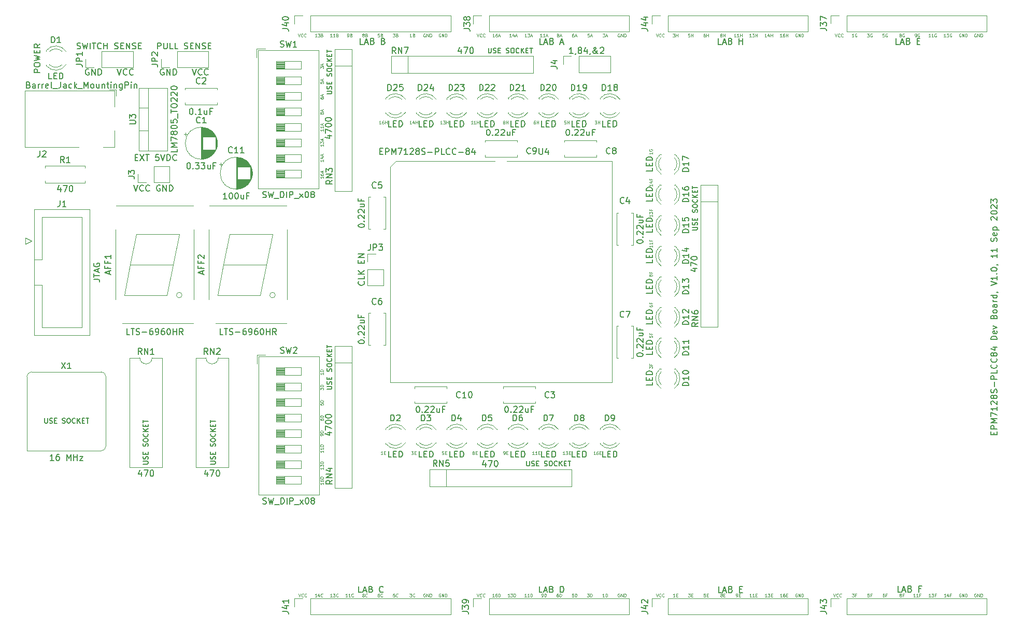
<source format=gbr>
%TF.GenerationSoftware,KiCad,Pcbnew,(6.0.11)*%
%TF.CreationDate,2023-10-14T11:58:44-04:00*%
%TF.ProjectId,EPM7128S-Dev-Board,45504d37-3132-4385-932d-4465762d426f,rev?*%
%TF.SameCoordinates,Original*%
%TF.FileFunction,Legend,Top*%
%TF.FilePolarity,Positive*%
%FSLAX46Y46*%
G04 Gerber Fmt 4.6, Leading zero omitted, Abs format (unit mm)*
G04 Created by KiCad (PCBNEW (6.0.11)) date 2023-10-14 11:58:44*
%MOMM*%
%LPD*%
G01*
G04 APERTURE LIST*
%ADD10C,0.125000*%
%ADD11C,0.150000*%
%ADD12C,0.200000*%
%ADD13C,0.120000*%
G04 APERTURE END LIST*
D10*
X138119047Y-145250000D02*
X138071428Y-145226190D01*
X138000000Y-145226190D01*
X137928571Y-145250000D01*
X137880952Y-145297619D01*
X137857142Y-145345238D01*
X137833333Y-145440476D01*
X137833333Y-145511904D01*
X137857142Y-145607142D01*
X137880952Y-145654761D01*
X137928571Y-145702380D01*
X138000000Y-145726190D01*
X138047619Y-145726190D01*
X138119047Y-145702380D01*
X138142857Y-145678571D01*
X138142857Y-145511904D01*
X138047619Y-145511904D01*
X138357142Y-145726190D02*
X138357142Y-145226190D01*
X138642857Y-145726190D01*
X138642857Y-145226190D01*
X138880952Y-145726190D02*
X138880952Y-145226190D01*
X139000000Y-145226190D01*
X139071428Y-145250000D01*
X139119047Y-145297619D01*
X139142857Y-145345238D01*
X139166666Y-145440476D01*
X139166666Y-145511904D01*
X139142857Y-145607142D01*
X139119047Y-145654761D01*
X139071428Y-145702380D01*
X139000000Y-145726190D01*
X138880952Y-145726190D01*
X223119047Y-145250000D02*
X223071428Y-145226190D01*
X223000000Y-145226190D01*
X222928571Y-145250000D01*
X222880952Y-145297619D01*
X222857142Y-145345238D01*
X222833333Y-145440476D01*
X222833333Y-145511904D01*
X222857142Y-145607142D01*
X222880952Y-145654761D01*
X222928571Y-145702380D01*
X223000000Y-145726190D01*
X223047619Y-145726190D01*
X223119047Y-145702380D01*
X223142857Y-145678571D01*
X223142857Y-145511904D01*
X223047619Y-145511904D01*
X223357142Y-145726190D02*
X223357142Y-145226190D01*
X223642857Y-145726190D01*
X223642857Y-145226190D01*
X223880952Y-145726190D02*
X223880952Y-145226190D01*
X224000000Y-145226190D01*
X224071428Y-145250000D01*
X224119047Y-145297619D01*
X224142857Y-145345238D01*
X224166666Y-145440476D01*
X224166666Y-145511904D01*
X224142857Y-145607142D01*
X224119047Y-145654761D01*
X224071428Y-145702380D01*
X224000000Y-145726190D01*
X223880952Y-145726190D01*
X133392857Y-68476190D02*
X133107142Y-68476190D01*
X133250000Y-68476190D02*
X133250000Y-67976190D01*
X133202380Y-68047619D01*
X133154761Y-68095238D01*
X133107142Y-68119047D01*
X133821428Y-68142857D02*
X133821428Y-68476190D01*
X133702380Y-67952380D02*
X133583333Y-68309523D01*
X133892857Y-68309523D01*
X134083333Y-68476190D02*
X134083333Y-67976190D01*
X134083333Y-68214285D02*
X134369047Y-68214285D01*
X134369047Y-68476190D02*
X134369047Y-67976190D01*
X138642857Y-121976190D02*
X138404761Y-121976190D01*
X138380952Y-122214285D01*
X138404761Y-122190476D01*
X138452380Y-122166666D01*
X138571428Y-122166666D01*
X138619047Y-122190476D01*
X138642857Y-122214285D01*
X138666666Y-122261904D01*
X138666666Y-122380952D01*
X138642857Y-122428571D01*
X138619047Y-122452380D01*
X138571428Y-122476190D01*
X138452380Y-122476190D01*
X138404761Y-122452380D01*
X138380952Y-122428571D01*
X138880952Y-122214285D02*
X139047619Y-122214285D01*
X139119047Y-122476190D02*
X138880952Y-122476190D01*
X138880952Y-121976190D01*
X139119047Y-121976190D01*
D11*
X228528571Y-119214285D02*
X228528571Y-118880952D01*
X229052380Y-118738095D02*
X229052380Y-119214285D01*
X228052380Y-119214285D01*
X228052380Y-118738095D01*
X229052380Y-118309523D02*
X228052380Y-118309523D01*
X228052380Y-117928571D01*
X228100000Y-117833333D01*
X228147619Y-117785714D01*
X228242857Y-117738095D01*
X228385714Y-117738095D01*
X228480952Y-117785714D01*
X228528571Y-117833333D01*
X228576190Y-117928571D01*
X228576190Y-118309523D01*
X229052380Y-117309523D02*
X228052380Y-117309523D01*
X228766666Y-116976190D01*
X228052380Y-116642857D01*
X229052380Y-116642857D01*
X228052380Y-116261904D02*
X228052380Y-115595238D01*
X229052380Y-116023809D01*
X229052380Y-114690476D02*
X229052380Y-115261904D01*
X229052380Y-114976190D02*
X228052380Y-114976190D01*
X228195238Y-115071428D01*
X228290476Y-115166666D01*
X228338095Y-115261904D01*
X228147619Y-114309523D02*
X228100000Y-114261904D01*
X228052380Y-114166666D01*
X228052380Y-113928571D01*
X228100000Y-113833333D01*
X228147619Y-113785714D01*
X228242857Y-113738095D01*
X228338095Y-113738095D01*
X228480952Y-113785714D01*
X229052380Y-114357142D01*
X229052380Y-113738095D01*
X228480952Y-113166666D02*
X228433333Y-113261904D01*
X228385714Y-113309523D01*
X228290476Y-113357142D01*
X228242857Y-113357142D01*
X228147619Y-113309523D01*
X228100000Y-113261904D01*
X228052380Y-113166666D01*
X228052380Y-112976190D01*
X228100000Y-112880952D01*
X228147619Y-112833333D01*
X228242857Y-112785714D01*
X228290476Y-112785714D01*
X228385714Y-112833333D01*
X228433333Y-112880952D01*
X228480952Y-112976190D01*
X228480952Y-113166666D01*
X228528571Y-113261904D01*
X228576190Y-113309523D01*
X228671428Y-113357142D01*
X228861904Y-113357142D01*
X228957142Y-113309523D01*
X229004761Y-113261904D01*
X229052380Y-113166666D01*
X229052380Y-112976190D01*
X229004761Y-112880952D01*
X228957142Y-112833333D01*
X228861904Y-112785714D01*
X228671428Y-112785714D01*
X228576190Y-112833333D01*
X228528571Y-112880952D01*
X228480952Y-112976190D01*
X229004761Y-112404761D02*
X229052380Y-112261904D01*
X229052380Y-112023809D01*
X229004761Y-111928571D01*
X228957142Y-111880952D01*
X228861904Y-111833333D01*
X228766666Y-111833333D01*
X228671428Y-111880952D01*
X228623809Y-111928571D01*
X228576190Y-112023809D01*
X228528571Y-112214285D01*
X228480952Y-112309523D01*
X228433333Y-112357142D01*
X228338095Y-112404761D01*
X228242857Y-112404761D01*
X228147619Y-112357142D01*
X228100000Y-112309523D01*
X228052380Y-112214285D01*
X228052380Y-111976190D01*
X228100000Y-111833333D01*
X228671428Y-111404761D02*
X228671428Y-110642857D01*
X229052380Y-110166666D02*
X228052380Y-110166666D01*
X228052380Y-109785714D01*
X228100000Y-109690476D01*
X228147619Y-109642857D01*
X228242857Y-109595238D01*
X228385714Y-109595238D01*
X228480952Y-109642857D01*
X228528571Y-109690476D01*
X228576190Y-109785714D01*
X228576190Y-110166666D01*
X229052380Y-108690476D02*
X229052380Y-109166666D01*
X228052380Y-109166666D01*
X228957142Y-107785714D02*
X229004761Y-107833333D01*
X229052380Y-107976190D01*
X229052380Y-108071428D01*
X229004761Y-108214285D01*
X228909523Y-108309523D01*
X228814285Y-108357142D01*
X228623809Y-108404761D01*
X228480952Y-108404761D01*
X228290476Y-108357142D01*
X228195238Y-108309523D01*
X228100000Y-108214285D01*
X228052380Y-108071428D01*
X228052380Y-107976190D01*
X228100000Y-107833333D01*
X228147619Y-107785714D01*
X228957142Y-106785714D02*
X229004761Y-106833333D01*
X229052380Y-106976190D01*
X229052380Y-107071428D01*
X229004761Y-107214285D01*
X228909523Y-107309523D01*
X228814285Y-107357142D01*
X228623809Y-107404761D01*
X228480952Y-107404761D01*
X228290476Y-107357142D01*
X228195238Y-107309523D01*
X228100000Y-107214285D01*
X228052380Y-107071428D01*
X228052380Y-106976190D01*
X228100000Y-106833333D01*
X228147619Y-106785714D01*
X228480952Y-106214285D02*
X228433333Y-106309523D01*
X228385714Y-106357142D01*
X228290476Y-106404761D01*
X228242857Y-106404761D01*
X228147619Y-106357142D01*
X228100000Y-106309523D01*
X228052380Y-106214285D01*
X228052380Y-106023809D01*
X228100000Y-105928571D01*
X228147619Y-105880952D01*
X228242857Y-105833333D01*
X228290476Y-105833333D01*
X228385714Y-105880952D01*
X228433333Y-105928571D01*
X228480952Y-106023809D01*
X228480952Y-106214285D01*
X228528571Y-106309523D01*
X228576190Y-106357142D01*
X228671428Y-106404761D01*
X228861904Y-106404761D01*
X228957142Y-106357142D01*
X229004761Y-106309523D01*
X229052380Y-106214285D01*
X229052380Y-106023809D01*
X229004761Y-105928571D01*
X228957142Y-105880952D01*
X228861904Y-105833333D01*
X228671428Y-105833333D01*
X228576190Y-105880952D01*
X228528571Y-105928571D01*
X228480952Y-106023809D01*
X228385714Y-104976190D02*
X229052380Y-104976190D01*
X228004761Y-105214285D02*
X228719047Y-105452380D01*
X228719047Y-104833333D01*
X229052380Y-103690476D02*
X228052380Y-103690476D01*
X228052380Y-103452380D01*
X228100000Y-103309523D01*
X228195238Y-103214285D01*
X228290476Y-103166666D01*
X228480952Y-103119047D01*
X228623809Y-103119047D01*
X228814285Y-103166666D01*
X228909523Y-103214285D01*
X229004761Y-103309523D01*
X229052380Y-103452380D01*
X229052380Y-103690476D01*
X229004761Y-102309523D02*
X229052380Y-102404761D01*
X229052380Y-102595238D01*
X229004761Y-102690476D01*
X228909523Y-102738095D01*
X228528571Y-102738095D01*
X228433333Y-102690476D01*
X228385714Y-102595238D01*
X228385714Y-102404761D01*
X228433333Y-102309523D01*
X228528571Y-102261904D01*
X228623809Y-102261904D01*
X228719047Y-102738095D01*
X228385714Y-101928571D02*
X229052380Y-101690476D01*
X228385714Y-101452380D01*
X228528571Y-99976190D02*
X228576190Y-99833333D01*
X228623809Y-99785714D01*
X228719047Y-99738095D01*
X228861904Y-99738095D01*
X228957142Y-99785714D01*
X229004761Y-99833333D01*
X229052380Y-99928571D01*
X229052380Y-100309523D01*
X228052380Y-100309523D01*
X228052380Y-99976190D01*
X228100000Y-99880952D01*
X228147619Y-99833333D01*
X228242857Y-99785714D01*
X228338095Y-99785714D01*
X228433333Y-99833333D01*
X228480952Y-99880952D01*
X228528571Y-99976190D01*
X228528571Y-100309523D01*
X229052380Y-99166666D02*
X229004761Y-99261904D01*
X228957142Y-99309523D01*
X228861904Y-99357142D01*
X228576190Y-99357142D01*
X228480952Y-99309523D01*
X228433333Y-99261904D01*
X228385714Y-99166666D01*
X228385714Y-99023809D01*
X228433333Y-98928571D01*
X228480952Y-98880952D01*
X228576190Y-98833333D01*
X228861904Y-98833333D01*
X228957142Y-98880952D01*
X229004761Y-98928571D01*
X229052380Y-99023809D01*
X229052380Y-99166666D01*
X229052380Y-97976190D02*
X228528571Y-97976190D01*
X228433333Y-98023809D01*
X228385714Y-98119047D01*
X228385714Y-98309523D01*
X228433333Y-98404761D01*
X229004761Y-97976190D02*
X229052380Y-98071428D01*
X229052380Y-98309523D01*
X229004761Y-98404761D01*
X228909523Y-98452380D01*
X228814285Y-98452380D01*
X228719047Y-98404761D01*
X228671428Y-98309523D01*
X228671428Y-98071428D01*
X228623809Y-97976190D01*
X229052380Y-97500000D02*
X228385714Y-97500000D01*
X228576190Y-97500000D02*
X228480952Y-97452380D01*
X228433333Y-97404761D01*
X228385714Y-97309523D01*
X228385714Y-97214285D01*
X229052380Y-96452380D02*
X228052380Y-96452380D01*
X229004761Y-96452380D02*
X229052380Y-96547619D01*
X229052380Y-96738095D01*
X229004761Y-96833333D01*
X228957142Y-96880952D01*
X228861904Y-96928571D01*
X228576190Y-96928571D01*
X228480952Y-96880952D01*
X228433333Y-96833333D01*
X228385714Y-96738095D01*
X228385714Y-96547619D01*
X228433333Y-96452380D01*
X229004761Y-95928571D02*
X229052380Y-95928571D01*
X229147619Y-95976190D01*
X229195238Y-96023809D01*
X228052380Y-94880952D02*
X229052380Y-94547619D01*
X228052380Y-94214285D01*
X229052380Y-93357142D02*
X229052380Y-93928571D01*
X229052380Y-93642857D02*
X228052380Y-93642857D01*
X228195238Y-93738095D01*
X228290476Y-93833333D01*
X228338095Y-93928571D01*
X228957142Y-92928571D02*
X229004761Y-92880952D01*
X229052380Y-92928571D01*
X229004761Y-92976190D01*
X228957142Y-92928571D01*
X229052380Y-92928571D01*
X228052380Y-92261904D02*
X228052380Y-92166666D01*
X228100000Y-92071428D01*
X228147619Y-92023809D01*
X228242857Y-91976190D01*
X228433333Y-91928571D01*
X228671428Y-91928571D01*
X228861904Y-91976190D01*
X228957142Y-92023809D01*
X229004761Y-92071428D01*
X229052380Y-92166666D01*
X229052380Y-92261904D01*
X229004761Y-92357142D01*
X228957142Y-92404761D01*
X228861904Y-92452380D01*
X228671428Y-92500000D01*
X228433333Y-92500000D01*
X228242857Y-92452380D01*
X228147619Y-92404761D01*
X228100000Y-92357142D01*
X228052380Y-92261904D01*
X229004761Y-91452380D02*
X229052380Y-91452380D01*
X229147619Y-91500000D01*
X229195238Y-91547619D01*
X229052380Y-89738095D02*
X229052380Y-90309523D01*
X229052380Y-90023809D02*
X228052380Y-90023809D01*
X228195238Y-90119047D01*
X228290476Y-90214285D01*
X228338095Y-90309523D01*
X229052380Y-88785714D02*
X229052380Y-89357142D01*
X229052380Y-89071428D02*
X228052380Y-89071428D01*
X228195238Y-89166666D01*
X228290476Y-89261904D01*
X228338095Y-89357142D01*
X229004761Y-87642857D02*
X229052380Y-87500000D01*
X229052380Y-87261904D01*
X229004761Y-87166666D01*
X228957142Y-87119047D01*
X228861904Y-87071428D01*
X228766666Y-87071428D01*
X228671428Y-87119047D01*
X228623809Y-87166666D01*
X228576190Y-87261904D01*
X228528571Y-87452380D01*
X228480952Y-87547619D01*
X228433333Y-87595238D01*
X228338095Y-87642857D01*
X228242857Y-87642857D01*
X228147619Y-87595238D01*
X228100000Y-87547619D01*
X228052380Y-87452380D01*
X228052380Y-87214285D01*
X228100000Y-87071428D01*
X229004761Y-86261904D02*
X229052380Y-86357142D01*
X229052380Y-86547619D01*
X229004761Y-86642857D01*
X228909523Y-86690476D01*
X228528571Y-86690476D01*
X228433333Y-86642857D01*
X228385714Y-86547619D01*
X228385714Y-86357142D01*
X228433333Y-86261904D01*
X228528571Y-86214285D01*
X228623809Y-86214285D01*
X228719047Y-86690476D01*
X228385714Y-85785714D02*
X229385714Y-85785714D01*
X228433333Y-85785714D02*
X228385714Y-85690476D01*
X228385714Y-85500000D01*
X228433333Y-85404761D01*
X228480952Y-85357142D01*
X228576190Y-85309523D01*
X228861904Y-85309523D01*
X228957142Y-85357142D01*
X229004761Y-85404761D01*
X229052380Y-85500000D01*
X229052380Y-85690476D01*
X229004761Y-85785714D01*
X228147619Y-84166666D02*
X228100000Y-84119047D01*
X228052380Y-84023809D01*
X228052380Y-83785714D01*
X228100000Y-83690476D01*
X228147619Y-83642857D01*
X228242857Y-83595238D01*
X228338095Y-83595238D01*
X228480952Y-83642857D01*
X229052380Y-84214285D01*
X229052380Y-83595238D01*
X228052380Y-82976190D02*
X228052380Y-82880952D01*
X228100000Y-82785714D01*
X228147619Y-82738095D01*
X228242857Y-82690476D01*
X228433333Y-82642857D01*
X228671428Y-82642857D01*
X228861904Y-82690476D01*
X228957142Y-82738095D01*
X229004761Y-82785714D01*
X229052380Y-82880952D01*
X229052380Y-82976190D01*
X229004761Y-83071428D01*
X228957142Y-83119047D01*
X228861904Y-83166666D01*
X228671428Y-83214285D01*
X228433333Y-83214285D01*
X228242857Y-83166666D01*
X228147619Y-83119047D01*
X228100000Y-83071428D01*
X228052380Y-82976190D01*
X228147619Y-82261904D02*
X228100000Y-82214285D01*
X228052380Y-82119047D01*
X228052380Y-81880952D01*
X228100000Y-81785714D01*
X228147619Y-81738095D01*
X228242857Y-81690476D01*
X228338095Y-81690476D01*
X228480952Y-81738095D01*
X229052380Y-82309523D01*
X229052380Y-81690476D01*
X228052380Y-81357142D02*
X228052380Y-80738095D01*
X228433333Y-81071428D01*
X228433333Y-80928571D01*
X228480952Y-80833333D01*
X228528571Y-80785714D01*
X228623809Y-80738095D01*
X228861904Y-80738095D01*
X228957142Y-80785714D01*
X229004761Y-80833333D01*
X229052380Y-80928571D01*
X229052380Y-81214285D01*
X229004761Y-81309523D01*
X228957142Y-81357142D01*
D10*
X176071428Y-53726190D02*
X176380952Y-53726190D01*
X176214285Y-53916666D01*
X176285714Y-53916666D01*
X176333333Y-53940476D01*
X176357142Y-53964285D01*
X176380952Y-54011904D01*
X176380952Y-54130952D01*
X176357142Y-54178571D01*
X176333333Y-54202380D01*
X176285714Y-54226190D01*
X176142857Y-54226190D01*
X176095238Y-54202380D01*
X176071428Y-54178571D01*
X176595238Y-54226190D02*
X176595238Y-53726190D01*
X176595238Y-53964285D02*
X176880952Y-53964285D01*
X176880952Y-54226190D02*
X176880952Y-53726190D01*
X130619047Y-145226190D02*
X130380952Y-145226190D01*
X130357142Y-145464285D01*
X130380952Y-145440476D01*
X130428571Y-145416666D01*
X130547619Y-145416666D01*
X130595238Y-145440476D01*
X130619047Y-145464285D01*
X130642857Y-145511904D01*
X130642857Y-145630952D01*
X130619047Y-145678571D01*
X130595238Y-145702380D01*
X130547619Y-145726190D01*
X130428571Y-145726190D01*
X130380952Y-145702380D01*
X130357142Y-145678571D01*
X131142857Y-145678571D02*
X131119047Y-145702380D01*
X131047619Y-145726190D01*
X131000000Y-145726190D01*
X130928571Y-145702380D01*
X130880952Y-145654761D01*
X130857142Y-145607142D01*
X130833333Y-145511904D01*
X130833333Y-145440476D01*
X130857142Y-145345238D01*
X130880952Y-145297619D01*
X130928571Y-145250000D01*
X131000000Y-145226190D01*
X131047619Y-145226190D01*
X131119047Y-145250000D01*
X131142857Y-145273809D01*
X218154761Y-54226190D02*
X217869047Y-54226190D01*
X218011904Y-54226190D02*
X218011904Y-53726190D01*
X217964285Y-53797619D01*
X217916666Y-53845238D01*
X217869047Y-53869047D01*
X218630952Y-54226190D02*
X218345238Y-54226190D01*
X218488095Y-54226190D02*
X218488095Y-53726190D01*
X218440476Y-53797619D01*
X218392857Y-53845238D01*
X218345238Y-53869047D01*
X219107142Y-53750000D02*
X219059523Y-53726190D01*
X218988095Y-53726190D01*
X218916666Y-53750000D01*
X218869047Y-53797619D01*
X218845238Y-53845238D01*
X218821428Y-53940476D01*
X218821428Y-54011904D01*
X218845238Y-54107142D01*
X218869047Y-54154761D01*
X218916666Y-54202380D01*
X218988095Y-54226190D01*
X219035714Y-54226190D01*
X219107142Y-54202380D01*
X219130952Y-54178571D01*
X219130952Y-54011904D01*
X219035714Y-54011904D01*
X118976190Y-77059523D02*
X118976190Y-77345238D01*
X118976190Y-77202380D02*
X118476190Y-77202380D01*
X118547619Y-77250000D01*
X118595238Y-77297619D01*
X118619047Y-77345238D01*
X118476190Y-76630952D02*
X118476190Y-76726190D01*
X118500000Y-76773809D01*
X118523809Y-76797619D01*
X118595238Y-76845238D01*
X118690476Y-76869047D01*
X118880952Y-76869047D01*
X118928571Y-76845238D01*
X118952380Y-76821428D01*
X118976190Y-76773809D01*
X118976190Y-76678571D01*
X118952380Y-76630952D01*
X118928571Y-76607142D01*
X118880952Y-76583333D01*
X118761904Y-76583333D01*
X118714285Y-76607142D01*
X118690476Y-76630952D01*
X118666666Y-76678571D01*
X118666666Y-76773809D01*
X118690476Y-76821428D01*
X118714285Y-76845238D01*
X118761904Y-76869047D01*
X118833333Y-76392857D02*
X118833333Y-76154761D01*
X118976190Y-76440476D02*
X118476190Y-76273809D01*
X118976190Y-76107142D01*
X157238095Y-53940476D02*
X157190476Y-53916666D01*
X157166666Y-53892857D01*
X157142857Y-53845238D01*
X157142857Y-53821428D01*
X157166666Y-53773809D01*
X157190476Y-53750000D01*
X157238095Y-53726190D01*
X157333333Y-53726190D01*
X157380952Y-53750000D01*
X157404761Y-53773809D01*
X157428571Y-53821428D01*
X157428571Y-53845238D01*
X157404761Y-53892857D01*
X157380952Y-53916666D01*
X157333333Y-53940476D01*
X157238095Y-53940476D01*
X157190476Y-53964285D01*
X157166666Y-53988095D01*
X157142857Y-54035714D01*
X157142857Y-54130952D01*
X157166666Y-54178571D01*
X157190476Y-54202380D01*
X157238095Y-54226190D01*
X157333333Y-54226190D01*
X157380952Y-54202380D01*
X157404761Y-54178571D01*
X157428571Y-54130952D01*
X157428571Y-54035714D01*
X157404761Y-53988095D01*
X157380952Y-53964285D01*
X157333333Y-53940476D01*
X157619047Y-54083333D02*
X157857142Y-54083333D01*
X157571428Y-54226190D02*
X157738095Y-53726190D01*
X157904761Y-54226190D01*
X225619047Y-53750000D02*
X225571428Y-53726190D01*
X225500000Y-53726190D01*
X225428571Y-53750000D01*
X225380952Y-53797619D01*
X225357142Y-53845238D01*
X225333333Y-53940476D01*
X225333333Y-54011904D01*
X225357142Y-54107142D01*
X225380952Y-54154761D01*
X225428571Y-54202380D01*
X225500000Y-54226190D01*
X225547619Y-54226190D01*
X225619047Y-54202380D01*
X225642857Y-54178571D01*
X225642857Y-54011904D01*
X225547619Y-54011904D01*
X225857142Y-54226190D02*
X225857142Y-53726190D01*
X226142857Y-54226190D01*
X226142857Y-53726190D01*
X226380952Y-54226190D02*
X226380952Y-53726190D01*
X226500000Y-53726190D01*
X226571428Y-53750000D01*
X226619047Y-53797619D01*
X226642857Y-53845238D01*
X226666666Y-53940476D01*
X226666666Y-54011904D01*
X226642857Y-54107142D01*
X226619047Y-54154761D01*
X226571428Y-54202380D01*
X226500000Y-54226190D01*
X226380952Y-54226190D01*
X118476190Y-61595238D02*
X118476190Y-61833333D01*
X118714285Y-61857142D01*
X118690476Y-61833333D01*
X118666666Y-61785714D01*
X118666666Y-61666666D01*
X118690476Y-61619047D01*
X118714285Y-61595238D01*
X118761904Y-61571428D01*
X118880952Y-61571428D01*
X118928571Y-61595238D01*
X118952380Y-61619047D01*
X118976190Y-61666666D01*
X118976190Y-61785714D01*
X118952380Y-61833333D01*
X118928571Y-61857142D01*
X118833333Y-61380952D02*
X118833333Y-61142857D01*
X118976190Y-61428571D02*
X118476190Y-61261904D01*
X118976190Y-61095238D01*
D12*
X152207142Y-123561904D02*
X152207142Y-124209523D01*
X152245238Y-124285714D01*
X152283333Y-124323809D01*
X152359523Y-124361904D01*
X152511904Y-124361904D01*
X152588095Y-124323809D01*
X152626190Y-124285714D01*
X152664285Y-124209523D01*
X152664285Y-123561904D01*
X153007142Y-124323809D02*
X153121428Y-124361904D01*
X153311904Y-124361904D01*
X153388095Y-124323809D01*
X153426190Y-124285714D01*
X153464285Y-124209523D01*
X153464285Y-124133333D01*
X153426190Y-124057142D01*
X153388095Y-124019047D01*
X153311904Y-123980952D01*
X153159523Y-123942857D01*
X153083333Y-123904761D01*
X153045238Y-123866666D01*
X153007142Y-123790476D01*
X153007142Y-123714285D01*
X153045238Y-123638095D01*
X153083333Y-123600000D01*
X153159523Y-123561904D01*
X153350000Y-123561904D01*
X153464285Y-123600000D01*
X153807142Y-123942857D02*
X154073809Y-123942857D01*
X154188095Y-124361904D02*
X153807142Y-124361904D01*
X153807142Y-123561904D01*
X154188095Y-123561904D01*
X155102380Y-124323809D02*
X155216666Y-124361904D01*
X155407142Y-124361904D01*
X155483333Y-124323809D01*
X155521428Y-124285714D01*
X155559523Y-124209523D01*
X155559523Y-124133333D01*
X155521428Y-124057142D01*
X155483333Y-124019047D01*
X155407142Y-123980952D01*
X155254761Y-123942857D01*
X155178571Y-123904761D01*
X155140476Y-123866666D01*
X155102380Y-123790476D01*
X155102380Y-123714285D01*
X155140476Y-123638095D01*
X155178571Y-123600000D01*
X155254761Y-123561904D01*
X155445238Y-123561904D01*
X155559523Y-123600000D01*
X156054761Y-123561904D02*
X156207142Y-123561904D01*
X156283333Y-123600000D01*
X156359523Y-123676190D01*
X156397619Y-123828571D01*
X156397619Y-124095238D01*
X156359523Y-124247619D01*
X156283333Y-124323809D01*
X156207142Y-124361904D01*
X156054761Y-124361904D01*
X155978571Y-124323809D01*
X155902380Y-124247619D01*
X155864285Y-124095238D01*
X155864285Y-123828571D01*
X155902380Y-123676190D01*
X155978571Y-123600000D01*
X156054761Y-123561904D01*
X157197619Y-124285714D02*
X157159523Y-124323809D01*
X157045238Y-124361904D01*
X156969047Y-124361904D01*
X156854761Y-124323809D01*
X156778571Y-124247619D01*
X156740476Y-124171428D01*
X156702380Y-124019047D01*
X156702380Y-123904761D01*
X156740476Y-123752380D01*
X156778571Y-123676190D01*
X156854761Y-123600000D01*
X156969047Y-123561904D01*
X157045238Y-123561904D01*
X157159523Y-123600000D01*
X157197619Y-123638095D01*
X157540476Y-124361904D02*
X157540476Y-123561904D01*
X157997619Y-124361904D02*
X157654761Y-123904761D01*
X157997619Y-123561904D02*
X157540476Y-124019047D01*
X158340476Y-123942857D02*
X158607142Y-123942857D01*
X158721428Y-124361904D02*
X158340476Y-124361904D01*
X158340476Y-123561904D01*
X158721428Y-123561904D01*
X158950000Y-123561904D02*
X159407142Y-123561904D01*
X159178571Y-124361904D02*
X159178571Y-123561904D01*
D10*
X191428571Y-145726190D02*
X191142857Y-145726190D01*
X191285714Y-145726190D02*
X191285714Y-145226190D01*
X191238095Y-145297619D01*
X191190476Y-145345238D01*
X191142857Y-145369047D01*
X191595238Y-145226190D02*
X191904761Y-145226190D01*
X191738095Y-145416666D01*
X191809523Y-145416666D01*
X191857142Y-145440476D01*
X191880952Y-145464285D01*
X191904761Y-145511904D01*
X191904761Y-145630952D01*
X191880952Y-145678571D01*
X191857142Y-145702380D01*
X191809523Y-145726190D01*
X191666666Y-145726190D01*
X191619047Y-145702380D01*
X191595238Y-145678571D01*
X192119047Y-145464285D02*
X192285714Y-145464285D01*
X192357142Y-145726190D02*
X192119047Y-145726190D01*
X192119047Y-145226190D01*
X192357142Y-145226190D01*
X181333333Y-53726190D02*
X181238095Y-53726190D01*
X181190476Y-53750000D01*
X181166666Y-53773809D01*
X181119047Y-53845238D01*
X181095238Y-53940476D01*
X181095238Y-54130952D01*
X181119047Y-54178571D01*
X181142857Y-54202380D01*
X181190476Y-54226190D01*
X181285714Y-54226190D01*
X181333333Y-54202380D01*
X181357142Y-54178571D01*
X181380952Y-54130952D01*
X181380952Y-54011904D01*
X181357142Y-53964285D01*
X181333333Y-53940476D01*
X181285714Y-53916666D01*
X181190476Y-53916666D01*
X181142857Y-53940476D01*
X181119047Y-53964285D01*
X181095238Y-54011904D01*
X181595238Y-54226190D02*
X181595238Y-53726190D01*
X181595238Y-53964285D02*
X181880952Y-53964285D01*
X181880952Y-54226190D02*
X181880952Y-53726190D01*
X118476190Y-111916666D02*
X118476190Y-111607142D01*
X118666666Y-111773809D01*
X118666666Y-111702380D01*
X118690476Y-111654761D01*
X118714285Y-111630952D01*
X118761904Y-111607142D01*
X118880952Y-111607142D01*
X118928571Y-111630952D01*
X118952380Y-111654761D01*
X118976190Y-111702380D01*
X118976190Y-111845238D01*
X118952380Y-111892857D01*
X118928571Y-111916666D01*
X118976190Y-111392857D02*
X118476190Y-111392857D01*
X118476190Y-111273809D01*
X118500000Y-111202380D01*
X118547619Y-111154761D01*
X118595238Y-111130952D01*
X118690476Y-111107142D01*
X118761904Y-111107142D01*
X118857142Y-111130952D01*
X118904761Y-111154761D01*
X118952380Y-111202380D01*
X118976190Y-111273809D01*
X118976190Y-111392857D01*
X202333333Y-145226190D02*
X202500000Y-145726190D01*
X202666666Y-145226190D01*
X203119047Y-145678571D02*
X203095238Y-145702380D01*
X203023809Y-145726190D01*
X202976190Y-145726190D01*
X202904761Y-145702380D01*
X202857142Y-145654761D01*
X202833333Y-145607142D01*
X202809523Y-145511904D01*
X202809523Y-145440476D01*
X202833333Y-145345238D01*
X202857142Y-145297619D01*
X202904761Y-145250000D01*
X202976190Y-145226190D01*
X203023809Y-145226190D01*
X203095238Y-145250000D01*
X203119047Y-145273809D01*
X203619047Y-145678571D02*
X203595238Y-145702380D01*
X203523809Y-145726190D01*
X203476190Y-145726190D01*
X203404761Y-145702380D01*
X203357142Y-145654761D01*
X203333333Y-145607142D01*
X203309523Y-145511904D01*
X203309523Y-145440476D01*
X203333333Y-145345238D01*
X203357142Y-145297619D01*
X203404761Y-145250000D01*
X203476190Y-145226190D01*
X203523809Y-145226190D01*
X203595238Y-145250000D01*
X203619047Y-145273809D01*
X159869047Y-145226190D02*
X159630952Y-145226190D01*
X159607142Y-145464285D01*
X159630952Y-145440476D01*
X159678571Y-145416666D01*
X159797619Y-145416666D01*
X159845238Y-145440476D01*
X159869047Y-145464285D01*
X159892857Y-145511904D01*
X159892857Y-145630952D01*
X159869047Y-145678571D01*
X159845238Y-145702380D01*
X159797619Y-145726190D01*
X159678571Y-145726190D01*
X159630952Y-145702380D01*
X159607142Y-145678571D01*
X160107142Y-145726190D02*
X160107142Y-145226190D01*
X160226190Y-145226190D01*
X160297619Y-145250000D01*
X160345238Y-145297619D01*
X160369047Y-145345238D01*
X160392857Y-145440476D01*
X160392857Y-145511904D01*
X160369047Y-145607142D01*
X160345238Y-145654761D01*
X160297619Y-145702380D01*
X160226190Y-145726190D01*
X160107142Y-145726190D01*
X202583333Y-53726190D02*
X202750000Y-54226190D01*
X202916666Y-53726190D01*
X203369047Y-54178571D02*
X203345238Y-54202380D01*
X203273809Y-54226190D01*
X203226190Y-54226190D01*
X203154761Y-54202380D01*
X203107142Y-54154761D01*
X203083333Y-54107142D01*
X203059523Y-54011904D01*
X203059523Y-53940476D01*
X203083333Y-53845238D01*
X203107142Y-53797619D01*
X203154761Y-53750000D01*
X203226190Y-53726190D01*
X203273809Y-53726190D01*
X203345238Y-53750000D01*
X203369047Y-53773809D01*
X203869047Y-54178571D02*
X203845238Y-54202380D01*
X203773809Y-54226190D01*
X203726190Y-54226190D01*
X203654761Y-54202380D01*
X203607142Y-54154761D01*
X203583333Y-54107142D01*
X203559523Y-54011904D01*
X203559523Y-53940476D01*
X203583333Y-53845238D01*
X203607142Y-53797619D01*
X203654761Y-53750000D01*
X203726190Y-53726190D01*
X203773809Y-53726190D01*
X203845238Y-53750000D01*
X203869047Y-53773809D01*
X183940476Y-53940476D02*
X183892857Y-53916666D01*
X183869047Y-53892857D01*
X183845238Y-53845238D01*
X183845238Y-53821428D01*
X183869047Y-53773809D01*
X183892857Y-53750000D01*
X183940476Y-53726190D01*
X184035714Y-53726190D01*
X184083333Y-53750000D01*
X184107142Y-53773809D01*
X184130952Y-53821428D01*
X184130952Y-53845238D01*
X184107142Y-53892857D01*
X184083333Y-53916666D01*
X184035714Y-53940476D01*
X183940476Y-53940476D01*
X183892857Y-53964285D01*
X183869047Y-53988095D01*
X183845238Y-54035714D01*
X183845238Y-54130952D01*
X183869047Y-54178571D01*
X183892857Y-54202380D01*
X183940476Y-54226190D01*
X184035714Y-54226190D01*
X184083333Y-54202380D01*
X184107142Y-54178571D01*
X184130952Y-54130952D01*
X184130952Y-54035714D01*
X184107142Y-53988095D01*
X184083333Y-53964285D01*
X184035714Y-53940476D01*
X184345238Y-54226190D02*
X184345238Y-53726190D01*
X184345238Y-53964285D02*
X184630952Y-53964285D01*
X184630952Y-54226190D02*
X184630952Y-53726190D01*
X210619047Y-53726190D02*
X210380952Y-53726190D01*
X210357142Y-53964285D01*
X210380952Y-53940476D01*
X210428571Y-53916666D01*
X210547619Y-53916666D01*
X210595238Y-53940476D01*
X210619047Y-53964285D01*
X210642857Y-54011904D01*
X210642857Y-54130952D01*
X210619047Y-54178571D01*
X210595238Y-54202380D01*
X210547619Y-54226190D01*
X210428571Y-54226190D01*
X210380952Y-54202380D01*
X210357142Y-54178571D01*
X211119047Y-53750000D02*
X211071428Y-53726190D01*
X211000000Y-53726190D01*
X210928571Y-53750000D01*
X210880952Y-53797619D01*
X210857142Y-53845238D01*
X210833333Y-53940476D01*
X210833333Y-54011904D01*
X210857142Y-54107142D01*
X210880952Y-54154761D01*
X210928571Y-54202380D01*
X211000000Y-54226190D01*
X211047619Y-54226190D01*
X211119047Y-54202380D01*
X211142857Y-54178571D01*
X211142857Y-54011904D01*
X211047619Y-54011904D01*
X153583333Y-67976190D02*
X153488095Y-67976190D01*
X153440476Y-68000000D01*
X153416666Y-68023809D01*
X153369047Y-68095238D01*
X153345238Y-68190476D01*
X153345238Y-68380952D01*
X153369047Y-68428571D01*
X153392857Y-68452380D01*
X153440476Y-68476190D01*
X153535714Y-68476190D01*
X153583333Y-68452380D01*
X153607142Y-68428571D01*
X153630952Y-68380952D01*
X153630952Y-68261904D01*
X153607142Y-68214285D01*
X153583333Y-68190476D01*
X153535714Y-68166666D01*
X153440476Y-68166666D01*
X153392857Y-68190476D01*
X153369047Y-68214285D01*
X153345238Y-68261904D01*
X153845238Y-68476190D02*
X153845238Y-67976190D01*
X153845238Y-68214285D02*
X154130952Y-68214285D01*
X154130952Y-68476190D02*
X154130952Y-67976190D01*
X196369047Y-53750000D02*
X196321428Y-53726190D01*
X196250000Y-53726190D01*
X196178571Y-53750000D01*
X196130952Y-53797619D01*
X196107142Y-53845238D01*
X196083333Y-53940476D01*
X196083333Y-54011904D01*
X196107142Y-54107142D01*
X196130952Y-54154761D01*
X196178571Y-54202380D01*
X196250000Y-54226190D01*
X196297619Y-54226190D01*
X196369047Y-54202380D01*
X196392857Y-54178571D01*
X196392857Y-54011904D01*
X196297619Y-54011904D01*
X196607142Y-54226190D02*
X196607142Y-53726190D01*
X196892857Y-54226190D01*
X196892857Y-53726190D01*
X197130952Y-54226190D02*
X197130952Y-53726190D01*
X197250000Y-53726190D01*
X197321428Y-53750000D01*
X197369047Y-53797619D01*
X197392857Y-53845238D01*
X197416666Y-53940476D01*
X197416666Y-54011904D01*
X197392857Y-54107142D01*
X197369047Y-54154761D01*
X197321428Y-54202380D01*
X197250000Y-54226190D01*
X197130952Y-54226190D01*
X118476190Y-116654761D02*
X118476190Y-116750000D01*
X118500000Y-116797619D01*
X118523809Y-116821428D01*
X118595238Y-116869047D01*
X118690476Y-116892857D01*
X118880952Y-116892857D01*
X118928571Y-116869047D01*
X118952380Y-116845238D01*
X118976190Y-116797619D01*
X118976190Y-116702380D01*
X118952380Y-116654761D01*
X118928571Y-116630952D01*
X118880952Y-116607142D01*
X118761904Y-116607142D01*
X118714285Y-116630952D01*
X118690476Y-116654761D01*
X118666666Y-116702380D01*
X118666666Y-116797619D01*
X118690476Y-116845238D01*
X118714285Y-116869047D01*
X118761904Y-116892857D01*
X118976190Y-116392857D02*
X118476190Y-116392857D01*
X118476190Y-116273809D01*
X118500000Y-116202380D01*
X118547619Y-116154761D01*
X118595238Y-116130952D01*
X118690476Y-116107142D01*
X118761904Y-116107142D01*
X118857142Y-116130952D01*
X118904761Y-116154761D01*
X118952380Y-116202380D01*
X118976190Y-116273809D01*
X118976190Y-116392857D01*
X148428571Y-122476190D02*
X148523809Y-122476190D01*
X148571428Y-122452380D01*
X148595238Y-122428571D01*
X148642857Y-122357142D01*
X148666666Y-122261904D01*
X148666666Y-122071428D01*
X148642857Y-122023809D01*
X148619047Y-122000000D01*
X148571428Y-121976190D01*
X148476190Y-121976190D01*
X148428571Y-122000000D01*
X148404761Y-122023809D01*
X148380952Y-122071428D01*
X148380952Y-122190476D01*
X148404761Y-122238095D01*
X148428571Y-122261904D01*
X148476190Y-122285714D01*
X148571428Y-122285714D01*
X148619047Y-122261904D01*
X148642857Y-122238095D01*
X148666666Y-122190476D01*
X148880952Y-122214285D02*
X149047619Y-122214285D01*
X149119047Y-122476190D02*
X148880952Y-122476190D01*
X148880952Y-121976190D01*
X149119047Y-121976190D01*
X164619047Y-53726190D02*
X164928571Y-53726190D01*
X164761904Y-53916666D01*
X164833333Y-53916666D01*
X164880952Y-53940476D01*
X164904761Y-53964285D01*
X164928571Y-54011904D01*
X164928571Y-54130952D01*
X164904761Y-54178571D01*
X164880952Y-54202380D01*
X164833333Y-54226190D01*
X164690476Y-54226190D01*
X164642857Y-54202380D01*
X164619047Y-54178571D01*
X165119047Y-54083333D02*
X165357142Y-54083333D01*
X165071428Y-54226190D02*
X165238095Y-53726190D01*
X165404761Y-54226190D01*
X118476190Y-114130952D02*
X118476190Y-114369047D01*
X118714285Y-114392857D01*
X118690476Y-114369047D01*
X118666666Y-114321428D01*
X118666666Y-114202380D01*
X118690476Y-114154761D01*
X118714285Y-114130952D01*
X118761904Y-114107142D01*
X118880952Y-114107142D01*
X118928571Y-114130952D01*
X118952380Y-114154761D01*
X118976190Y-114202380D01*
X118976190Y-114321428D01*
X118952380Y-114369047D01*
X118928571Y-114392857D01*
X118976190Y-113892857D02*
X118476190Y-113892857D01*
X118476190Y-113773809D01*
X118500000Y-113702380D01*
X118547619Y-113654761D01*
X118595238Y-113630952D01*
X118690476Y-113607142D01*
X118761904Y-113607142D01*
X118857142Y-113630952D01*
X118904761Y-113654761D01*
X118952380Y-113702380D01*
X118976190Y-113773809D01*
X118976190Y-113892857D01*
X176416666Y-145726190D02*
X176130952Y-145726190D01*
X176273809Y-145726190D02*
X176273809Y-145226190D01*
X176226190Y-145297619D01*
X176178571Y-145345238D01*
X176130952Y-145369047D01*
X176630952Y-145464285D02*
X176797619Y-145464285D01*
X176869047Y-145726190D02*
X176630952Y-145726190D01*
X176630952Y-145226190D01*
X176869047Y-145226190D01*
D12*
X73457142Y-116561904D02*
X73457142Y-117209523D01*
X73495238Y-117285714D01*
X73533333Y-117323809D01*
X73609523Y-117361904D01*
X73761904Y-117361904D01*
X73838095Y-117323809D01*
X73876190Y-117285714D01*
X73914285Y-117209523D01*
X73914285Y-116561904D01*
X74257142Y-117323809D02*
X74371428Y-117361904D01*
X74561904Y-117361904D01*
X74638095Y-117323809D01*
X74676190Y-117285714D01*
X74714285Y-117209523D01*
X74714285Y-117133333D01*
X74676190Y-117057142D01*
X74638095Y-117019047D01*
X74561904Y-116980952D01*
X74409523Y-116942857D01*
X74333333Y-116904761D01*
X74295238Y-116866666D01*
X74257142Y-116790476D01*
X74257142Y-116714285D01*
X74295238Y-116638095D01*
X74333333Y-116600000D01*
X74409523Y-116561904D01*
X74600000Y-116561904D01*
X74714285Y-116600000D01*
X75057142Y-116942857D02*
X75323809Y-116942857D01*
X75438095Y-117361904D02*
X75057142Y-117361904D01*
X75057142Y-116561904D01*
X75438095Y-116561904D01*
X76352380Y-117323809D02*
X76466666Y-117361904D01*
X76657142Y-117361904D01*
X76733333Y-117323809D01*
X76771428Y-117285714D01*
X76809523Y-117209523D01*
X76809523Y-117133333D01*
X76771428Y-117057142D01*
X76733333Y-117019047D01*
X76657142Y-116980952D01*
X76504761Y-116942857D01*
X76428571Y-116904761D01*
X76390476Y-116866666D01*
X76352380Y-116790476D01*
X76352380Y-116714285D01*
X76390476Y-116638095D01*
X76428571Y-116600000D01*
X76504761Y-116561904D01*
X76695238Y-116561904D01*
X76809523Y-116600000D01*
X77304761Y-116561904D02*
X77457142Y-116561904D01*
X77533333Y-116600000D01*
X77609523Y-116676190D01*
X77647619Y-116828571D01*
X77647619Y-117095238D01*
X77609523Y-117247619D01*
X77533333Y-117323809D01*
X77457142Y-117361904D01*
X77304761Y-117361904D01*
X77228571Y-117323809D01*
X77152380Y-117247619D01*
X77114285Y-117095238D01*
X77114285Y-116828571D01*
X77152380Y-116676190D01*
X77228571Y-116600000D01*
X77304761Y-116561904D01*
X78447619Y-117285714D02*
X78409523Y-117323809D01*
X78295238Y-117361904D01*
X78219047Y-117361904D01*
X78104761Y-117323809D01*
X78028571Y-117247619D01*
X77990476Y-117171428D01*
X77952380Y-117019047D01*
X77952380Y-116904761D01*
X77990476Y-116752380D01*
X78028571Y-116676190D01*
X78104761Y-116600000D01*
X78219047Y-116561904D01*
X78295238Y-116561904D01*
X78409523Y-116600000D01*
X78447619Y-116638095D01*
X78790476Y-117361904D02*
X78790476Y-116561904D01*
X79247619Y-117361904D02*
X78904761Y-116904761D01*
X79247619Y-116561904D02*
X78790476Y-117019047D01*
X79590476Y-116942857D02*
X79857142Y-116942857D01*
X79971428Y-117361904D02*
X79590476Y-117361904D01*
X79590476Y-116561904D01*
X79971428Y-116561904D01*
X80200000Y-116561904D02*
X80657142Y-116561904D01*
X80428571Y-117361904D02*
X80428571Y-116561904D01*
D10*
X172226190Y-98119047D02*
X172226190Y-98214285D01*
X172250000Y-98261904D01*
X172273809Y-98285714D01*
X172345238Y-98333333D01*
X172440476Y-98357142D01*
X172630952Y-98357142D01*
X172678571Y-98333333D01*
X172702380Y-98309523D01*
X172726190Y-98261904D01*
X172726190Y-98166666D01*
X172702380Y-98119047D01*
X172678571Y-98095238D01*
X172630952Y-98071428D01*
X172511904Y-98071428D01*
X172464285Y-98095238D01*
X172440476Y-98119047D01*
X172416666Y-98166666D01*
X172416666Y-98261904D01*
X172440476Y-98309523D01*
X172464285Y-98333333D01*
X172511904Y-98357142D01*
X172464285Y-97690476D02*
X172464285Y-97857142D01*
X172726190Y-97857142D02*
X172226190Y-97857142D01*
X172226190Y-97619047D01*
X118976190Y-124595238D02*
X118976190Y-124880952D01*
X118976190Y-124738095D02*
X118476190Y-124738095D01*
X118547619Y-124785714D01*
X118595238Y-124833333D01*
X118619047Y-124880952D01*
X118476190Y-124428571D02*
X118476190Y-124119047D01*
X118666666Y-124285714D01*
X118666666Y-124214285D01*
X118690476Y-124166666D01*
X118714285Y-124142857D01*
X118761904Y-124119047D01*
X118880952Y-124119047D01*
X118928571Y-124142857D01*
X118952380Y-124166666D01*
X118976190Y-124214285D01*
X118976190Y-124357142D01*
X118952380Y-124404761D01*
X118928571Y-124428571D01*
X118976190Y-123904761D02*
X118476190Y-123904761D01*
X118476190Y-123785714D01*
X118500000Y-123714285D01*
X118547619Y-123666666D01*
X118595238Y-123642857D01*
X118690476Y-123619047D01*
X118761904Y-123619047D01*
X118857142Y-123642857D01*
X118904761Y-123666666D01*
X118952380Y-123714285D01*
X118976190Y-123785714D01*
X118976190Y-123904761D01*
X128392857Y-68476190D02*
X128107142Y-68476190D01*
X128250000Y-68476190D02*
X128250000Y-67976190D01*
X128202380Y-68047619D01*
X128154761Y-68095238D01*
X128107142Y-68119047D01*
X128821428Y-67976190D02*
X128726190Y-67976190D01*
X128678571Y-68000000D01*
X128654761Y-68023809D01*
X128607142Y-68095238D01*
X128583333Y-68190476D01*
X128583333Y-68380952D01*
X128607142Y-68428571D01*
X128630952Y-68452380D01*
X128678571Y-68476190D01*
X128773809Y-68476190D01*
X128821428Y-68452380D01*
X128845238Y-68428571D01*
X128869047Y-68380952D01*
X128869047Y-68261904D01*
X128845238Y-68214285D01*
X128821428Y-68190476D01*
X128773809Y-68166666D01*
X128678571Y-68166666D01*
X128630952Y-68190476D01*
X128607142Y-68214285D01*
X128583333Y-68261904D01*
X129083333Y-68476190D02*
X129083333Y-67976190D01*
X129083333Y-68214285D02*
X129369047Y-68214285D01*
X129369047Y-68476190D02*
X129369047Y-67976190D01*
X133083333Y-145226190D02*
X133392857Y-145226190D01*
X133226190Y-145416666D01*
X133297619Y-145416666D01*
X133345238Y-145440476D01*
X133369047Y-145464285D01*
X133392857Y-145511904D01*
X133392857Y-145630952D01*
X133369047Y-145678571D01*
X133345238Y-145702380D01*
X133297619Y-145726190D01*
X133154761Y-145726190D01*
X133107142Y-145702380D01*
X133083333Y-145678571D01*
X133892857Y-145678571D02*
X133869047Y-145702380D01*
X133797619Y-145726190D01*
X133750000Y-145726190D01*
X133678571Y-145702380D01*
X133630952Y-145654761D01*
X133607142Y-145607142D01*
X133583333Y-145511904D01*
X133583333Y-145440476D01*
X133607142Y-145345238D01*
X133630952Y-145297619D01*
X133678571Y-145250000D01*
X133750000Y-145226190D01*
X133797619Y-145226190D01*
X133869047Y-145250000D01*
X133892857Y-145273809D01*
X205642857Y-54226190D02*
X205357142Y-54226190D01*
X205500000Y-54226190D02*
X205500000Y-53726190D01*
X205452380Y-53797619D01*
X205404761Y-53845238D01*
X205357142Y-53869047D01*
X206119047Y-53750000D02*
X206071428Y-53726190D01*
X206000000Y-53726190D01*
X205928571Y-53750000D01*
X205880952Y-53797619D01*
X205857142Y-53845238D01*
X205833333Y-53940476D01*
X205833333Y-54011904D01*
X205857142Y-54107142D01*
X205880952Y-54154761D01*
X205928571Y-54202380D01*
X206000000Y-54226190D01*
X206047619Y-54226190D01*
X206119047Y-54202380D01*
X206142857Y-54178571D01*
X206142857Y-54011904D01*
X206047619Y-54011904D01*
X225619047Y-145250000D02*
X225571428Y-145226190D01*
X225500000Y-145226190D01*
X225428571Y-145250000D01*
X225380952Y-145297619D01*
X225357142Y-145345238D01*
X225333333Y-145440476D01*
X225333333Y-145511904D01*
X225357142Y-145607142D01*
X225380952Y-145654761D01*
X225428571Y-145702380D01*
X225500000Y-145726190D01*
X225547619Y-145726190D01*
X225619047Y-145702380D01*
X225642857Y-145678571D01*
X225642857Y-145511904D01*
X225547619Y-145511904D01*
X225857142Y-145726190D02*
X225857142Y-145226190D01*
X226142857Y-145726190D01*
X226142857Y-145226190D01*
X226380952Y-145726190D02*
X226380952Y-145226190D01*
X226500000Y-145226190D01*
X226571428Y-145250000D01*
X226619047Y-145297619D01*
X226642857Y-145345238D01*
X226666666Y-145440476D01*
X226666666Y-145511904D01*
X226642857Y-145607142D01*
X226619047Y-145654761D01*
X226571428Y-145702380D01*
X226500000Y-145726190D01*
X226380952Y-145726190D01*
X178857142Y-53726190D02*
X178619047Y-53726190D01*
X178595238Y-53964285D01*
X178619047Y-53940476D01*
X178666666Y-53916666D01*
X178785714Y-53916666D01*
X178833333Y-53940476D01*
X178857142Y-53964285D01*
X178880952Y-54011904D01*
X178880952Y-54130952D01*
X178857142Y-54178571D01*
X178833333Y-54202380D01*
X178785714Y-54226190D01*
X178666666Y-54226190D01*
X178619047Y-54202380D01*
X178595238Y-54178571D01*
X179095238Y-54226190D02*
X179095238Y-53726190D01*
X179095238Y-53964285D02*
X179380952Y-53964285D01*
X179380952Y-54226190D02*
X179380952Y-53726190D01*
X118476190Y-59380952D02*
X118476190Y-59071428D01*
X118666666Y-59238095D01*
X118666666Y-59166666D01*
X118690476Y-59119047D01*
X118714285Y-59095238D01*
X118761904Y-59071428D01*
X118880952Y-59071428D01*
X118928571Y-59095238D01*
X118952380Y-59119047D01*
X118976190Y-59166666D01*
X118976190Y-59309523D01*
X118952380Y-59357142D01*
X118928571Y-59380952D01*
X118833333Y-58880952D02*
X118833333Y-58642857D01*
X118976190Y-58928571D02*
X118476190Y-58761904D01*
X118976190Y-58595238D01*
X159880952Y-53726190D02*
X159785714Y-53726190D01*
X159738095Y-53750000D01*
X159714285Y-53773809D01*
X159666666Y-53845238D01*
X159642857Y-53940476D01*
X159642857Y-54130952D01*
X159666666Y-54178571D01*
X159690476Y-54202380D01*
X159738095Y-54226190D01*
X159833333Y-54226190D01*
X159880952Y-54202380D01*
X159904761Y-54178571D01*
X159928571Y-54130952D01*
X159928571Y-54011904D01*
X159904761Y-53964285D01*
X159880952Y-53940476D01*
X159833333Y-53916666D01*
X159738095Y-53916666D01*
X159690476Y-53940476D01*
X159666666Y-53964285D01*
X159642857Y-54011904D01*
X160119047Y-54083333D02*
X160357142Y-54083333D01*
X160071428Y-54226190D02*
X160238095Y-53726190D01*
X160404761Y-54226190D01*
X163428571Y-122476190D02*
X163142857Y-122476190D01*
X163285714Y-122476190D02*
X163285714Y-121976190D01*
X163238095Y-122047619D01*
X163190476Y-122095238D01*
X163142857Y-122119047D01*
X163857142Y-121976190D02*
X163761904Y-121976190D01*
X163714285Y-122000000D01*
X163690476Y-122023809D01*
X163642857Y-122095238D01*
X163619047Y-122190476D01*
X163619047Y-122380952D01*
X163642857Y-122428571D01*
X163666666Y-122452380D01*
X163714285Y-122476190D01*
X163809523Y-122476190D01*
X163857142Y-122452380D01*
X163880952Y-122428571D01*
X163904761Y-122380952D01*
X163904761Y-122261904D01*
X163880952Y-122214285D01*
X163857142Y-122190476D01*
X163809523Y-122166666D01*
X163714285Y-122166666D01*
X163666666Y-122190476D01*
X163642857Y-122214285D01*
X163619047Y-122261904D01*
X164119047Y-122214285D02*
X164285714Y-122214285D01*
X164357142Y-122476190D02*
X164119047Y-122476190D01*
X164119047Y-121976190D01*
X164357142Y-121976190D01*
X188892857Y-54226190D02*
X188607142Y-54226190D01*
X188750000Y-54226190D02*
X188750000Y-53726190D01*
X188702380Y-53797619D01*
X188654761Y-53845238D01*
X188607142Y-53869047D01*
X189059523Y-53726190D02*
X189369047Y-53726190D01*
X189202380Y-53916666D01*
X189273809Y-53916666D01*
X189321428Y-53940476D01*
X189345238Y-53964285D01*
X189369047Y-54011904D01*
X189369047Y-54130952D01*
X189345238Y-54178571D01*
X189321428Y-54202380D01*
X189273809Y-54226190D01*
X189130952Y-54226190D01*
X189083333Y-54202380D01*
X189059523Y-54178571D01*
X189583333Y-54226190D02*
X189583333Y-53726190D01*
X189583333Y-53964285D02*
X189869047Y-53964285D01*
X189869047Y-54226190D02*
X189869047Y-53726190D01*
X162404761Y-53726190D02*
X162166666Y-53726190D01*
X162142857Y-53964285D01*
X162166666Y-53940476D01*
X162214285Y-53916666D01*
X162333333Y-53916666D01*
X162380952Y-53940476D01*
X162404761Y-53964285D01*
X162428571Y-54011904D01*
X162428571Y-54130952D01*
X162404761Y-54178571D01*
X162380952Y-54202380D01*
X162333333Y-54226190D01*
X162214285Y-54226190D01*
X162166666Y-54202380D01*
X162142857Y-54178571D01*
X162619047Y-54083333D02*
X162857142Y-54083333D01*
X162571428Y-54226190D02*
X162738095Y-53726190D01*
X162904761Y-54226190D01*
X172726190Y-73107142D02*
X172726190Y-73392857D01*
X172726190Y-73250000D02*
X172226190Y-73250000D01*
X172297619Y-73297619D01*
X172345238Y-73345238D01*
X172369047Y-73392857D01*
X172250000Y-72630952D02*
X172226190Y-72678571D01*
X172226190Y-72750000D01*
X172250000Y-72821428D01*
X172297619Y-72869047D01*
X172345238Y-72892857D01*
X172440476Y-72916666D01*
X172511904Y-72916666D01*
X172607142Y-72892857D01*
X172654761Y-72869047D01*
X172702380Y-72821428D01*
X172726190Y-72750000D01*
X172726190Y-72702380D01*
X172702380Y-72630952D01*
X172678571Y-72607142D01*
X172511904Y-72607142D01*
X172511904Y-72702380D01*
X144083333Y-145226190D02*
X144250000Y-145726190D01*
X144416666Y-145226190D01*
X144869047Y-145678571D02*
X144845238Y-145702380D01*
X144773809Y-145726190D01*
X144726190Y-145726190D01*
X144654761Y-145702380D01*
X144607142Y-145654761D01*
X144583333Y-145607142D01*
X144559523Y-145511904D01*
X144559523Y-145440476D01*
X144583333Y-145345238D01*
X144607142Y-145297619D01*
X144654761Y-145250000D01*
X144726190Y-145226190D01*
X144773809Y-145226190D01*
X144845238Y-145250000D01*
X144869047Y-145273809D01*
X145369047Y-145678571D02*
X145345238Y-145702380D01*
X145273809Y-145726190D01*
X145226190Y-145726190D01*
X145154761Y-145702380D01*
X145107142Y-145654761D01*
X145083333Y-145607142D01*
X145059523Y-145511904D01*
X145059523Y-145440476D01*
X145083333Y-145345238D01*
X145107142Y-145297619D01*
X145154761Y-145250000D01*
X145226190Y-145226190D01*
X145273809Y-145226190D01*
X145345238Y-145250000D01*
X145369047Y-145273809D01*
D11*
X92916666Y-59500000D02*
X92821428Y-59452380D01*
X92678571Y-59452380D01*
X92535714Y-59500000D01*
X92440476Y-59595238D01*
X92392857Y-59690476D01*
X92345238Y-59880952D01*
X92345238Y-60023809D01*
X92392857Y-60214285D01*
X92440476Y-60309523D01*
X92535714Y-60404761D01*
X92678571Y-60452380D01*
X92773809Y-60452380D01*
X92916666Y-60404761D01*
X92964285Y-60357142D01*
X92964285Y-60023809D01*
X92773809Y-60023809D01*
X93392857Y-60452380D02*
X93392857Y-59452380D01*
X93964285Y-60452380D01*
X93964285Y-59452380D01*
X94440476Y-60452380D02*
X94440476Y-59452380D01*
X94678571Y-59452380D01*
X94821428Y-59500000D01*
X94916666Y-59595238D01*
X94964285Y-59690476D01*
X95011904Y-59880952D01*
X95011904Y-60023809D01*
X94964285Y-60214285D01*
X94916666Y-60309523D01*
X94821428Y-60404761D01*
X94678571Y-60452380D01*
X94440476Y-60452380D01*
X97583333Y-59452380D02*
X97916666Y-60452380D01*
X98250000Y-59452380D01*
X99154761Y-60357142D02*
X99107142Y-60404761D01*
X98964285Y-60452380D01*
X98869047Y-60452380D01*
X98726190Y-60404761D01*
X98630952Y-60309523D01*
X98583333Y-60214285D01*
X98535714Y-60023809D01*
X98535714Y-59880952D01*
X98583333Y-59690476D01*
X98630952Y-59595238D01*
X98726190Y-59500000D01*
X98869047Y-59452380D01*
X98964285Y-59452380D01*
X99107142Y-59500000D01*
X99154761Y-59547619D01*
X100154761Y-60357142D02*
X100107142Y-60404761D01*
X99964285Y-60452380D01*
X99869047Y-60452380D01*
X99726190Y-60404761D01*
X99630952Y-60309523D01*
X99583333Y-60214285D01*
X99535714Y-60023809D01*
X99535714Y-59880952D01*
X99583333Y-59690476D01*
X99630952Y-59595238D01*
X99726190Y-59500000D01*
X99869047Y-59452380D01*
X99964285Y-59452380D01*
X100107142Y-59500000D01*
X100154761Y-59547619D01*
D10*
X125452380Y-145440476D02*
X125404761Y-145416666D01*
X125380952Y-145392857D01*
X125357142Y-145345238D01*
X125357142Y-145321428D01*
X125380952Y-145273809D01*
X125404761Y-145250000D01*
X125452380Y-145226190D01*
X125547619Y-145226190D01*
X125595238Y-145250000D01*
X125619047Y-145273809D01*
X125642857Y-145321428D01*
X125642857Y-145345238D01*
X125619047Y-145392857D01*
X125595238Y-145416666D01*
X125547619Y-145440476D01*
X125452380Y-145440476D01*
X125404761Y-145464285D01*
X125380952Y-145488095D01*
X125357142Y-145535714D01*
X125357142Y-145630952D01*
X125380952Y-145678571D01*
X125404761Y-145702380D01*
X125452380Y-145726190D01*
X125547619Y-145726190D01*
X125595238Y-145702380D01*
X125619047Y-145678571D01*
X125642857Y-145630952D01*
X125642857Y-145535714D01*
X125619047Y-145488095D01*
X125595238Y-145464285D01*
X125547619Y-145440476D01*
X126142857Y-145678571D02*
X126119047Y-145702380D01*
X126047619Y-145726190D01*
X126000000Y-145726190D01*
X125928571Y-145702380D01*
X125880952Y-145654761D01*
X125857142Y-145607142D01*
X125833333Y-145511904D01*
X125833333Y-145440476D01*
X125857142Y-145345238D01*
X125880952Y-145297619D01*
X125928571Y-145250000D01*
X126000000Y-145226190D01*
X126047619Y-145226190D01*
X126119047Y-145250000D01*
X126142857Y-145273809D01*
X146940476Y-54226190D02*
X146654761Y-54226190D01*
X146797619Y-54226190D02*
X146797619Y-53726190D01*
X146750000Y-53797619D01*
X146702380Y-53845238D01*
X146654761Y-53869047D01*
X147369047Y-53726190D02*
X147273809Y-53726190D01*
X147226190Y-53750000D01*
X147202380Y-53773809D01*
X147154761Y-53845238D01*
X147130952Y-53940476D01*
X147130952Y-54130952D01*
X147154761Y-54178571D01*
X147178571Y-54202380D01*
X147226190Y-54226190D01*
X147321428Y-54226190D01*
X147369047Y-54202380D01*
X147392857Y-54178571D01*
X147416666Y-54130952D01*
X147416666Y-54011904D01*
X147392857Y-53964285D01*
X147369047Y-53940476D01*
X147321428Y-53916666D01*
X147226190Y-53916666D01*
X147178571Y-53940476D01*
X147154761Y-53964285D01*
X147130952Y-54011904D01*
X147607142Y-54083333D02*
X147845238Y-54083333D01*
X147559523Y-54226190D02*
X147726190Y-53726190D01*
X147892857Y-54226190D01*
X223119047Y-53750000D02*
X223071428Y-53726190D01*
X223000000Y-53726190D01*
X222928571Y-53750000D01*
X222880952Y-53797619D01*
X222857142Y-53845238D01*
X222833333Y-53940476D01*
X222833333Y-54011904D01*
X222857142Y-54107142D01*
X222880952Y-54154761D01*
X222928571Y-54202380D01*
X223000000Y-54226190D01*
X223047619Y-54226190D01*
X223119047Y-54202380D01*
X223142857Y-54178571D01*
X223142857Y-54011904D01*
X223047619Y-54011904D01*
X223357142Y-54226190D02*
X223357142Y-53726190D01*
X223642857Y-54226190D01*
X223642857Y-53726190D01*
X223880952Y-54226190D02*
X223880952Y-53726190D01*
X224000000Y-53726190D01*
X224071428Y-53750000D01*
X224119047Y-53797619D01*
X224142857Y-53845238D01*
X224166666Y-53940476D01*
X224166666Y-54011904D01*
X224142857Y-54107142D01*
X224119047Y-54154761D01*
X224071428Y-54202380D01*
X224000000Y-54226190D01*
X223880952Y-54226190D01*
X130333333Y-53726190D02*
X130642857Y-53726190D01*
X130476190Y-53916666D01*
X130547619Y-53916666D01*
X130595238Y-53940476D01*
X130619047Y-53964285D01*
X130642857Y-54011904D01*
X130642857Y-54130952D01*
X130619047Y-54178571D01*
X130595238Y-54202380D01*
X130547619Y-54226190D01*
X130404761Y-54226190D01*
X130357142Y-54202380D01*
X130333333Y-54178571D01*
X131023809Y-53964285D02*
X131095238Y-53988095D01*
X131119047Y-54011904D01*
X131142857Y-54059523D01*
X131142857Y-54130952D01*
X131119047Y-54178571D01*
X131095238Y-54202380D01*
X131047619Y-54226190D01*
X130857142Y-54226190D01*
X130857142Y-53726190D01*
X131023809Y-53726190D01*
X131071428Y-53750000D01*
X131095238Y-53773809D01*
X131119047Y-53821428D01*
X131119047Y-53869047D01*
X131095238Y-53916666D01*
X131071428Y-53940476D01*
X131023809Y-53964285D01*
X130857142Y-53964285D01*
X138392857Y-68476190D02*
X138107142Y-68476190D01*
X138250000Y-68476190D02*
X138250000Y-67976190D01*
X138202380Y-68047619D01*
X138154761Y-68095238D01*
X138107142Y-68119047D01*
X138559523Y-67976190D02*
X138869047Y-67976190D01*
X138702380Y-68166666D01*
X138773809Y-68166666D01*
X138821428Y-68190476D01*
X138845238Y-68214285D01*
X138869047Y-68261904D01*
X138869047Y-68380952D01*
X138845238Y-68428571D01*
X138821428Y-68452380D01*
X138773809Y-68476190D01*
X138630952Y-68476190D01*
X138583333Y-68452380D01*
X138559523Y-68428571D01*
X139083333Y-68476190D02*
X139083333Y-67976190D01*
X139083333Y-68214285D02*
X139369047Y-68214285D01*
X139369047Y-68476190D02*
X139369047Y-67976190D01*
X173333333Y-53726190D02*
X173500000Y-54226190D01*
X173666666Y-53726190D01*
X174119047Y-54178571D02*
X174095238Y-54202380D01*
X174023809Y-54226190D01*
X173976190Y-54226190D01*
X173904761Y-54202380D01*
X173857142Y-54154761D01*
X173833333Y-54107142D01*
X173809523Y-54011904D01*
X173809523Y-53940476D01*
X173833333Y-53845238D01*
X173857142Y-53797619D01*
X173904761Y-53750000D01*
X173976190Y-53726190D01*
X174023809Y-53726190D01*
X174095238Y-53750000D01*
X174119047Y-53773809D01*
X174619047Y-54178571D02*
X174595238Y-54202380D01*
X174523809Y-54226190D01*
X174476190Y-54226190D01*
X174404761Y-54202380D01*
X174357142Y-54154761D01*
X174333333Y-54107142D01*
X174309523Y-54011904D01*
X174309523Y-53940476D01*
X174333333Y-53845238D01*
X174357142Y-53797619D01*
X174404761Y-53750000D01*
X174476190Y-53726190D01*
X174523809Y-53726190D01*
X174595238Y-53750000D01*
X174619047Y-53773809D01*
X118976190Y-109107142D02*
X118976190Y-109392857D01*
X118976190Y-109250000D02*
X118476190Y-109250000D01*
X118547619Y-109297619D01*
X118595238Y-109345238D01*
X118619047Y-109392857D01*
X118976190Y-108892857D02*
X118476190Y-108892857D01*
X118476190Y-108773809D01*
X118500000Y-108702380D01*
X118547619Y-108654761D01*
X118595238Y-108630952D01*
X118690476Y-108607142D01*
X118761904Y-108607142D01*
X118857142Y-108630952D01*
X118904761Y-108654761D01*
X118952380Y-108702380D01*
X118976190Y-108773809D01*
X118976190Y-108892857D01*
X220654761Y-54226190D02*
X220369047Y-54226190D01*
X220511904Y-54226190D02*
X220511904Y-53726190D01*
X220464285Y-53797619D01*
X220416666Y-53845238D01*
X220369047Y-53869047D01*
X220821428Y-53726190D02*
X221130952Y-53726190D01*
X220964285Y-53916666D01*
X221035714Y-53916666D01*
X221083333Y-53940476D01*
X221107142Y-53964285D01*
X221130952Y-54011904D01*
X221130952Y-54130952D01*
X221107142Y-54178571D01*
X221083333Y-54202380D01*
X221035714Y-54226190D01*
X220892857Y-54226190D01*
X220845238Y-54202380D01*
X220821428Y-54178571D01*
X221607142Y-53750000D02*
X221559523Y-53726190D01*
X221488095Y-53726190D01*
X221416666Y-53750000D01*
X221369047Y-53797619D01*
X221345238Y-53845238D01*
X221321428Y-53940476D01*
X221321428Y-54011904D01*
X221345238Y-54107142D01*
X221369047Y-54154761D01*
X221416666Y-54202380D01*
X221488095Y-54226190D01*
X221535714Y-54226190D01*
X221607142Y-54202380D01*
X221630952Y-54178571D01*
X221630952Y-54011904D01*
X221535714Y-54011904D01*
X157345238Y-145226190D02*
X157250000Y-145226190D01*
X157202380Y-145250000D01*
X157178571Y-145273809D01*
X157130952Y-145345238D01*
X157107142Y-145440476D01*
X157107142Y-145630952D01*
X157130952Y-145678571D01*
X157154761Y-145702380D01*
X157202380Y-145726190D01*
X157297619Y-145726190D01*
X157345238Y-145702380D01*
X157369047Y-145678571D01*
X157392857Y-145630952D01*
X157392857Y-145511904D01*
X157369047Y-145464285D01*
X157345238Y-145440476D01*
X157297619Y-145416666D01*
X157202380Y-145416666D01*
X157154761Y-145440476D01*
X157130952Y-145464285D01*
X157107142Y-145511904D01*
X157607142Y-145726190D02*
X157607142Y-145226190D01*
X157726190Y-145226190D01*
X157797619Y-145250000D01*
X157845238Y-145297619D01*
X157869047Y-145345238D01*
X157892857Y-145440476D01*
X157892857Y-145511904D01*
X157869047Y-145607142D01*
X157845238Y-145654761D01*
X157797619Y-145702380D01*
X157726190Y-145726190D01*
X157607142Y-145726190D01*
X149690476Y-54226190D02*
X149404761Y-54226190D01*
X149547619Y-54226190D02*
X149547619Y-53726190D01*
X149500000Y-53797619D01*
X149452380Y-53845238D01*
X149404761Y-53869047D01*
X150119047Y-53892857D02*
X150119047Y-54226190D01*
X150000000Y-53702380D02*
X149880952Y-54059523D01*
X150190476Y-54059523D01*
X150357142Y-54083333D02*
X150595238Y-54083333D01*
X150309523Y-54226190D02*
X150476190Y-53726190D01*
X150642857Y-54226190D01*
D12*
X145957142Y-56061904D02*
X145957142Y-56709523D01*
X145995238Y-56785714D01*
X146033333Y-56823809D01*
X146109523Y-56861904D01*
X146261904Y-56861904D01*
X146338095Y-56823809D01*
X146376190Y-56785714D01*
X146414285Y-56709523D01*
X146414285Y-56061904D01*
X146757142Y-56823809D02*
X146871428Y-56861904D01*
X147061904Y-56861904D01*
X147138095Y-56823809D01*
X147176190Y-56785714D01*
X147214285Y-56709523D01*
X147214285Y-56633333D01*
X147176190Y-56557142D01*
X147138095Y-56519047D01*
X147061904Y-56480952D01*
X146909523Y-56442857D01*
X146833333Y-56404761D01*
X146795238Y-56366666D01*
X146757142Y-56290476D01*
X146757142Y-56214285D01*
X146795238Y-56138095D01*
X146833333Y-56100000D01*
X146909523Y-56061904D01*
X147100000Y-56061904D01*
X147214285Y-56100000D01*
X147557142Y-56442857D02*
X147823809Y-56442857D01*
X147938095Y-56861904D02*
X147557142Y-56861904D01*
X147557142Y-56061904D01*
X147938095Y-56061904D01*
X148852380Y-56823809D02*
X148966666Y-56861904D01*
X149157142Y-56861904D01*
X149233333Y-56823809D01*
X149271428Y-56785714D01*
X149309523Y-56709523D01*
X149309523Y-56633333D01*
X149271428Y-56557142D01*
X149233333Y-56519047D01*
X149157142Y-56480952D01*
X149004761Y-56442857D01*
X148928571Y-56404761D01*
X148890476Y-56366666D01*
X148852380Y-56290476D01*
X148852380Y-56214285D01*
X148890476Y-56138095D01*
X148928571Y-56100000D01*
X149004761Y-56061904D01*
X149195238Y-56061904D01*
X149309523Y-56100000D01*
X149804761Y-56061904D02*
X149957142Y-56061904D01*
X150033333Y-56100000D01*
X150109523Y-56176190D01*
X150147619Y-56328571D01*
X150147619Y-56595238D01*
X150109523Y-56747619D01*
X150033333Y-56823809D01*
X149957142Y-56861904D01*
X149804761Y-56861904D01*
X149728571Y-56823809D01*
X149652380Y-56747619D01*
X149614285Y-56595238D01*
X149614285Y-56328571D01*
X149652380Y-56176190D01*
X149728571Y-56100000D01*
X149804761Y-56061904D01*
X150947619Y-56785714D02*
X150909523Y-56823809D01*
X150795238Y-56861904D01*
X150719047Y-56861904D01*
X150604761Y-56823809D01*
X150528571Y-56747619D01*
X150490476Y-56671428D01*
X150452380Y-56519047D01*
X150452380Y-56404761D01*
X150490476Y-56252380D01*
X150528571Y-56176190D01*
X150604761Y-56100000D01*
X150719047Y-56061904D01*
X150795238Y-56061904D01*
X150909523Y-56100000D01*
X150947619Y-56138095D01*
X151290476Y-56861904D02*
X151290476Y-56061904D01*
X151747619Y-56861904D02*
X151404761Y-56404761D01*
X151747619Y-56061904D02*
X151290476Y-56519047D01*
X152090476Y-56442857D02*
X152357142Y-56442857D01*
X152471428Y-56861904D02*
X152090476Y-56861904D01*
X152090476Y-56061904D01*
X152471428Y-56061904D01*
X152700000Y-56061904D02*
X153157142Y-56061904D01*
X152928571Y-56861904D02*
X152928571Y-56061904D01*
X89561904Y-124042857D02*
X90209523Y-124042857D01*
X90285714Y-124004761D01*
X90323809Y-123966666D01*
X90361904Y-123890476D01*
X90361904Y-123738095D01*
X90323809Y-123661904D01*
X90285714Y-123623809D01*
X90209523Y-123585714D01*
X89561904Y-123585714D01*
X90323809Y-123242857D02*
X90361904Y-123128571D01*
X90361904Y-122938095D01*
X90323809Y-122861904D01*
X90285714Y-122823809D01*
X90209523Y-122785714D01*
X90133333Y-122785714D01*
X90057142Y-122823809D01*
X90019047Y-122861904D01*
X89980952Y-122938095D01*
X89942857Y-123090476D01*
X89904761Y-123166666D01*
X89866666Y-123204761D01*
X89790476Y-123242857D01*
X89714285Y-123242857D01*
X89638095Y-123204761D01*
X89600000Y-123166666D01*
X89561904Y-123090476D01*
X89561904Y-122900000D01*
X89600000Y-122785714D01*
X89942857Y-122442857D02*
X89942857Y-122176190D01*
X90361904Y-122061904D02*
X90361904Y-122442857D01*
X89561904Y-122442857D01*
X89561904Y-122061904D01*
X90323809Y-121147619D02*
X90361904Y-121033333D01*
X90361904Y-120842857D01*
X90323809Y-120766666D01*
X90285714Y-120728571D01*
X90209523Y-120690476D01*
X90133333Y-120690476D01*
X90057142Y-120728571D01*
X90019047Y-120766666D01*
X89980952Y-120842857D01*
X89942857Y-120995238D01*
X89904761Y-121071428D01*
X89866666Y-121109523D01*
X89790476Y-121147619D01*
X89714285Y-121147619D01*
X89638095Y-121109523D01*
X89600000Y-121071428D01*
X89561904Y-120995238D01*
X89561904Y-120804761D01*
X89600000Y-120690476D01*
X89561904Y-120195238D02*
X89561904Y-120042857D01*
X89600000Y-119966666D01*
X89676190Y-119890476D01*
X89828571Y-119852380D01*
X90095238Y-119852380D01*
X90247619Y-119890476D01*
X90323809Y-119966666D01*
X90361904Y-120042857D01*
X90361904Y-120195238D01*
X90323809Y-120271428D01*
X90247619Y-120347619D01*
X90095238Y-120385714D01*
X89828571Y-120385714D01*
X89676190Y-120347619D01*
X89600000Y-120271428D01*
X89561904Y-120195238D01*
X90285714Y-119052380D02*
X90323809Y-119090476D01*
X90361904Y-119204761D01*
X90361904Y-119280952D01*
X90323809Y-119395238D01*
X90247619Y-119471428D01*
X90171428Y-119509523D01*
X90019047Y-119547619D01*
X89904761Y-119547619D01*
X89752380Y-119509523D01*
X89676190Y-119471428D01*
X89600000Y-119395238D01*
X89561904Y-119280952D01*
X89561904Y-119204761D01*
X89600000Y-119090476D01*
X89638095Y-119052380D01*
X90361904Y-118709523D02*
X89561904Y-118709523D01*
X90361904Y-118252380D02*
X89904761Y-118595238D01*
X89561904Y-118252380D02*
X90019047Y-118709523D01*
X89942857Y-117909523D02*
X89942857Y-117642857D01*
X90361904Y-117528571D02*
X90361904Y-117909523D01*
X89561904Y-117909523D01*
X89561904Y-117528571D01*
X89561904Y-117300000D02*
X89561904Y-116842857D01*
X90361904Y-117071428D02*
X89561904Y-117071428D01*
D10*
X149404761Y-145726190D02*
X149119047Y-145726190D01*
X149261904Y-145726190D02*
X149261904Y-145226190D01*
X149214285Y-145297619D01*
X149166666Y-145345238D01*
X149119047Y-145369047D01*
X149571428Y-145226190D02*
X149880952Y-145226190D01*
X149714285Y-145416666D01*
X149785714Y-145416666D01*
X149833333Y-145440476D01*
X149857142Y-145464285D01*
X149880952Y-145511904D01*
X149880952Y-145630952D01*
X149857142Y-145678571D01*
X149833333Y-145702380D01*
X149785714Y-145726190D01*
X149642857Y-145726190D01*
X149595238Y-145702380D01*
X149571428Y-145678571D01*
X150095238Y-145726190D02*
X150095238Y-145226190D01*
X150214285Y-145226190D01*
X150285714Y-145250000D01*
X150333333Y-145297619D01*
X150357142Y-145345238D01*
X150380952Y-145440476D01*
X150380952Y-145511904D01*
X150357142Y-145607142D01*
X150333333Y-145654761D01*
X150285714Y-145702380D01*
X150214285Y-145726190D01*
X150095238Y-145726190D01*
X172726190Y-78309523D02*
X172726190Y-78595238D01*
X172726190Y-78452380D02*
X172226190Y-78452380D01*
X172297619Y-78500000D01*
X172345238Y-78547619D01*
X172369047Y-78595238D01*
X172392857Y-77880952D02*
X172726190Y-77880952D01*
X172202380Y-78000000D02*
X172559523Y-78119047D01*
X172559523Y-77809523D01*
X172464285Y-77452380D02*
X172464285Y-77619047D01*
X172726190Y-77619047D02*
X172226190Y-77619047D01*
X172226190Y-77380952D01*
X114943333Y-145226190D02*
X115110000Y-145726190D01*
X115276666Y-145226190D01*
X115729047Y-145678571D02*
X115705238Y-145702380D01*
X115633809Y-145726190D01*
X115586190Y-145726190D01*
X115514761Y-145702380D01*
X115467142Y-145654761D01*
X115443333Y-145607142D01*
X115419523Y-145511904D01*
X115419523Y-145440476D01*
X115443333Y-145345238D01*
X115467142Y-145297619D01*
X115514761Y-145250000D01*
X115586190Y-145226190D01*
X115633809Y-145226190D01*
X115705238Y-145250000D01*
X115729047Y-145273809D01*
X116229047Y-145678571D02*
X116205238Y-145702380D01*
X116133809Y-145726190D01*
X116086190Y-145726190D01*
X116014761Y-145702380D01*
X115967142Y-145654761D01*
X115943333Y-145607142D01*
X115919523Y-145511904D01*
X115919523Y-145440476D01*
X115943333Y-145345238D01*
X115967142Y-145297619D01*
X116014761Y-145250000D01*
X116086190Y-145226190D01*
X116133809Y-145226190D01*
X116205238Y-145250000D01*
X116229047Y-145273809D01*
X208154761Y-145226190D02*
X207916666Y-145226190D01*
X207892857Y-145464285D01*
X207916666Y-145440476D01*
X207964285Y-145416666D01*
X208083333Y-145416666D01*
X208130952Y-145440476D01*
X208154761Y-145464285D01*
X208178571Y-145511904D01*
X208178571Y-145630952D01*
X208154761Y-145678571D01*
X208130952Y-145702380D01*
X208083333Y-145726190D01*
X207964285Y-145726190D01*
X207916666Y-145702380D01*
X207892857Y-145678571D01*
X208559523Y-145464285D02*
X208392857Y-145464285D01*
X208392857Y-145726190D02*
X208392857Y-145226190D01*
X208630952Y-145226190D01*
X213202380Y-53940476D02*
X213154761Y-53916666D01*
X213130952Y-53892857D01*
X213107142Y-53845238D01*
X213107142Y-53821428D01*
X213130952Y-53773809D01*
X213154761Y-53750000D01*
X213202380Y-53726190D01*
X213297619Y-53726190D01*
X213345238Y-53750000D01*
X213369047Y-53773809D01*
X213392857Y-53821428D01*
X213392857Y-53845238D01*
X213369047Y-53892857D01*
X213345238Y-53916666D01*
X213297619Y-53940476D01*
X213202380Y-53940476D01*
X213154761Y-53964285D01*
X213130952Y-53988095D01*
X213107142Y-54035714D01*
X213107142Y-54130952D01*
X213130952Y-54178571D01*
X213154761Y-54202380D01*
X213202380Y-54226190D01*
X213297619Y-54226190D01*
X213345238Y-54202380D01*
X213369047Y-54178571D01*
X213392857Y-54130952D01*
X213392857Y-54035714D01*
X213369047Y-53988095D01*
X213345238Y-53964285D01*
X213297619Y-53940476D01*
X213869047Y-53750000D02*
X213821428Y-53726190D01*
X213750000Y-53726190D01*
X213678571Y-53750000D01*
X213630952Y-53797619D01*
X213607142Y-53845238D01*
X213583333Y-53940476D01*
X213583333Y-54011904D01*
X213607142Y-54107142D01*
X213630952Y-54154761D01*
X213678571Y-54202380D01*
X213750000Y-54226190D01*
X213797619Y-54226190D01*
X213869047Y-54202380D01*
X213892857Y-54178571D01*
X213892857Y-54011904D01*
X213797619Y-54011904D01*
X193928571Y-145726190D02*
X193642857Y-145726190D01*
X193785714Y-145726190D02*
X193785714Y-145226190D01*
X193738095Y-145297619D01*
X193690476Y-145345238D01*
X193642857Y-145369047D01*
X194357142Y-145226190D02*
X194261904Y-145226190D01*
X194214285Y-145250000D01*
X194190476Y-145273809D01*
X194142857Y-145345238D01*
X194119047Y-145440476D01*
X194119047Y-145630952D01*
X194142857Y-145678571D01*
X194166666Y-145702380D01*
X194214285Y-145726190D01*
X194309523Y-145726190D01*
X194357142Y-145702380D01*
X194380952Y-145678571D01*
X194404761Y-145630952D01*
X194404761Y-145511904D01*
X194380952Y-145464285D01*
X194357142Y-145440476D01*
X194309523Y-145416666D01*
X194214285Y-145416666D01*
X194166666Y-145440476D01*
X194142857Y-145464285D01*
X194119047Y-145511904D01*
X194619047Y-145464285D02*
X194785714Y-145464285D01*
X194857142Y-145726190D02*
X194619047Y-145726190D01*
X194619047Y-145226190D01*
X194857142Y-145226190D01*
X122904761Y-54226190D02*
X123000000Y-54226190D01*
X123047619Y-54202380D01*
X123071428Y-54178571D01*
X123119047Y-54107142D01*
X123142857Y-54011904D01*
X123142857Y-53821428D01*
X123119047Y-53773809D01*
X123095238Y-53750000D01*
X123047619Y-53726190D01*
X122952380Y-53726190D01*
X122904761Y-53750000D01*
X122880952Y-53773809D01*
X122857142Y-53821428D01*
X122857142Y-53940476D01*
X122880952Y-53988095D01*
X122904761Y-54011904D01*
X122952380Y-54035714D01*
X123047619Y-54035714D01*
X123095238Y-54011904D01*
X123119047Y-53988095D01*
X123142857Y-53940476D01*
X123523809Y-53964285D02*
X123595238Y-53988095D01*
X123619047Y-54011904D01*
X123642857Y-54059523D01*
X123642857Y-54130952D01*
X123619047Y-54178571D01*
X123595238Y-54202380D01*
X123547619Y-54226190D01*
X123357142Y-54226190D01*
X123357142Y-53726190D01*
X123523809Y-53726190D01*
X123571428Y-53750000D01*
X123595238Y-53773809D01*
X123619047Y-53821428D01*
X123619047Y-53869047D01*
X123595238Y-53916666D01*
X123571428Y-53940476D01*
X123523809Y-53964285D01*
X123357142Y-53964285D01*
X205369047Y-145226190D02*
X205678571Y-145226190D01*
X205511904Y-145416666D01*
X205583333Y-145416666D01*
X205630952Y-145440476D01*
X205654761Y-145464285D01*
X205678571Y-145511904D01*
X205678571Y-145630952D01*
X205654761Y-145678571D01*
X205630952Y-145702380D01*
X205583333Y-145726190D01*
X205440476Y-145726190D01*
X205392857Y-145702380D01*
X205369047Y-145678571D01*
X206059523Y-145464285D02*
X205892857Y-145464285D01*
X205892857Y-145726190D02*
X205892857Y-145226190D01*
X206130952Y-145226190D01*
X152190476Y-54226190D02*
X151904761Y-54226190D01*
X152047619Y-54226190D02*
X152047619Y-53726190D01*
X152000000Y-53797619D01*
X151952380Y-53845238D01*
X151904761Y-53869047D01*
X152357142Y-53726190D02*
X152666666Y-53726190D01*
X152500000Y-53916666D01*
X152571428Y-53916666D01*
X152619047Y-53940476D01*
X152642857Y-53964285D01*
X152666666Y-54011904D01*
X152666666Y-54130952D01*
X152642857Y-54178571D01*
X152619047Y-54202380D01*
X152571428Y-54226190D01*
X152428571Y-54226190D01*
X152380952Y-54202380D01*
X152357142Y-54178571D01*
X152857142Y-54083333D02*
X153095238Y-54083333D01*
X152809523Y-54226190D02*
X152976190Y-53726190D01*
X153142857Y-54226190D01*
X163321428Y-67976190D02*
X163630952Y-67976190D01*
X163464285Y-68166666D01*
X163535714Y-68166666D01*
X163583333Y-68190476D01*
X163607142Y-68214285D01*
X163630952Y-68261904D01*
X163630952Y-68380952D01*
X163607142Y-68428571D01*
X163583333Y-68452380D01*
X163535714Y-68476190D01*
X163392857Y-68476190D01*
X163345238Y-68452380D01*
X163321428Y-68428571D01*
X163845238Y-68476190D02*
X163845238Y-67976190D01*
X163845238Y-68214285D02*
X164130952Y-68214285D01*
X164130952Y-68476190D02*
X164130952Y-67976190D01*
X120404761Y-54226190D02*
X120119047Y-54226190D01*
X120261904Y-54226190D02*
X120261904Y-53726190D01*
X120214285Y-53797619D01*
X120166666Y-53845238D01*
X120119047Y-53869047D01*
X120880952Y-54226190D02*
X120595238Y-54226190D01*
X120738095Y-54226190D02*
X120738095Y-53726190D01*
X120690476Y-53797619D01*
X120642857Y-53845238D01*
X120595238Y-53869047D01*
X121261904Y-53964285D02*
X121333333Y-53988095D01*
X121357142Y-54011904D01*
X121380952Y-54059523D01*
X121380952Y-54130952D01*
X121357142Y-54178571D01*
X121333333Y-54202380D01*
X121285714Y-54226190D01*
X121095238Y-54226190D01*
X121095238Y-53726190D01*
X121261904Y-53726190D01*
X121309523Y-53750000D01*
X121333333Y-53773809D01*
X121357142Y-53821428D01*
X121357142Y-53869047D01*
X121333333Y-53916666D01*
X121309523Y-53940476D01*
X121261904Y-53964285D01*
X121095238Y-53964285D01*
D11*
X88011904Y-78452380D02*
X88345238Y-79452380D01*
X88678571Y-78452380D01*
X89583333Y-79357142D02*
X89535714Y-79404761D01*
X89392857Y-79452380D01*
X89297619Y-79452380D01*
X89154761Y-79404761D01*
X89059523Y-79309523D01*
X89011904Y-79214285D01*
X88964285Y-79023809D01*
X88964285Y-78880952D01*
X89011904Y-78690476D01*
X89059523Y-78595238D01*
X89154761Y-78500000D01*
X89297619Y-78452380D01*
X89392857Y-78452380D01*
X89535714Y-78500000D01*
X89583333Y-78547619D01*
X90583333Y-79357142D02*
X90535714Y-79404761D01*
X90392857Y-79452380D01*
X90297619Y-79452380D01*
X90154761Y-79404761D01*
X90059523Y-79309523D01*
X90011904Y-79214285D01*
X89964285Y-79023809D01*
X89964285Y-78880952D01*
X90011904Y-78690476D01*
X90059523Y-78595238D01*
X90154761Y-78500000D01*
X90297619Y-78452380D01*
X90392857Y-78452380D01*
X90535714Y-78500000D01*
X90583333Y-78547619D01*
X92297619Y-78500000D02*
X92202380Y-78452380D01*
X92059523Y-78452380D01*
X91916666Y-78500000D01*
X91821428Y-78595238D01*
X91773809Y-78690476D01*
X91726190Y-78880952D01*
X91726190Y-79023809D01*
X91773809Y-79214285D01*
X91821428Y-79309523D01*
X91916666Y-79404761D01*
X92059523Y-79452380D01*
X92154761Y-79452380D01*
X92297619Y-79404761D01*
X92345238Y-79357142D01*
X92345238Y-79023809D01*
X92154761Y-79023809D01*
X92773809Y-79452380D02*
X92773809Y-78452380D01*
X93345238Y-79452380D01*
X93345238Y-78452380D01*
X93821428Y-79452380D02*
X93821428Y-78452380D01*
X94059523Y-78452380D01*
X94202380Y-78500000D01*
X94297619Y-78595238D01*
X94345238Y-78690476D01*
X94392857Y-78880952D01*
X94392857Y-79023809D01*
X94345238Y-79214285D01*
X94297619Y-79309523D01*
X94202380Y-79404761D01*
X94059523Y-79452380D01*
X93821428Y-79452380D01*
D10*
X215654761Y-54226190D02*
X215750000Y-54226190D01*
X215797619Y-54202380D01*
X215821428Y-54178571D01*
X215869047Y-54107142D01*
X215892857Y-54011904D01*
X215892857Y-53821428D01*
X215869047Y-53773809D01*
X215845238Y-53750000D01*
X215797619Y-53726190D01*
X215702380Y-53726190D01*
X215654761Y-53750000D01*
X215630952Y-53773809D01*
X215607142Y-53821428D01*
X215607142Y-53940476D01*
X215630952Y-53988095D01*
X215654761Y-54011904D01*
X215702380Y-54035714D01*
X215797619Y-54035714D01*
X215845238Y-54011904D01*
X215869047Y-53988095D01*
X215892857Y-53940476D01*
X216369047Y-53750000D02*
X216321428Y-53726190D01*
X216250000Y-53726190D01*
X216178571Y-53750000D01*
X216130952Y-53797619D01*
X216107142Y-53845238D01*
X216083333Y-53940476D01*
X216083333Y-54011904D01*
X216107142Y-54107142D01*
X216130952Y-54154761D01*
X216178571Y-54202380D01*
X216250000Y-54226190D01*
X216297619Y-54226190D01*
X216369047Y-54202380D01*
X216392857Y-54178571D01*
X216392857Y-54011904D01*
X216297619Y-54011904D01*
X186428571Y-145726190D02*
X186523809Y-145726190D01*
X186571428Y-145702380D01*
X186595238Y-145678571D01*
X186642857Y-145607142D01*
X186666666Y-145511904D01*
X186666666Y-145321428D01*
X186642857Y-145273809D01*
X186619047Y-145250000D01*
X186571428Y-145226190D01*
X186476190Y-145226190D01*
X186428571Y-145250000D01*
X186404761Y-145273809D01*
X186380952Y-145321428D01*
X186380952Y-145440476D01*
X186404761Y-145488095D01*
X186428571Y-145511904D01*
X186476190Y-145535714D01*
X186571428Y-145535714D01*
X186619047Y-145511904D01*
X186642857Y-145488095D01*
X186666666Y-145440476D01*
X186880952Y-145464285D02*
X187047619Y-145464285D01*
X187119047Y-145726190D02*
X186880952Y-145726190D01*
X186880952Y-145226190D01*
X187119047Y-145226190D01*
X173333333Y-145226190D02*
X173500000Y-145726190D01*
X173666666Y-145226190D01*
X174119047Y-145678571D02*
X174095238Y-145702380D01*
X174023809Y-145726190D01*
X173976190Y-145726190D01*
X173904761Y-145702380D01*
X173857142Y-145654761D01*
X173833333Y-145607142D01*
X173809523Y-145511904D01*
X173809523Y-145440476D01*
X173833333Y-145345238D01*
X173857142Y-145297619D01*
X173904761Y-145250000D01*
X173976190Y-145226190D01*
X174023809Y-145226190D01*
X174095238Y-145250000D01*
X174119047Y-145273809D01*
X174619047Y-145678571D02*
X174595238Y-145702380D01*
X174523809Y-145726190D01*
X174476190Y-145726190D01*
X174404761Y-145702380D01*
X174357142Y-145654761D01*
X174333333Y-145607142D01*
X174309523Y-145511904D01*
X174309523Y-145440476D01*
X174333333Y-145345238D01*
X174357142Y-145297619D01*
X174404761Y-145250000D01*
X174476190Y-145226190D01*
X174523809Y-145226190D01*
X174595238Y-145250000D01*
X174619047Y-145273809D01*
X193892857Y-54226190D02*
X193607142Y-54226190D01*
X193750000Y-54226190D02*
X193750000Y-53726190D01*
X193702380Y-53797619D01*
X193654761Y-53845238D01*
X193607142Y-53869047D01*
X194321428Y-53726190D02*
X194226190Y-53726190D01*
X194178571Y-53750000D01*
X194154761Y-53773809D01*
X194107142Y-53845238D01*
X194083333Y-53940476D01*
X194083333Y-54130952D01*
X194107142Y-54178571D01*
X194130952Y-54202380D01*
X194178571Y-54226190D01*
X194273809Y-54226190D01*
X194321428Y-54202380D01*
X194345238Y-54178571D01*
X194369047Y-54130952D01*
X194369047Y-54011904D01*
X194345238Y-53964285D01*
X194321428Y-53940476D01*
X194273809Y-53916666D01*
X194178571Y-53916666D01*
X194130952Y-53940476D01*
X194107142Y-53964285D01*
X194083333Y-54011904D01*
X194583333Y-54226190D02*
X194583333Y-53726190D01*
X194583333Y-53964285D02*
X194869047Y-53964285D01*
X194869047Y-54226190D02*
X194869047Y-53726190D01*
X118976190Y-127095238D02*
X118976190Y-127380952D01*
X118976190Y-127238095D02*
X118476190Y-127238095D01*
X118547619Y-127285714D01*
X118595238Y-127333333D01*
X118619047Y-127380952D01*
X118476190Y-126666666D02*
X118476190Y-126761904D01*
X118500000Y-126809523D01*
X118523809Y-126833333D01*
X118595238Y-126880952D01*
X118690476Y-126904761D01*
X118880952Y-126904761D01*
X118928571Y-126880952D01*
X118952380Y-126857142D01*
X118976190Y-126809523D01*
X118976190Y-126714285D01*
X118952380Y-126666666D01*
X118928571Y-126642857D01*
X118880952Y-126619047D01*
X118761904Y-126619047D01*
X118714285Y-126642857D01*
X118690476Y-126666666D01*
X118666666Y-126714285D01*
X118666666Y-126809523D01*
X118690476Y-126857142D01*
X118714285Y-126880952D01*
X118761904Y-126904761D01*
X118976190Y-126404761D02*
X118476190Y-126404761D01*
X118476190Y-126285714D01*
X118500000Y-126214285D01*
X118547619Y-126166666D01*
X118595238Y-126142857D01*
X118690476Y-126119047D01*
X118761904Y-126119047D01*
X118857142Y-126142857D01*
X118904761Y-126166666D01*
X118952380Y-126214285D01*
X118976190Y-126285714D01*
X118976190Y-126404761D01*
X146904761Y-145726190D02*
X146619047Y-145726190D01*
X146761904Y-145726190D02*
X146761904Y-145226190D01*
X146714285Y-145297619D01*
X146666666Y-145345238D01*
X146619047Y-145369047D01*
X147333333Y-145226190D02*
X147238095Y-145226190D01*
X147190476Y-145250000D01*
X147166666Y-145273809D01*
X147119047Y-145345238D01*
X147095238Y-145440476D01*
X147095238Y-145630952D01*
X147119047Y-145678571D01*
X147142857Y-145702380D01*
X147190476Y-145726190D01*
X147285714Y-145726190D01*
X147333333Y-145702380D01*
X147357142Y-145678571D01*
X147380952Y-145630952D01*
X147380952Y-145511904D01*
X147357142Y-145464285D01*
X147333333Y-145440476D01*
X147285714Y-145416666D01*
X147190476Y-145416666D01*
X147142857Y-145440476D01*
X147119047Y-145464285D01*
X147095238Y-145511904D01*
X147595238Y-145726190D02*
X147595238Y-145226190D01*
X147714285Y-145226190D01*
X147785714Y-145250000D01*
X147833333Y-145297619D01*
X147857142Y-145345238D01*
X147880952Y-145440476D01*
X147880952Y-145511904D01*
X147857142Y-145607142D01*
X147833333Y-145654761D01*
X147785714Y-145702380D01*
X147714285Y-145726190D01*
X147595238Y-145726190D01*
X143476190Y-122190476D02*
X143428571Y-122166666D01*
X143404761Y-122142857D01*
X143380952Y-122095238D01*
X143380952Y-122071428D01*
X143404761Y-122023809D01*
X143428571Y-122000000D01*
X143476190Y-121976190D01*
X143571428Y-121976190D01*
X143619047Y-122000000D01*
X143642857Y-122023809D01*
X143666666Y-122071428D01*
X143666666Y-122095238D01*
X143642857Y-122142857D01*
X143619047Y-122166666D01*
X143571428Y-122190476D01*
X143476190Y-122190476D01*
X143428571Y-122214285D01*
X143404761Y-122238095D01*
X143380952Y-122285714D01*
X143380952Y-122380952D01*
X143404761Y-122428571D01*
X143428571Y-122452380D01*
X143476190Y-122476190D01*
X143571428Y-122476190D01*
X143619047Y-122452380D01*
X143642857Y-122428571D01*
X143666666Y-122380952D01*
X143666666Y-122285714D01*
X143642857Y-122238095D01*
X143619047Y-122214285D01*
X143571428Y-122190476D01*
X143880952Y-122214285D02*
X144047619Y-122214285D01*
X144119047Y-122476190D02*
X143880952Y-122476190D01*
X143880952Y-121976190D01*
X144119047Y-121976190D01*
X172726190Y-83309523D02*
X172726190Y-83595238D01*
X172726190Y-83452380D02*
X172226190Y-83452380D01*
X172297619Y-83500000D01*
X172345238Y-83547619D01*
X172369047Y-83595238D01*
X172226190Y-83142857D02*
X172226190Y-82833333D01*
X172416666Y-83000000D01*
X172416666Y-82928571D01*
X172440476Y-82880952D01*
X172464285Y-82857142D01*
X172511904Y-82833333D01*
X172630952Y-82833333D01*
X172678571Y-82857142D01*
X172702380Y-82880952D01*
X172726190Y-82928571D01*
X172726190Y-83071428D01*
X172702380Y-83119047D01*
X172678571Y-83142857D01*
X172464285Y-82452380D02*
X172464285Y-82619047D01*
X172726190Y-82619047D02*
X172226190Y-82619047D01*
X172226190Y-82380952D01*
X218190476Y-145726190D02*
X217904761Y-145726190D01*
X218047619Y-145726190D02*
X218047619Y-145226190D01*
X218000000Y-145297619D01*
X217952380Y-145345238D01*
X217904761Y-145369047D01*
X218357142Y-145226190D02*
X218666666Y-145226190D01*
X218500000Y-145416666D01*
X218571428Y-145416666D01*
X218619047Y-145440476D01*
X218642857Y-145464285D01*
X218666666Y-145511904D01*
X218666666Y-145630952D01*
X218642857Y-145678571D01*
X218619047Y-145702380D01*
X218571428Y-145726190D01*
X218428571Y-145726190D01*
X218380952Y-145702380D01*
X218357142Y-145678571D01*
X219047619Y-145464285D02*
X218880952Y-145464285D01*
X218880952Y-145726190D02*
X218880952Y-145226190D01*
X219119047Y-145226190D01*
X122904761Y-145726190D02*
X122619047Y-145726190D01*
X122761904Y-145726190D02*
X122761904Y-145226190D01*
X122714285Y-145297619D01*
X122666666Y-145345238D01*
X122619047Y-145369047D01*
X123380952Y-145726190D02*
X123095238Y-145726190D01*
X123238095Y-145726190D02*
X123238095Y-145226190D01*
X123190476Y-145297619D01*
X123142857Y-145345238D01*
X123095238Y-145369047D01*
X123880952Y-145678571D02*
X123857142Y-145702380D01*
X123785714Y-145726190D01*
X123738095Y-145726190D01*
X123666666Y-145702380D01*
X123619047Y-145654761D01*
X123595238Y-145607142D01*
X123571428Y-145511904D01*
X123571428Y-145440476D01*
X123595238Y-145345238D01*
X123619047Y-145297619D01*
X123666666Y-145250000D01*
X123738095Y-145226190D01*
X123785714Y-145226190D01*
X123857142Y-145250000D01*
X123880952Y-145273809D01*
X135619047Y-145250000D02*
X135571428Y-145226190D01*
X135500000Y-145226190D01*
X135428571Y-145250000D01*
X135380952Y-145297619D01*
X135357142Y-145345238D01*
X135333333Y-145440476D01*
X135333333Y-145511904D01*
X135357142Y-145607142D01*
X135380952Y-145654761D01*
X135428571Y-145702380D01*
X135500000Y-145726190D01*
X135547619Y-145726190D01*
X135619047Y-145702380D01*
X135642857Y-145678571D01*
X135642857Y-145511904D01*
X135547619Y-145511904D01*
X135857142Y-145726190D02*
X135857142Y-145226190D01*
X136142857Y-145726190D01*
X136142857Y-145226190D01*
X136380952Y-145726190D02*
X136380952Y-145226190D01*
X136500000Y-145226190D01*
X136571428Y-145250000D01*
X136619047Y-145297619D01*
X136642857Y-145345238D01*
X136666666Y-145440476D01*
X136666666Y-145511904D01*
X136642857Y-145607142D01*
X136619047Y-145654761D01*
X136571428Y-145702380D01*
X136500000Y-145726190D01*
X136380952Y-145726190D01*
X114833333Y-53726190D02*
X115000000Y-54226190D01*
X115166666Y-53726190D01*
X115619047Y-54178571D02*
X115595238Y-54202380D01*
X115523809Y-54226190D01*
X115476190Y-54226190D01*
X115404761Y-54202380D01*
X115357142Y-54154761D01*
X115333333Y-54107142D01*
X115309523Y-54011904D01*
X115309523Y-53940476D01*
X115333333Y-53845238D01*
X115357142Y-53797619D01*
X115404761Y-53750000D01*
X115476190Y-53726190D01*
X115523809Y-53726190D01*
X115595238Y-53750000D01*
X115619047Y-53773809D01*
X116119047Y-54178571D02*
X116095238Y-54202380D01*
X116023809Y-54226190D01*
X115976190Y-54226190D01*
X115904761Y-54202380D01*
X115857142Y-54154761D01*
X115833333Y-54107142D01*
X115809523Y-54011904D01*
X115809523Y-53940476D01*
X115833333Y-53845238D01*
X115857142Y-53797619D01*
X115904761Y-53750000D01*
X115976190Y-53726190D01*
X116023809Y-53726190D01*
X116095238Y-53750000D01*
X116119047Y-53773809D01*
X118690476Y-66761904D02*
X118666666Y-66809523D01*
X118642857Y-66833333D01*
X118595238Y-66857142D01*
X118571428Y-66857142D01*
X118523809Y-66833333D01*
X118500000Y-66809523D01*
X118476190Y-66761904D01*
X118476190Y-66666666D01*
X118500000Y-66619047D01*
X118523809Y-66595238D01*
X118571428Y-66571428D01*
X118595238Y-66571428D01*
X118642857Y-66595238D01*
X118666666Y-66619047D01*
X118690476Y-66666666D01*
X118690476Y-66761904D01*
X118714285Y-66809523D01*
X118738095Y-66833333D01*
X118785714Y-66857142D01*
X118880952Y-66857142D01*
X118928571Y-66833333D01*
X118952380Y-66809523D01*
X118976190Y-66761904D01*
X118976190Y-66666666D01*
X118952380Y-66619047D01*
X118928571Y-66595238D01*
X118880952Y-66571428D01*
X118785714Y-66571428D01*
X118738095Y-66595238D01*
X118714285Y-66619047D01*
X118690476Y-66666666D01*
X118833333Y-66380952D02*
X118833333Y-66142857D01*
X118976190Y-66428571D02*
X118476190Y-66261904D01*
X118976190Y-66095238D01*
X183976190Y-145440476D02*
X183928571Y-145416666D01*
X183904761Y-145392857D01*
X183880952Y-145345238D01*
X183880952Y-145321428D01*
X183904761Y-145273809D01*
X183928571Y-145250000D01*
X183976190Y-145226190D01*
X184071428Y-145226190D01*
X184119047Y-145250000D01*
X184142857Y-145273809D01*
X184166666Y-145321428D01*
X184166666Y-145345238D01*
X184142857Y-145392857D01*
X184119047Y-145416666D01*
X184071428Y-145440476D01*
X183976190Y-145440476D01*
X183928571Y-145464285D01*
X183904761Y-145488095D01*
X183880952Y-145535714D01*
X183880952Y-145630952D01*
X183904761Y-145678571D01*
X183928571Y-145702380D01*
X183976190Y-145726190D01*
X184071428Y-145726190D01*
X184119047Y-145702380D01*
X184142857Y-145678571D01*
X184166666Y-145630952D01*
X184166666Y-145535714D01*
X184142857Y-145488095D01*
X184119047Y-145464285D01*
X184071428Y-145440476D01*
X184380952Y-145464285D02*
X184547619Y-145464285D01*
X184619047Y-145726190D02*
X184380952Y-145726190D01*
X184380952Y-145226190D01*
X184619047Y-145226190D01*
D12*
X119561904Y-111792857D02*
X120209523Y-111792857D01*
X120285714Y-111754761D01*
X120323809Y-111716666D01*
X120361904Y-111640476D01*
X120361904Y-111488095D01*
X120323809Y-111411904D01*
X120285714Y-111373809D01*
X120209523Y-111335714D01*
X119561904Y-111335714D01*
X120323809Y-110992857D02*
X120361904Y-110878571D01*
X120361904Y-110688095D01*
X120323809Y-110611904D01*
X120285714Y-110573809D01*
X120209523Y-110535714D01*
X120133333Y-110535714D01*
X120057142Y-110573809D01*
X120019047Y-110611904D01*
X119980952Y-110688095D01*
X119942857Y-110840476D01*
X119904761Y-110916666D01*
X119866666Y-110954761D01*
X119790476Y-110992857D01*
X119714285Y-110992857D01*
X119638095Y-110954761D01*
X119600000Y-110916666D01*
X119561904Y-110840476D01*
X119561904Y-110650000D01*
X119600000Y-110535714D01*
X119942857Y-110192857D02*
X119942857Y-109926190D01*
X120361904Y-109811904D02*
X120361904Y-110192857D01*
X119561904Y-110192857D01*
X119561904Y-109811904D01*
X120323809Y-108897619D02*
X120361904Y-108783333D01*
X120361904Y-108592857D01*
X120323809Y-108516666D01*
X120285714Y-108478571D01*
X120209523Y-108440476D01*
X120133333Y-108440476D01*
X120057142Y-108478571D01*
X120019047Y-108516666D01*
X119980952Y-108592857D01*
X119942857Y-108745238D01*
X119904761Y-108821428D01*
X119866666Y-108859523D01*
X119790476Y-108897619D01*
X119714285Y-108897619D01*
X119638095Y-108859523D01*
X119600000Y-108821428D01*
X119561904Y-108745238D01*
X119561904Y-108554761D01*
X119600000Y-108440476D01*
X119561904Y-107945238D02*
X119561904Y-107792857D01*
X119600000Y-107716666D01*
X119676190Y-107640476D01*
X119828571Y-107602380D01*
X120095238Y-107602380D01*
X120247619Y-107640476D01*
X120323809Y-107716666D01*
X120361904Y-107792857D01*
X120361904Y-107945238D01*
X120323809Y-108021428D01*
X120247619Y-108097619D01*
X120095238Y-108135714D01*
X119828571Y-108135714D01*
X119676190Y-108097619D01*
X119600000Y-108021428D01*
X119561904Y-107945238D01*
X120285714Y-106802380D02*
X120323809Y-106840476D01*
X120361904Y-106954761D01*
X120361904Y-107030952D01*
X120323809Y-107145238D01*
X120247619Y-107221428D01*
X120171428Y-107259523D01*
X120019047Y-107297619D01*
X119904761Y-107297619D01*
X119752380Y-107259523D01*
X119676190Y-107221428D01*
X119600000Y-107145238D01*
X119561904Y-107030952D01*
X119561904Y-106954761D01*
X119600000Y-106840476D01*
X119638095Y-106802380D01*
X120361904Y-106459523D02*
X119561904Y-106459523D01*
X120361904Y-106002380D02*
X119904761Y-106345238D01*
X119561904Y-106002380D02*
X120019047Y-106459523D01*
X119942857Y-105659523D02*
X119942857Y-105392857D01*
X120361904Y-105278571D02*
X120361904Y-105659523D01*
X119561904Y-105659523D01*
X119561904Y-105278571D01*
X119561904Y-105050000D02*
X119561904Y-104592857D01*
X120361904Y-104821428D02*
X119561904Y-104821428D01*
D11*
X72702380Y-60059523D02*
X71702380Y-60059523D01*
X71702380Y-59678571D01*
X71750000Y-59583333D01*
X71797619Y-59535714D01*
X71892857Y-59488095D01*
X72035714Y-59488095D01*
X72130952Y-59535714D01*
X72178571Y-59583333D01*
X72226190Y-59678571D01*
X72226190Y-60059523D01*
X71702380Y-58869047D02*
X71702380Y-58678571D01*
X71750000Y-58583333D01*
X71845238Y-58488095D01*
X72035714Y-58440476D01*
X72369047Y-58440476D01*
X72559523Y-58488095D01*
X72654761Y-58583333D01*
X72702380Y-58678571D01*
X72702380Y-58869047D01*
X72654761Y-58964285D01*
X72559523Y-59059523D01*
X72369047Y-59107142D01*
X72035714Y-59107142D01*
X71845238Y-59059523D01*
X71750000Y-58964285D01*
X71702380Y-58869047D01*
X71702380Y-58107142D02*
X72702380Y-57869047D01*
X71988095Y-57678571D01*
X72702380Y-57488095D01*
X71702380Y-57250000D01*
X72178571Y-56869047D02*
X72178571Y-56535714D01*
X72702380Y-56392857D02*
X72702380Y-56869047D01*
X71702380Y-56869047D01*
X71702380Y-56392857D01*
X72702380Y-55392857D02*
X72226190Y-55726190D01*
X72702380Y-55964285D02*
X71702380Y-55964285D01*
X71702380Y-55583333D01*
X71750000Y-55488095D01*
X71797619Y-55440476D01*
X71892857Y-55392857D01*
X72035714Y-55392857D01*
X72130952Y-55440476D01*
X72178571Y-55488095D01*
X72226190Y-55583333D01*
X72226190Y-55964285D01*
D10*
X118976190Y-71809523D02*
X118976190Y-72095238D01*
X118976190Y-71952380D02*
X118476190Y-71952380D01*
X118547619Y-72000000D01*
X118595238Y-72047619D01*
X118619047Y-72095238D01*
X118476190Y-71642857D02*
X118476190Y-71333333D01*
X118666666Y-71500000D01*
X118666666Y-71428571D01*
X118690476Y-71380952D01*
X118714285Y-71357142D01*
X118761904Y-71333333D01*
X118880952Y-71333333D01*
X118928571Y-71357142D01*
X118952380Y-71380952D01*
X118976190Y-71428571D01*
X118976190Y-71571428D01*
X118952380Y-71619047D01*
X118928571Y-71642857D01*
X118833333Y-71142857D02*
X118833333Y-70904761D01*
X118976190Y-71190476D02*
X118476190Y-71023809D01*
X118976190Y-70857142D01*
X154654761Y-145726190D02*
X154750000Y-145726190D01*
X154797619Y-145702380D01*
X154821428Y-145678571D01*
X154869047Y-145607142D01*
X154892857Y-145511904D01*
X154892857Y-145321428D01*
X154869047Y-145273809D01*
X154845238Y-145250000D01*
X154797619Y-145226190D01*
X154702380Y-145226190D01*
X154654761Y-145250000D01*
X154630952Y-145273809D01*
X154607142Y-145321428D01*
X154607142Y-145440476D01*
X154630952Y-145488095D01*
X154654761Y-145511904D01*
X154702380Y-145535714D01*
X154797619Y-145535714D01*
X154845238Y-145511904D01*
X154869047Y-145488095D01*
X154892857Y-145440476D01*
X155107142Y-145726190D02*
X155107142Y-145226190D01*
X155226190Y-145226190D01*
X155297619Y-145250000D01*
X155345238Y-145297619D01*
X155369047Y-145345238D01*
X155392857Y-145440476D01*
X155392857Y-145511904D01*
X155369047Y-145607142D01*
X155345238Y-145654761D01*
X155297619Y-145702380D01*
X155226190Y-145726190D01*
X155107142Y-145726190D01*
X118976190Y-121845238D02*
X118976190Y-122130952D01*
X118976190Y-121988095D02*
X118476190Y-121988095D01*
X118547619Y-122035714D01*
X118595238Y-122083333D01*
X118619047Y-122130952D01*
X118976190Y-121369047D02*
X118976190Y-121654761D01*
X118976190Y-121511904D02*
X118476190Y-121511904D01*
X118547619Y-121559523D01*
X118595238Y-121607142D01*
X118619047Y-121654761D01*
X118976190Y-121154761D02*
X118476190Y-121154761D01*
X118476190Y-121035714D01*
X118500000Y-120964285D01*
X118547619Y-120916666D01*
X118595238Y-120892857D01*
X118690476Y-120869047D01*
X118761904Y-120869047D01*
X118857142Y-120892857D01*
X118904761Y-120916666D01*
X118952380Y-120964285D01*
X118976190Y-121035714D01*
X118976190Y-121154761D01*
X128119047Y-53726190D02*
X127880952Y-53726190D01*
X127857142Y-53964285D01*
X127880952Y-53940476D01*
X127928571Y-53916666D01*
X128047619Y-53916666D01*
X128095238Y-53940476D01*
X128119047Y-53964285D01*
X128142857Y-54011904D01*
X128142857Y-54130952D01*
X128119047Y-54178571D01*
X128095238Y-54202380D01*
X128047619Y-54226190D01*
X127928571Y-54226190D01*
X127880952Y-54202380D01*
X127857142Y-54178571D01*
X128523809Y-53964285D02*
X128595238Y-53988095D01*
X128619047Y-54011904D01*
X128642857Y-54059523D01*
X128642857Y-54130952D01*
X128619047Y-54178571D01*
X128595238Y-54202380D01*
X128547619Y-54226190D01*
X128357142Y-54226190D01*
X128357142Y-53726190D01*
X128523809Y-53726190D01*
X128571428Y-53750000D01*
X128595238Y-53773809D01*
X128619047Y-53821428D01*
X128619047Y-53869047D01*
X128595238Y-53916666D01*
X128571428Y-53940476D01*
X128523809Y-53964285D01*
X128357142Y-53964285D01*
X196369047Y-145250000D02*
X196321428Y-145226190D01*
X196250000Y-145226190D01*
X196178571Y-145250000D01*
X196130952Y-145297619D01*
X196107142Y-145345238D01*
X196083333Y-145440476D01*
X196083333Y-145511904D01*
X196107142Y-145607142D01*
X196130952Y-145654761D01*
X196178571Y-145702380D01*
X196250000Y-145726190D01*
X196297619Y-145726190D01*
X196369047Y-145702380D01*
X196392857Y-145678571D01*
X196392857Y-145511904D01*
X196297619Y-145511904D01*
X196607142Y-145726190D02*
X196607142Y-145226190D01*
X196892857Y-145726190D01*
X196892857Y-145226190D01*
X197130952Y-145726190D02*
X197130952Y-145226190D01*
X197250000Y-145226190D01*
X197321428Y-145250000D01*
X197369047Y-145297619D01*
X197392857Y-145345238D01*
X197416666Y-145440476D01*
X197416666Y-145511904D01*
X197392857Y-145607142D01*
X197369047Y-145654761D01*
X197321428Y-145702380D01*
X197250000Y-145726190D01*
X197130952Y-145726190D01*
X153428571Y-122476190D02*
X153142857Y-122476190D01*
X153285714Y-122476190D02*
X153285714Y-121976190D01*
X153238095Y-122047619D01*
X153190476Y-122095238D01*
X153142857Y-122119047D01*
X153904761Y-122476190D02*
X153619047Y-122476190D01*
X153761904Y-122476190D02*
X153761904Y-121976190D01*
X153714285Y-122047619D01*
X153666666Y-122095238D01*
X153619047Y-122119047D01*
X154119047Y-122214285D02*
X154285714Y-122214285D01*
X154357142Y-122476190D02*
X154119047Y-122476190D01*
X154119047Y-121976190D01*
X154357142Y-121976190D01*
X138119047Y-53750000D02*
X138071428Y-53726190D01*
X138000000Y-53726190D01*
X137928571Y-53750000D01*
X137880952Y-53797619D01*
X137857142Y-53845238D01*
X137833333Y-53940476D01*
X137833333Y-54011904D01*
X137857142Y-54107142D01*
X137880952Y-54154761D01*
X137928571Y-54202380D01*
X138000000Y-54226190D01*
X138047619Y-54226190D01*
X138119047Y-54202380D01*
X138142857Y-54178571D01*
X138142857Y-54011904D01*
X138047619Y-54011904D01*
X138357142Y-54226190D02*
X138357142Y-53726190D01*
X138642857Y-54226190D01*
X138642857Y-53726190D01*
X138880952Y-54226190D02*
X138880952Y-53726190D01*
X139000000Y-53726190D01*
X139071428Y-53750000D01*
X139119047Y-53797619D01*
X139142857Y-53845238D01*
X139166666Y-53940476D01*
X139166666Y-54011904D01*
X139142857Y-54107142D01*
X139119047Y-54154761D01*
X139071428Y-54202380D01*
X139000000Y-54226190D01*
X138880952Y-54226190D01*
X158428571Y-122476190D02*
X158142857Y-122476190D01*
X158285714Y-122476190D02*
X158285714Y-121976190D01*
X158238095Y-122047619D01*
X158190476Y-122095238D01*
X158142857Y-122119047D01*
X158595238Y-121976190D02*
X158904761Y-121976190D01*
X158738095Y-122166666D01*
X158809523Y-122166666D01*
X158857142Y-122190476D01*
X158880952Y-122214285D01*
X158904761Y-122261904D01*
X158904761Y-122380952D01*
X158880952Y-122428571D01*
X158857142Y-122452380D01*
X158809523Y-122476190D01*
X158666666Y-122476190D01*
X158619047Y-122452380D01*
X158595238Y-122428571D01*
X159119047Y-122214285D02*
X159285714Y-122214285D01*
X159357142Y-122476190D02*
X159119047Y-122476190D01*
X159119047Y-121976190D01*
X159357142Y-121976190D01*
X158607142Y-67976190D02*
X158369047Y-67976190D01*
X158345238Y-68214285D01*
X158369047Y-68190476D01*
X158416666Y-68166666D01*
X158535714Y-68166666D01*
X158583333Y-68190476D01*
X158607142Y-68214285D01*
X158630952Y-68261904D01*
X158630952Y-68380952D01*
X158607142Y-68428571D01*
X158583333Y-68452380D01*
X158535714Y-68476190D01*
X158416666Y-68476190D01*
X158369047Y-68452380D01*
X158345238Y-68428571D01*
X158845238Y-68476190D02*
X158845238Y-67976190D01*
X158845238Y-68214285D02*
X159130952Y-68214285D01*
X159130952Y-68476190D02*
X159130952Y-67976190D01*
X118976190Y-119345238D02*
X118976190Y-119250000D01*
X118952380Y-119202380D01*
X118928571Y-119178571D01*
X118857142Y-119130952D01*
X118761904Y-119107142D01*
X118571428Y-119107142D01*
X118523809Y-119130952D01*
X118500000Y-119154761D01*
X118476190Y-119202380D01*
X118476190Y-119297619D01*
X118500000Y-119345238D01*
X118523809Y-119369047D01*
X118571428Y-119392857D01*
X118690476Y-119392857D01*
X118738095Y-119369047D01*
X118761904Y-119345238D01*
X118785714Y-119297619D01*
X118785714Y-119202380D01*
X118761904Y-119154761D01*
X118738095Y-119130952D01*
X118690476Y-119107142D01*
X118976190Y-118892857D02*
X118476190Y-118892857D01*
X118476190Y-118773809D01*
X118500000Y-118702380D01*
X118547619Y-118654761D01*
X118595238Y-118630952D01*
X118690476Y-118607142D01*
X118761904Y-118607142D01*
X118857142Y-118630952D01*
X118904761Y-118654761D01*
X118952380Y-118702380D01*
X118976190Y-118773809D01*
X118976190Y-118892857D01*
X128095238Y-145226190D02*
X128000000Y-145226190D01*
X127952380Y-145250000D01*
X127928571Y-145273809D01*
X127880952Y-145345238D01*
X127857142Y-145440476D01*
X127857142Y-145630952D01*
X127880952Y-145678571D01*
X127904761Y-145702380D01*
X127952380Y-145726190D01*
X128047619Y-145726190D01*
X128095238Y-145702380D01*
X128119047Y-145678571D01*
X128142857Y-145630952D01*
X128142857Y-145511904D01*
X128119047Y-145464285D01*
X128095238Y-145440476D01*
X128047619Y-145416666D01*
X127952380Y-145416666D01*
X127904761Y-145440476D01*
X127880952Y-145464285D01*
X127857142Y-145511904D01*
X128642857Y-145678571D02*
X128619047Y-145702380D01*
X128547619Y-145726190D01*
X128500000Y-145726190D01*
X128428571Y-145702380D01*
X128380952Y-145654761D01*
X128357142Y-145607142D01*
X128333333Y-145511904D01*
X128333333Y-145440476D01*
X128357142Y-145345238D01*
X128380952Y-145297619D01*
X128428571Y-145250000D01*
X128500000Y-145226190D01*
X128547619Y-145226190D01*
X128619047Y-145250000D01*
X128642857Y-145273809D01*
X172226190Y-103095238D02*
X172226190Y-103333333D01*
X172464285Y-103357142D01*
X172440476Y-103333333D01*
X172416666Y-103285714D01*
X172416666Y-103166666D01*
X172440476Y-103119047D01*
X172464285Y-103095238D01*
X172511904Y-103071428D01*
X172630952Y-103071428D01*
X172678571Y-103095238D01*
X172702380Y-103119047D01*
X172726190Y-103166666D01*
X172726190Y-103285714D01*
X172702380Y-103333333D01*
X172678571Y-103357142D01*
X172464285Y-102690476D02*
X172464285Y-102857142D01*
X172726190Y-102857142D02*
X172226190Y-102857142D01*
X172226190Y-102619047D01*
X191392857Y-54226190D02*
X191107142Y-54226190D01*
X191250000Y-54226190D02*
X191250000Y-53726190D01*
X191202380Y-53797619D01*
X191154761Y-53845238D01*
X191107142Y-53869047D01*
X191821428Y-53892857D02*
X191821428Y-54226190D01*
X191702380Y-53702380D02*
X191583333Y-54059523D01*
X191892857Y-54059523D01*
X192083333Y-54226190D02*
X192083333Y-53726190D01*
X192083333Y-53964285D02*
X192369047Y-53964285D01*
X192369047Y-54226190D02*
X192369047Y-53726190D01*
D12*
X119561904Y-63542857D02*
X120209523Y-63542857D01*
X120285714Y-63504761D01*
X120323809Y-63466666D01*
X120361904Y-63390476D01*
X120361904Y-63238095D01*
X120323809Y-63161904D01*
X120285714Y-63123809D01*
X120209523Y-63085714D01*
X119561904Y-63085714D01*
X120323809Y-62742857D02*
X120361904Y-62628571D01*
X120361904Y-62438095D01*
X120323809Y-62361904D01*
X120285714Y-62323809D01*
X120209523Y-62285714D01*
X120133333Y-62285714D01*
X120057142Y-62323809D01*
X120019047Y-62361904D01*
X119980952Y-62438095D01*
X119942857Y-62590476D01*
X119904761Y-62666666D01*
X119866666Y-62704761D01*
X119790476Y-62742857D01*
X119714285Y-62742857D01*
X119638095Y-62704761D01*
X119600000Y-62666666D01*
X119561904Y-62590476D01*
X119561904Y-62400000D01*
X119600000Y-62285714D01*
X119942857Y-61942857D02*
X119942857Y-61676190D01*
X120361904Y-61561904D02*
X120361904Y-61942857D01*
X119561904Y-61942857D01*
X119561904Y-61561904D01*
X120323809Y-60647619D02*
X120361904Y-60533333D01*
X120361904Y-60342857D01*
X120323809Y-60266666D01*
X120285714Y-60228571D01*
X120209523Y-60190476D01*
X120133333Y-60190476D01*
X120057142Y-60228571D01*
X120019047Y-60266666D01*
X119980952Y-60342857D01*
X119942857Y-60495238D01*
X119904761Y-60571428D01*
X119866666Y-60609523D01*
X119790476Y-60647619D01*
X119714285Y-60647619D01*
X119638095Y-60609523D01*
X119600000Y-60571428D01*
X119561904Y-60495238D01*
X119561904Y-60304761D01*
X119600000Y-60190476D01*
X119561904Y-59695238D02*
X119561904Y-59542857D01*
X119600000Y-59466666D01*
X119676190Y-59390476D01*
X119828571Y-59352380D01*
X120095238Y-59352380D01*
X120247619Y-59390476D01*
X120323809Y-59466666D01*
X120361904Y-59542857D01*
X120361904Y-59695238D01*
X120323809Y-59771428D01*
X120247619Y-59847619D01*
X120095238Y-59885714D01*
X119828571Y-59885714D01*
X119676190Y-59847619D01*
X119600000Y-59771428D01*
X119561904Y-59695238D01*
X120285714Y-58552380D02*
X120323809Y-58590476D01*
X120361904Y-58704761D01*
X120361904Y-58780952D01*
X120323809Y-58895238D01*
X120247619Y-58971428D01*
X120171428Y-59009523D01*
X120019047Y-59047619D01*
X119904761Y-59047619D01*
X119752380Y-59009523D01*
X119676190Y-58971428D01*
X119600000Y-58895238D01*
X119561904Y-58780952D01*
X119561904Y-58704761D01*
X119600000Y-58590476D01*
X119638095Y-58552380D01*
X120361904Y-58209523D02*
X119561904Y-58209523D01*
X120361904Y-57752380D02*
X119904761Y-58095238D01*
X119561904Y-57752380D02*
X120019047Y-58209523D01*
X119942857Y-57409523D02*
X119942857Y-57142857D01*
X120361904Y-57028571D02*
X120361904Y-57409523D01*
X119561904Y-57409523D01*
X119561904Y-57028571D01*
X119561904Y-56800000D02*
X119561904Y-56342857D01*
X120361904Y-56571428D02*
X119561904Y-56571428D01*
D10*
X167369047Y-145250000D02*
X167321428Y-145226190D01*
X167250000Y-145226190D01*
X167178571Y-145250000D01*
X167130952Y-145297619D01*
X167107142Y-145345238D01*
X167083333Y-145440476D01*
X167083333Y-145511904D01*
X167107142Y-145607142D01*
X167130952Y-145654761D01*
X167178571Y-145702380D01*
X167250000Y-145726190D01*
X167297619Y-145726190D01*
X167369047Y-145702380D01*
X167392857Y-145678571D01*
X167392857Y-145511904D01*
X167297619Y-145511904D01*
X167607142Y-145726190D02*
X167607142Y-145226190D01*
X167892857Y-145726190D01*
X167892857Y-145226190D01*
X168130952Y-145726190D02*
X168130952Y-145226190D01*
X168250000Y-145226190D01*
X168321428Y-145250000D01*
X168369047Y-145297619D01*
X168392857Y-145345238D01*
X168416666Y-145440476D01*
X168416666Y-145511904D01*
X168392857Y-145607142D01*
X168369047Y-145654761D01*
X168321428Y-145702380D01*
X168250000Y-145726190D01*
X168130952Y-145726190D01*
X118976190Y-69309523D02*
X118976190Y-69595238D01*
X118976190Y-69452380D02*
X118476190Y-69452380D01*
X118547619Y-69500000D01*
X118595238Y-69547619D01*
X118619047Y-69595238D01*
X118976190Y-68833333D02*
X118976190Y-69119047D01*
X118976190Y-68976190D02*
X118476190Y-68976190D01*
X118547619Y-69023809D01*
X118595238Y-69071428D01*
X118619047Y-69119047D01*
X118833333Y-68642857D02*
X118833333Y-68404761D01*
X118976190Y-68690476D02*
X118476190Y-68523809D01*
X118976190Y-68357142D01*
X188928571Y-145726190D02*
X188642857Y-145726190D01*
X188785714Y-145726190D02*
X188785714Y-145226190D01*
X188738095Y-145297619D01*
X188690476Y-145345238D01*
X188642857Y-145369047D01*
X189404761Y-145726190D02*
X189119047Y-145726190D01*
X189261904Y-145726190D02*
X189261904Y-145226190D01*
X189214285Y-145297619D01*
X189166666Y-145345238D01*
X189119047Y-145369047D01*
X189619047Y-145464285D02*
X189785714Y-145464285D01*
X189857142Y-145726190D02*
X189619047Y-145726190D01*
X189619047Y-145226190D01*
X189857142Y-145226190D01*
X178607142Y-145226190D02*
X178916666Y-145226190D01*
X178750000Y-145416666D01*
X178821428Y-145416666D01*
X178869047Y-145440476D01*
X178892857Y-145464285D01*
X178916666Y-145511904D01*
X178916666Y-145630952D01*
X178892857Y-145678571D01*
X178869047Y-145702380D01*
X178821428Y-145726190D01*
X178678571Y-145726190D01*
X178630952Y-145702380D01*
X178607142Y-145678571D01*
X179130952Y-145464285D02*
X179297619Y-145464285D01*
X179369047Y-145726190D02*
X179130952Y-145726190D01*
X179130952Y-145226190D01*
X179369047Y-145226190D01*
X117904761Y-145726190D02*
X117619047Y-145726190D01*
X117761904Y-145726190D02*
X117761904Y-145226190D01*
X117714285Y-145297619D01*
X117666666Y-145345238D01*
X117619047Y-145369047D01*
X118333333Y-145392857D02*
X118333333Y-145726190D01*
X118214285Y-145202380D02*
X118095238Y-145559523D01*
X118404761Y-145559523D01*
X118880952Y-145678571D02*
X118857142Y-145702380D01*
X118785714Y-145726190D01*
X118738095Y-145726190D01*
X118666666Y-145702380D01*
X118619047Y-145654761D01*
X118595238Y-145607142D01*
X118571428Y-145511904D01*
X118571428Y-145440476D01*
X118595238Y-145345238D01*
X118619047Y-145297619D01*
X118666666Y-145250000D01*
X118738095Y-145226190D01*
X118785714Y-145226190D01*
X118857142Y-145250000D01*
X118880952Y-145273809D01*
X172226190Y-108380952D02*
X172226190Y-108071428D01*
X172416666Y-108238095D01*
X172416666Y-108166666D01*
X172440476Y-108119047D01*
X172464285Y-108095238D01*
X172511904Y-108071428D01*
X172630952Y-108071428D01*
X172678571Y-108095238D01*
X172702380Y-108119047D01*
X172726190Y-108166666D01*
X172726190Y-108309523D01*
X172702380Y-108357142D01*
X172678571Y-108380952D01*
X172464285Y-107690476D02*
X172464285Y-107857142D01*
X172726190Y-107857142D02*
X172226190Y-107857142D01*
X172226190Y-107619047D01*
X186392857Y-54226190D02*
X186107142Y-54226190D01*
X186250000Y-54226190D02*
X186250000Y-53726190D01*
X186202380Y-53797619D01*
X186154761Y-53845238D01*
X186107142Y-53869047D01*
X186869047Y-54226190D02*
X186583333Y-54226190D01*
X186726190Y-54226190D02*
X186726190Y-53726190D01*
X186678571Y-53797619D01*
X186630952Y-53845238D01*
X186583333Y-53869047D01*
X187083333Y-54226190D02*
X187083333Y-53726190D01*
X187083333Y-53964285D02*
X187369047Y-53964285D01*
X187369047Y-54226190D02*
X187369047Y-53726190D01*
X207833333Y-53726190D02*
X208142857Y-53726190D01*
X207976190Y-53916666D01*
X208047619Y-53916666D01*
X208095238Y-53940476D01*
X208119047Y-53964285D01*
X208142857Y-54011904D01*
X208142857Y-54130952D01*
X208119047Y-54178571D01*
X208095238Y-54202380D01*
X208047619Y-54226190D01*
X207904761Y-54226190D01*
X207857142Y-54202380D01*
X207833333Y-54178571D01*
X208619047Y-53750000D02*
X208571428Y-53726190D01*
X208500000Y-53726190D01*
X208428571Y-53750000D01*
X208380952Y-53797619D01*
X208357142Y-53845238D01*
X208333333Y-53940476D01*
X208333333Y-54011904D01*
X208357142Y-54107142D01*
X208380952Y-54154761D01*
X208428571Y-54202380D01*
X208500000Y-54226190D01*
X208547619Y-54226190D01*
X208619047Y-54202380D01*
X208642857Y-54178571D01*
X208642857Y-54011904D01*
X208547619Y-54011904D01*
X125452380Y-53940476D02*
X125404761Y-53916666D01*
X125380952Y-53892857D01*
X125357142Y-53845238D01*
X125357142Y-53821428D01*
X125380952Y-53773809D01*
X125404761Y-53750000D01*
X125452380Y-53726190D01*
X125547619Y-53726190D01*
X125595238Y-53750000D01*
X125619047Y-53773809D01*
X125642857Y-53821428D01*
X125642857Y-53845238D01*
X125619047Y-53892857D01*
X125595238Y-53916666D01*
X125547619Y-53940476D01*
X125452380Y-53940476D01*
X125404761Y-53964285D01*
X125380952Y-53988095D01*
X125357142Y-54035714D01*
X125357142Y-54130952D01*
X125380952Y-54178571D01*
X125404761Y-54202380D01*
X125452380Y-54226190D01*
X125547619Y-54226190D01*
X125595238Y-54202380D01*
X125619047Y-54178571D01*
X125642857Y-54130952D01*
X125642857Y-54035714D01*
X125619047Y-53988095D01*
X125595238Y-53964285D01*
X125547619Y-53940476D01*
X126023809Y-53964285D02*
X126095238Y-53988095D01*
X126119047Y-54011904D01*
X126142857Y-54059523D01*
X126142857Y-54130952D01*
X126119047Y-54178571D01*
X126095238Y-54202380D01*
X126047619Y-54226190D01*
X125857142Y-54226190D01*
X125857142Y-53726190D01*
X126023809Y-53726190D01*
X126071428Y-53750000D01*
X126095238Y-53773809D01*
X126119047Y-53821428D01*
X126119047Y-53869047D01*
X126095238Y-53916666D01*
X126071428Y-53940476D01*
X126023809Y-53964285D01*
X125857142Y-53964285D01*
X167369047Y-53750000D02*
X167321428Y-53726190D01*
X167250000Y-53726190D01*
X167178571Y-53750000D01*
X167130952Y-53797619D01*
X167107142Y-53845238D01*
X167083333Y-53940476D01*
X167083333Y-54011904D01*
X167107142Y-54107142D01*
X167130952Y-54154761D01*
X167178571Y-54202380D01*
X167250000Y-54226190D01*
X167297619Y-54226190D01*
X167369047Y-54202380D01*
X167392857Y-54178571D01*
X167392857Y-54011904D01*
X167297619Y-54011904D01*
X167607142Y-54226190D02*
X167607142Y-53726190D01*
X167892857Y-54226190D01*
X167892857Y-53726190D01*
X168130952Y-54226190D02*
X168130952Y-53726190D01*
X168250000Y-53726190D01*
X168321428Y-53750000D01*
X168369047Y-53797619D01*
X168392857Y-53845238D01*
X168416666Y-53940476D01*
X168416666Y-54011904D01*
X168392857Y-54107142D01*
X168369047Y-54154761D01*
X168321428Y-54202380D01*
X168250000Y-54226190D01*
X168130952Y-54226190D01*
X133357142Y-121976190D02*
X133666666Y-121976190D01*
X133500000Y-122166666D01*
X133571428Y-122166666D01*
X133619047Y-122190476D01*
X133642857Y-122214285D01*
X133666666Y-122261904D01*
X133666666Y-122380952D01*
X133642857Y-122428571D01*
X133619047Y-122452380D01*
X133571428Y-122476190D01*
X133428571Y-122476190D01*
X133380952Y-122452380D01*
X133357142Y-122428571D01*
X133880952Y-122214285D02*
X134047619Y-122214285D01*
X134119047Y-122476190D02*
X133880952Y-122476190D01*
X133880952Y-121976190D01*
X134119047Y-121976190D01*
X117904761Y-54226190D02*
X117619047Y-54226190D01*
X117761904Y-54226190D02*
X117761904Y-53726190D01*
X117714285Y-53797619D01*
X117666666Y-53845238D01*
X117619047Y-53869047D01*
X118071428Y-53726190D02*
X118380952Y-53726190D01*
X118214285Y-53916666D01*
X118285714Y-53916666D01*
X118333333Y-53940476D01*
X118357142Y-53964285D01*
X118380952Y-54011904D01*
X118380952Y-54130952D01*
X118357142Y-54178571D01*
X118333333Y-54202380D01*
X118285714Y-54226190D01*
X118142857Y-54226190D01*
X118095238Y-54202380D01*
X118071428Y-54178571D01*
X118761904Y-53964285D02*
X118833333Y-53988095D01*
X118857142Y-54011904D01*
X118880952Y-54059523D01*
X118880952Y-54130952D01*
X118857142Y-54178571D01*
X118833333Y-54202380D01*
X118785714Y-54226190D01*
X118595238Y-54226190D01*
X118595238Y-53726190D01*
X118761904Y-53726190D01*
X118809523Y-53750000D01*
X118833333Y-53773809D01*
X118857142Y-53821428D01*
X118857142Y-53869047D01*
X118833333Y-53916666D01*
X118809523Y-53940476D01*
X118761904Y-53964285D01*
X118595238Y-53964285D01*
X213238095Y-145440476D02*
X213190476Y-145416666D01*
X213166666Y-145392857D01*
X213142857Y-145345238D01*
X213142857Y-145321428D01*
X213166666Y-145273809D01*
X213190476Y-145250000D01*
X213238095Y-145226190D01*
X213333333Y-145226190D01*
X213380952Y-145250000D01*
X213404761Y-145273809D01*
X213428571Y-145321428D01*
X213428571Y-145345238D01*
X213404761Y-145392857D01*
X213380952Y-145416666D01*
X213333333Y-145440476D01*
X213238095Y-145440476D01*
X213190476Y-145464285D01*
X213166666Y-145488095D01*
X213142857Y-145535714D01*
X213142857Y-145630952D01*
X213166666Y-145678571D01*
X213190476Y-145702380D01*
X213238095Y-145726190D01*
X213333333Y-145726190D01*
X213380952Y-145702380D01*
X213404761Y-145678571D01*
X213428571Y-145630952D01*
X213428571Y-145535714D01*
X213404761Y-145488095D01*
X213380952Y-145464285D01*
X213333333Y-145440476D01*
X213809523Y-145464285D02*
X213642857Y-145464285D01*
X213642857Y-145726190D02*
X213642857Y-145226190D01*
X213880952Y-145226190D01*
X135619047Y-53750000D02*
X135571428Y-53726190D01*
X135500000Y-53726190D01*
X135428571Y-53750000D01*
X135380952Y-53797619D01*
X135357142Y-53845238D01*
X135333333Y-53940476D01*
X135333333Y-54011904D01*
X135357142Y-54107142D01*
X135380952Y-54154761D01*
X135428571Y-54202380D01*
X135500000Y-54226190D01*
X135547619Y-54226190D01*
X135619047Y-54202380D01*
X135642857Y-54178571D01*
X135642857Y-54011904D01*
X135547619Y-54011904D01*
X135857142Y-54226190D02*
X135857142Y-53726190D01*
X136142857Y-54226190D01*
X136142857Y-53726190D01*
X136380952Y-54226190D02*
X136380952Y-53726190D01*
X136500000Y-53726190D01*
X136571428Y-53750000D01*
X136619047Y-53797619D01*
X136642857Y-53845238D01*
X136666666Y-53940476D01*
X136666666Y-54011904D01*
X136642857Y-54107142D01*
X136619047Y-54154761D01*
X136571428Y-54202380D01*
X136500000Y-54226190D01*
X136380952Y-54226190D01*
X152154761Y-145726190D02*
X151869047Y-145726190D01*
X152011904Y-145726190D02*
X152011904Y-145226190D01*
X151964285Y-145297619D01*
X151916666Y-145345238D01*
X151869047Y-145369047D01*
X152630952Y-145726190D02*
X152345238Y-145726190D01*
X152488095Y-145726190D02*
X152488095Y-145226190D01*
X152440476Y-145297619D01*
X152392857Y-145345238D01*
X152345238Y-145369047D01*
X152845238Y-145726190D02*
X152845238Y-145226190D01*
X152964285Y-145226190D01*
X153035714Y-145250000D01*
X153083333Y-145297619D01*
X153107142Y-145345238D01*
X153130952Y-145440476D01*
X153130952Y-145511904D01*
X153107142Y-145607142D01*
X153083333Y-145654761D01*
X153035714Y-145702380D01*
X152964285Y-145726190D01*
X152845238Y-145726190D01*
X164892857Y-145726190D02*
X164607142Y-145726190D01*
X164750000Y-145726190D02*
X164750000Y-145226190D01*
X164702380Y-145297619D01*
X164654761Y-145345238D01*
X164607142Y-145369047D01*
X165107142Y-145726190D02*
X165107142Y-145226190D01*
X165226190Y-145226190D01*
X165297619Y-145250000D01*
X165345238Y-145297619D01*
X165369047Y-145345238D01*
X165392857Y-145440476D01*
X165392857Y-145511904D01*
X165369047Y-145607142D01*
X165345238Y-145654761D01*
X165297619Y-145702380D01*
X165226190Y-145726190D01*
X165107142Y-145726190D01*
X210630952Y-145226190D02*
X210535714Y-145226190D01*
X210488095Y-145250000D01*
X210464285Y-145273809D01*
X210416666Y-145345238D01*
X210392857Y-145440476D01*
X210392857Y-145630952D01*
X210416666Y-145678571D01*
X210440476Y-145702380D01*
X210488095Y-145726190D01*
X210583333Y-145726190D01*
X210630952Y-145702380D01*
X210654761Y-145678571D01*
X210678571Y-145630952D01*
X210678571Y-145511904D01*
X210654761Y-145464285D01*
X210630952Y-145440476D01*
X210583333Y-145416666D01*
X210488095Y-145416666D01*
X210440476Y-145440476D01*
X210416666Y-145464285D01*
X210392857Y-145511904D01*
X211059523Y-145464285D02*
X210892857Y-145464285D01*
X210892857Y-145726190D02*
X210892857Y-145226190D01*
X211130952Y-145226190D01*
D12*
X179311904Y-85792857D02*
X179959523Y-85792857D01*
X180035714Y-85754761D01*
X180073809Y-85716666D01*
X180111904Y-85640476D01*
X180111904Y-85488095D01*
X180073809Y-85411904D01*
X180035714Y-85373809D01*
X179959523Y-85335714D01*
X179311904Y-85335714D01*
X180073809Y-84992857D02*
X180111904Y-84878571D01*
X180111904Y-84688095D01*
X180073809Y-84611904D01*
X180035714Y-84573809D01*
X179959523Y-84535714D01*
X179883333Y-84535714D01*
X179807142Y-84573809D01*
X179769047Y-84611904D01*
X179730952Y-84688095D01*
X179692857Y-84840476D01*
X179654761Y-84916666D01*
X179616666Y-84954761D01*
X179540476Y-84992857D01*
X179464285Y-84992857D01*
X179388095Y-84954761D01*
X179350000Y-84916666D01*
X179311904Y-84840476D01*
X179311904Y-84650000D01*
X179350000Y-84535714D01*
X179692857Y-84192857D02*
X179692857Y-83926190D01*
X180111904Y-83811904D02*
X180111904Y-84192857D01*
X179311904Y-84192857D01*
X179311904Y-83811904D01*
X180073809Y-82897619D02*
X180111904Y-82783333D01*
X180111904Y-82592857D01*
X180073809Y-82516666D01*
X180035714Y-82478571D01*
X179959523Y-82440476D01*
X179883333Y-82440476D01*
X179807142Y-82478571D01*
X179769047Y-82516666D01*
X179730952Y-82592857D01*
X179692857Y-82745238D01*
X179654761Y-82821428D01*
X179616666Y-82859523D01*
X179540476Y-82897619D01*
X179464285Y-82897619D01*
X179388095Y-82859523D01*
X179350000Y-82821428D01*
X179311904Y-82745238D01*
X179311904Y-82554761D01*
X179350000Y-82440476D01*
X179311904Y-81945238D02*
X179311904Y-81792857D01*
X179350000Y-81716666D01*
X179426190Y-81640476D01*
X179578571Y-81602380D01*
X179845238Y-81602380D01*
X179997619Y-81640476D01*
X180073809Y-81716666D01*
X180111904Y-81792857D01*
X180111904Y-81945238D01*
X180073809Y-82021428D01*
X179997619Y-82097619D01*
X179845238Y-82135714D01*
X179578571Y-82135714D01*
X179426190Y-82097619D01*
X179350000Y-82021428D01*
X179311904Y-81945238D01*
X180035714Y-80802380D02*
X180073809Y-80840476D01*
X180111904Y-80954761D01*
X180111904Y-81030952D01*
X180073809Y-81145238D01*
X179997619Y-81221428D01*
X179921428Y-81259523D01*
X179769047Y-81297619D01*
X179654761Y-81297619D01*
X179502380Y-81259523D01*
X179426190Y-81221428D01*
X179350000Y-81145238D01*
X179311904Y-81030952D01*
X179311904Y-80954761D01*
X179350000Y-80840476D01*
X179388095Y-80802380D01*
X180111904Y-80459523D02*
X179311904Y-80459523D01*
X180111904Y-80002380D02*
X179654761Y-80345238D01*
X179311904Y-80002380D02*
X179769047Y-80459523D01*
X179692857Y-79659523D02*
X179692857Y-79392857D01*
X180111904Y-79278571D02*
X180111904Y-79659523D01*
X179311904Y-79659523D01*
X179311904Y-79278571D01*
X179311904Y-79050000D02*
X179311904Y-78592857D01*
X180111904Y-78821428D02*
X179311904Y-78821428D01*
X100561904Y-124042857D02*
X101209523Y-124042857D01*
X101285714Y-124004761D01*
X101323809Y-123966666D01*
X101361904Y-123890476D01*
X101361904Y-123738095D01*
X101323809Y-123661904D01*
X101285714Y-123623809D01*
X101209523Y-123585714D01*
X100561904Y-123585714D01*
X101323809Y-123242857D02*
X101361904Y-123128571D01*
X101361904Y-122938095D01*
X101323809Y-122861904D01*
X101285714Y-122823809D01*
X101209523Y-122785714D01*
X101133333Y-122785714D01*
X101057142Y-122823809D01*
X101019047Y-122861904D01*
X100980952Y-122938095D01*
X100942857Y-123090476D01*
X100904761Y-123166666D01*
X100866666Y-123204761D01*
X100790476Y-123242857D01*
X100714285Y-123242857D01*
X100638095Y-123204761D01*
X100600000Y-123166666D01*
X100561904Y-123090476D01*
X100561904Y-122900000D01*
X100600000Y-122785714D01*
X100942857Y-122442857D02*
X100942857Y-122176190D01*
X101361904Y-122061904D02*
X101361904Y-122442857D01*
X100561904Y-122442857D01*
X100561904Y-122061904D01*
X101323809Y-121147619D02*
X101361904Y-121033333D01*
X101361904Y-120842857D01*
X101323809Y-120766666D01*
X101285714Y-120728571D01*
X101209523Y-120690476D01*
X101133333Y-120690476D01*
X101057142Y-120728571D01*
X101019047Y-120766666D01*
X100980952Y-120842857D01*
X100942857Y-120995238D01*
X100904761Y-121071428D01*
X100866666Y-121109523D01*
X100790476Y-121147619D01*
X100714285Y-121147619D01*
X100638095Y-121109523D01*
X100600000Y-121071428D01*
X100561904Y-120995238D01*
X100561904Y-120804761D01*
X100600000Y-120690476D01*
X100561904Y-120195238D02*
X100561904Y-120042857D01*
X100600000Y-119966666D01*
X100676190Y-119890476D01*
X100828571Y-119852380D01*
X101095238Y-119852380D01*
X101247619Y-119890476D01*
X101323809Y-119966666D01*
X101361904Y-120042857D01*
X101361904Y-120195238D01*
X101323809Y-120271428D01*
X101247619Y-120347619D01*
X101095238Y-120385714D01*
X100828571Y-120385714D01*
X100676190Y-120347619D01*
X100600000Y-120271428D01*
X100561904Y-120195238D01*
X101285714Y-119052380D02*
X101323809Y-119090476D01*
X101361904Y-119204761D01*
X101361904Y-119280952D01*
X101323809Y-119395238D01*
X101247619Y-119471428D01*
X101171428Y-119509523D01*
X101019047Y-119547619D01*
X100904761Y-119547619D01*
X100752380Y-119509523D01*
X100676190Y-119471428D01*
X100600000Y-119395238D01*
X100561904Y-119280952D01*
X100561904Y-119204761D01*
X100600000Y-119090476D01*
X100638095Y-119052380D01*
X101361904Y-118709523D02*
X100561904Y-118709523D01*
X101361904Y-118252380D02*
X100904761Y-118595238D01*
X100561904Y-118252380D02*
X101019047Y-118709523D01*
X100942857Y-117909523D02*
X100942857Y-117642857D01*
X101361904Y-117528571D02*
X101361904Y-117909523D01*
X100561904Y-117909523D01*
X100561904Y-117528571D01*
X100561904Y-117300000D02*
X100561904Y-116842857D01*
X101361904Y-117071428D02*
X100561904Y-117071428D01*
D10*
X154690476Y-54226190D02*
X154404761Y-54226190D01*
X154547619Y-54226190D02*
X154547619Y-53726190D01*
X154500000Y-53797619D01*
X154452380Y-53845238D01*
X154404761Y-53869047D01*
X155166666Y-54226190D02*
X154880952Y-54226190D01*
X155023809Y-54226190D02*
X155023809Y-53726190D01*
X154976190Y-53797619D01*
X154928571Y-53845238D01*
X154880952Y-53869047D01*
X155357142Y-54083333D02*
X155595238Y-54083333D01*
X155309523Y-54226190D02*
X155476190Y-53726190D01*
X155642857Y-54226190D01*
X120404761Y-145726190D02*
X120119047Y-145726190D01*
X120261904Y-145726190D02*
X120261904Y-145226190D01*
X120214285Y-145297619D01*
X120166666Y-145345238D01*
X120119047Y-145369047D01*
X120571428Y-145226190D02*
X120880952Y-145226190D01*
X120714285Y-145416666D01*
X120785714Y-145416666D01*
X120833333Y-145440476D01*
X120857142Y-145464285D01*
X120880952Y-145511904D01*
X120880952Y-145630952D01*
X120857142Y-145678571D01*
X120833333Y-145702380D01*
X120785714Y-145726190D01*
X120642857Y-145726190D01*
X120595238Y-145702380D01*
X120571428Y-145678571D01*
X121380952Y-145678571D02*
X121357142Y-145702380D01*
X121285714Y-145726190D01*
X121238095Y-145726190D01*
X121166666Y-145702380D01*
X121119047Y-145654761D01*
X121095238Y-145607142D01*
X121071428Y-145511904D01*
X121071428Y-145440476D01*
X121095238Y-145345238D01*
X121119047Y-145297619D01*
X121166666Y-145250000D01*
X121238095Y-145226190D01*
X121285714Y-145226190D01*
X121357142Y-145250000D01*
X121380952Y-145273809D01*
X143392857Y-68476190D02*
X143107142Y-68476190D01*
X143250000Y-68476190D02*
X143250000Y-67976190D01*
X143202380Y-68047619D01*
X143154761Y-68095238D01*
X143107142Y-68119047D01*
X143869047Y-68476190D02*
X143583333Y-68476190D01*
X143726190Y-68476190D02*
X143726190Y-67976190D01*
X143678571Y-68047619D01*
X143630952Y-68095238D01*
X143583333Y-68119047D01*
X144083333Y-68476190D02*
X144083333Y-67976190D01*
X144083333Y-68214285D02*
X144369047Y-68214285D01*
X144369047Y-68476190D02*
X144369047Y-67976190D01*
X172440476Y-93261904D02*
X172416666Y-93309523D01*
X172392857Y-93333333D01*
X172345238Y-93357142D01*
X172321428Y-93357142D01*
X172273809Y-93333333D01*
X172250000Y-93309523D01*
X172226190Y-93261904D01*
X172226190Y-93166666D01*
X172250000Y-93119047D01*
X172273809Y-93095238D01*
X172321428Y-93071428D01*
X172345238Y-93071428D01*
X172392857Y-93095238D01*
X172416666Y-93119047D01*
X172440476Y-93166666D01*
X172440476Y-93261904D01*
X172464285Y-93309523D01*
X172488095Y-93333333D01*
X172535714Y-93357142D01*
X172630952Y-93357142D01*
X172678571Y-93333333D01*
X172702380Y-93309523D01*
X172726190Y-93261904D01*
X172726190Y-93166666D01*
X172702380Y-93119047D01*
X172678571Y-93095238D01*
X172630952Y-93071428D01*
X172535714Y-93071428D01*
X172488095Y-93095238D01*
X172464285Y-93119047D01*
X172440476Y-93166666D01*
X172464285Y-92690476D02*
X172464285Y-92857142D01*
X172726190Y-92857142D02*
X172226190Y-92857142D01*
X172226190Y-92619047D01*
X144083333Y-53726190D02*
X144250000Y-54226190D01*
X144416666Y-53726190D01*
X144869047Y-54178571D02*
X144845238Y-54202380D01*
X144773809Y-54226190D01*
X144726190Y-54226190D01*
X144654761Y-54202380D01*
X144607142Y-54154761D01*
X144583333Y-54107142D01*
X144559523Y-54011904D01*
X144559523Y-53940476D01*
X144583333Y-53845238D01*
X144607142Y-53797619D01*
X144654761Y-53750000D01*
X144726190Y-53726190D01*
X144773809Y-53726190D01*
X144845238Y-53750000D01*
X144869047Y-53773809D01*
X145369047Y-54178571D02*
X145345238Y-54202380D01*
X145273809Y-54226190D01*
X145226190Y-54226190D01*
X145154761Y-54202380D01*
X145107142Y-54154761D01*
X145083333Y-54107142D01*
X145059523Y-54011904D01*
X145059523Y-53940476D01*
X145083333Y-53845238D01*
X145107142Y-53797619D01*
X145154761Y-53750000D01*
X145226190Y-53726190D01*
X145273809Y-53726190D01*
X145345238Y-53750000D01*
X145369047Y-53773809D01*
X172726190Y-88309523D02*
X172726190Y-88595238D01*
X172726190Y-88452380D02*
X172226190Y-88452380D01*
X172297619Y-88500000D01*
X172345238Y-88547619D01*
X172369047Y-88595238D01*
X172726190Y-87833333D02*
X172726190Y-88119047D01*
X172726190Y-87976190D02*
X172226190Y-87976190D01*
X172297619Y-88023809D01*
X172345238Y-88071428D01*
X172369047Y-88119047D01*
X172464285Y-87452380D02*
X172464285Y-87619047D01*
X172726190Y-87619047D02*
X172226190Y-87619047D01*
X172226190Y-87380952D01*
X162083333Y-145226190D02*
X162392857Y-145226190D01*
X162226190Y-145416666D01*
X162297619Y-145416666D01*
X162345238Y-145440476D01*
X162369047Y-145464285D01*
X162392857Y-145511904D01*
X162392857Y-145630952D01*
X162369047Y-145678571D01*
X162345238Y-145702380D01*
X162297619Y-145726190D01*
X162154761Y-145726190D01*
X162107142Y-145702380D01*
X162083333Y-145678571D01*
X162607142Y-145726190D02*
X162607142Y-145226190D01*
X162726190Y-145226190D01*
X162797619Y-145250000D01*
X162845238Y-145297619D01*
X162869047Y-145345238D01*
X162892857Y-145440476D01*
X162892857Y-145511904D01*
X162869047Y-145607142D01*
X162845238Y-145654761D01*
X162797619Y-145702380D01*
X162726190Y-145726190D01*
X162607142Y-145726190D01*
X118476190Y-64119047D02*
X118476190Y-64214285D01*
X118500000Y-64261904D01*
X118523809Y-64285714D01*
X118595238Y-64333333D01*
X118690476Y-64357142D01*
X118880952Y-64357142D01*
X118928571Y-64333333D01*
X118952380Y-64309523D01*
X118976190Y-64261904D01*
X118976190Y-64166666D01*
X118952380Y-64119047D01*
X118928571Y-64095238D01*
X118880952Y-64071428D01*
X118761904Y-64071428D01*
X118714285Y-64095238D01*
X118690476Y-64119047D01*
X118666666Y-64166666D01*
X118666666Y-64261904D01*
X118690476Y-64309523D01*
X118714285Y-64333333D01*
X118761904Y-64357142D01*
X118833333Y-63880952D02*
X118833333Y-63642857D01*
X118976190Y-63928571D02*
X118476190Y-63761904D01*
X118976190Y-63595238D01*
X215690476Y-145726190D02*
X215404761Y-145726190D01*
X215547619Y-145726190D02*
X215547619Y-145226190D01*
X215500000Y-145297619D01*
X215452380Y-145345238D01*
X215404761Y-145369047D01*
X216166666Y-145726190D02*
X215880952Y-145726190D01*
X216023809Y-145726190D02*
X216023809Y-145226190D01*
X215976190Y-145297619D01*
X215928571Y-145345238D01*
X215880952Y-145369047D01*
X216547619Y-145464285D02*
X216380952Y-145464285D01*
X216380952Y-145726190D02*
X216380952Y-145226190D01*
X216619047Y-145226190D01*
X133392857Y-54226190D02*
X133107142Y-54226190D01*
X133250000Y-54226190D02*
X133250000Y-53726190D01*
X133202380Y-53797619D01*
X133154761Y-53845238D01*
X133107142Y-53869047D01*
X133773809Y-53964285D02*
X133845238Y-53988095D01*
X133869047Y-54011904D01*
X133892857Y-54059523D01*
X133892857Y-54130952D01*
X133869047Y-54178571D01*
X133845238Y-54202380D01*
X133797619Y-54226190D01*
X133607142Y-54226190D01*
X133607142Y-53726190D01*
X133773809Y-53726190D01*
X133821428Y-53750000D01*
X133845238Y-53773809D01*
X133869047Y-53821428D01*
X133869047Y-53869047D01*
X133845238Y-53916666D01*
X133821428Y-53940476D01*
X133773809Y-53964285D01*
X133607142Y-53964285D01*
X220690476Y-145726190D02*
X220404761Y-145726190D01*
X220547619Y-145726190D02*
X220547619Y-145226190D01*
X220500000Y-145297619D01*
X220452380Y-145345238D01*
X220404761Y-145369047D01*
X221119047Y-145392857D02*
X221119047Y-145726190D01*
X221000000Y-145202380D02*
X220880952Y-145559523D01*
X221190476Y-145559523D01*
X221547619Y-145464285D02*
X221380952Y-145464285D01*
X221380952Y-145726190D02*
X221380952Y-145226190D01*
X221619047Y-145226190D01*
X148440476Y-68190476D02*
X148392857Y-68166666D01*
X148369047Y-68142857D01*
X148345238Y-68095238D01*
X148345238Y-68071428D01*
X148369047Y-68023809D01*
X148392857Y-68000000D01*
X148440476Y-67976190D01*
X148535714Y-67976190D01*
X148583333Y-68000000D01*
X148607142Y-68023809D01*
X148630952Y-68071428D01*
X148630952Y-68095238D01*
X148607142Y-68142857D01*
X148583333Y-68166666D01*
X148535714Y-68190476D01*
X148440476Y-68190476D01*
X148392857Y-68214285D01*
X148369047Y-68238095D01*
X148345238Y-68285714D01*
X148345238Y-68380952D01*
X148369047Y-68428571D01*
X148392857Y-68452380D01*
X148440476Y-68476190D01*
X148535714Y-68476190D01*
X148583333Y-68452380D01*
X148607142Y-68428571D01*
X148630952Y-68380952D01*
X148630952Y-68285714D01*
X148607142Y-68238095D01*
X148583333Y-68214285D01*
X148535714Y-68190476D01*
X148845238Y-68476190D02*
X148845238Y-67976190D01*
X148845238Y-68214285D02*
X149130952Y-68214285D01*
X149130952Y-68476190D02*
X149130952Y-67976190D01*
X118976190Y-74309523D02*
X118976190Y-74595238D01*
X118976190Y-74452380D02*
X118476190Y-74452380D01*
X118547619Y-74500000D01*
X118595238Y-74547619D01*
X118619047Y-74595238D01*
X118642857Y-73880952D02*
X118976190Y-73880952D01*
X118452380Y-74000000D02*
X118809523Y-74119047D01*
X118809523Y-73809523D01*
X118833333Y-73642857D02*
X118833333Y-73404761D01*
X118976190Y-73690476D02*
X118476190Y-73523809D01*
X118976190Y-73357142D01*
X128666666Y-122476190D02*
X128380952Y-122476190D01*
X128523809Y-122476190D02*
X128523809Y-121976190D01*
X128476190Y-122047619D01*
X128428571Y-122095238D01*
X128380952Y-122119047D01*
X128880952Y-122214285D02*
X129047619Y-122214285D01*
X129119047Y-122476190D02*
X128880952Y-122476190D01*
X128880952Y-121976190D01*
X129119047Y-121976190D01*
X181392857Y-145226190D02*
X181154761Y-145226190D01*
X181130952Y-145464285D01*
X181154761Y-145440476D01*
X181202380Y-145416666D01*
X181321428Y-145416666D01*
X181369047Y-145440476D01*
X181392857Y-145464285D01*
X181416666Y-145511904D01*
X181416666Y-145630952D01*
X181392857Y-145678571D01*
X181369047Y-145702380D01*
X181321428Y-145726190D01*
X181202380Y-145726190D01*
X181154761Y-145702380D01*
X181130952Y-145678571D01*
X181630952Y-145464285D02*
X181797619Y-145464285D01*
X181869047Y-145726190D02*
X181630952Y-145726190D01*
X181630952Y-145226190D01*
X181869047Y-145226190D01*
D11*
X80666666Y-59500000D02*
X80571428Y-59452380D01*
X80428571Y-59452380D01*
X80285714Y-59500000D01*
X80190476Y-59595238D01*
X80142857Y-59690476D01*
X80095238Y-59880952D01*
X80095238Y-60023809D01*
X80142857Y-60214285D01*
X80190476Y-60309523D01*
X80285714Y-60404761D01*
X80428571Y-60452380D01*
X80523809Y-60452380D01*
X80666666Y-60404761D01*
X80714285Y-60357142D01*
X80714285Y-60023809D01*
X80523809Y-60023809D01*
X81142857Y-60452380D02*
X81142857Y-59452380D01*
X81714285Y-60452380D01*
X81714285Y-59452380D01*
X82190476Y-60452380D02*
X82190476Y-59452380D01*
X82428571Y-59452380D01*
X82571428Y-59500000D01*
X82666666Y-59595238D01*
X82714285Y-59690476D01*
X82761904Y-59880952D01*
X82761904Y-60023809D01*
X82714285Y-60214285D01*
X82666666Y-60309523D01*
X82571428Y-60404761D01*
X82428571Y-60452380D01*
X82190476Y-60452380D01*
X85333333Y-59452380D02*
X85666666Y-60452380D01*
X86000000Y-59452380D01*
X86904761Y-60357142D02*
X86857142Y-60404761D01*
X86714285Y-60452380D01*
X86619047Y-60452380D01*
X86476190Y-60404761D01*
X86380952Y-60309523D01*
X86333333Y-60214285D01*
X86285714Y-60023809D01*
X86285714Y-59880952D01*
X86333333Y-59690476D01*
X86380952Y-59595238D01*
X86476190Y-59500000D01*
X86619047Y-59452380D01*
X86714285Y-59452380D01*
X86857142Y-59500000D01*
X86904761Y-59547619D01*
X87904761Y-60357142D02*
X87857142Y-60404761D01*
X87714285Y-60452380D01*
X87619047Y-60452380D01*
X87476190Y-60404761D01*
X87380952Y-60309523D01*
X87333333Y-60214285D01*
X87285714Y-60023809D01*
X87285714Y-59880952D01*
X87333333Y-59690476D01*
X87380952Y-59595238D01*
X87476190Y-59500000D01*
X87619047Y-59452380D01*
X87714285Y-59452380D01*
X87857142Y-59500000D01*
X87904761Y-59547619D01*
%TO.C,J43*%
X200202380Y-148129523D02*
X200916666Y-148129523D01*
X201059523Y-148177142D01*
X201154761Y-148272380D01*
X201202380Y-148415238D01*
X201202380Y-148510476D01*
X200535714Y-147224761D02*
X201202380Y-147224761D01*
X200154761Y-147462857D02*
X200869047Y-147700952D01*
X200869047Y-147081904D01*
X200202380Y-146796190D02*
X200202380Y-146177142D01*
X200583333Y-146510476D01*
X200583333Y-146367619D01*
X200630952Y-146272380D01*
X200678571Y-146224761D01*
X200773809Y-146177142D01*
X201011904Y-146177142D01*
X201107142Y-146224761D01*
X201154761Y-146272380D01*
X201202380Y-146367619D01*
X201202380Y-146653333D01*
X201154761Y-146748571D01*
X201107142Y-146796190D01*
X213321428Y-144952380D02*
X212845238Y-144952380D01*
X212845238Y-143952380D01*
X213607142Y-144666666D02*
X214083333Y-144666666D01*
X213511904Y-144952380D02*
X213845238Y-143952380D01*
X214178571Y-144952380D01*
X214845238Y-144428571D02*
X214988095Y-144476190D01*
X215035714Y-144523809D01*
X215083333Y-144619047D01*
X215083333Y-144761904D01*
X215035714Y-144857142D01*
X214988095Y-144904761D01*
X214892857Y-144952380D01*
X214511904Y-144952380D01*
X214511904Y-143952380D01*
X214845238Y-143952380D01*
X214940476Y-144000000D01*
X214988095Y-144047619D01*
X215035714Y-144142857D01*
X215035714Y-144238095D01*
X214988095Y-144333333D01*
X214940476Y-144380952D01*
X214845238Y-144428571D01*
X214511904Y-144428571D01*
X216607142Y-144428571D02*
X216273809Y-144428571D01*
X216273809Y-144952380D02*
X216273809Y-143952380D01*
X216750000Y-143952380D01*
%TO.C,D2*%
X130001904Y-116992380D02*
X130001904Y-115992380D01*
X130240000Y-115992380D01*
X130382857Y-116040000D01*
X130478095Y-116135238D01*
X130525714Y-116230476D01*
X130573333Y-116420952D01*
X130573333Y-116563809D01*
X130525714Y-116754285D01*
X130478095Y-116849523D01*
X130382857Y-116944761D01*
X130240000Y-116992380D01*
X130001904Y-116992380D01*
X130954285Y-116087619D02*
X131001904Y-116040000D01*
X131097142Y-115992380D01*
X131335238Y-115992380D01*
X131430476Y-116040000D01*
X131478095Y-116087619D01*
X131525714Y-116182857D01*
X131525714Y-116278095D01*
X131478095Y-116420952D01*
X130906666Y-116992380D01*
X131525714Y-116992380D01*
X130097142Y-122912380D02*
X129620952Y-122912380D01*
X129620952Y-121912380D01*
X130430476Y-122388571D02*
X130763809Y-122388571D01*
X130906666Y-122912380D02*
X130430476Y-122912380D01*
X130430476Y-121912380D01*
X130906666Y-121912380D01*
X131335238Y-122912380D02*
X131335238Y-121912380D01*
X131573333Y-121912380D01*
X131716190Y-121960000D01*
X131811428Y-122055238D01*
X131859047Y-122150476D01*
X131906666Y-122340952D01*
X131906666Y-122483809D01*
X131859047Y-122674285D01*
X131811428Y-122769523D01*
X131716190Y-122864761D01*
X131573333Y-122912380D01*
X131335238Y-122912380D01*
%TO.C,U4*%
X154238095Y-72432380D02*
X154238095Y-73241904D01*
X154285714Y-73337142D01*
X154333333Y-73384761D01*
X154428571Y-73432380D01*
X154619047Y-73432380D01*
X154714285Y-73384761D01*
X154761904Y-73337142D01*
X154809523Y-73241904D01*
X154809523Y-72432380D01*
X155714285Y-72765714D02*
X155714285Y-73432380D01*
X155476190Y-72384761D02*
X155238095Y-73099047D01*
X155857142Y-73099047D01*
X128238095Y-72928571D02*
X128571428Y-72928571D01*
X128714285Y-73452380D02*
X128238095Y-73452380D01*
X128238095Y-72452380D01*
X128714285Y-72452380D01*
X129142857Y-73452380D02*
X129142857Y-72452380D01*
X129523809Y-72452380D01*
X129619047Y-72500000D01*
X129666666Y-72547619D01*
X129714285Y-72642857D01*
X129714285Y-72785714D01*
X129666666Y-72880952D01*
X129619047Y-72928571D01*
X129523809Y-72976190D01*
X129142857Y-72976190D01*
X130142857Y-73452380D02*
X130142857Y-72452380D01*
X130476190Y-73166666D01*
X130809523Y-72452380D01*
X130809523Y-73452380D01*
X131190476Y-72452380D02*
X131857142Y-72452380D01*
X131428571Y-73452380D01*
X132761904Y-73452380D02*
X132190476Y-73452380D01*
X132476190Y-73452380D02*
X132476190Y-72452380D01*
X132380952Y-72595238D01*
X132285714Y-72690476D01*
X132190476Y-72738095D01*
X133142857Y-72547619D02*
X133190476Y-72500000D01*
X133285714Y-72452380D01*
X133523809Y-72452380D01*
X133619047Y-72500000D01*
X133666666Y-72547619D01*
X133714285Y-72642857D01*
X133714285Y-72738095D01*
X133666666Y-72880952D01*
X133095238Y-73452380D01*
X133714285Y-73452380D01*
X134285714Y-72880952D02*
X134190476Y-72833333D01*
X134142857Y-72785714D01*
X134095238Y-72690476D01*
X134095238Y-72642857D01*
X134142857Y-72547619D01*
X134190476Y-72500000D01*
X134285714Y-72452380D01*
X134476190Y-72452380D01*
X134571428Y-72500000D01*
X134619047Y-72547619D01*
X134666666Y-72642857D01*
X134666666Y-72690476D01*
X134619047Y-72785714D01*
X134571428Y-72833333D01*
X134476190Y-72880952D01*
X134285714Y-72880952D01*
X134190476Y-72928571D01*
X134142857Y-72976190D01*
X134095238Y-73071428D01*
X134095238Y-73261904D01*
X134142857Y-73357142D01*
X134190476Y-73404761D01*
X134285714Y-73452380D01*
X134476190Y-73452380D01*
X134571428Y-73404761D01*
X134619047Y-73357142D01*
X134666666Y-73261904D01*
X134666666Y-73071428D01*
X134619047Y-72976190D01*
X134571428Y-72928571D01*
X134476190Y-72880952D01*
X135047619Y-73404761D02*
X135190476Y-73452380D01*
X135428571Y-73452380D01*
X135523809Y-73404761D01*
X135571428Y-73357142D01*
X135619047Y-73261904D01*
X135619047Y-73166666D01*
X135571428Y-73071428D01*
X135523809Y-73023809D01*
X135428571Y-72976190D01*
X135238095Y-72928571D01*
X135142857Y-72880952D01*
X135095238Y-72833333D01*
X135047619Y-72738095D01*
X135047619Y-72642857D01*
X135095238Y-72547619D01*
X135142857Y-72500000D01*
X135238095Y-72452380D01*
X135476190Y-72452380D01*
X135619047Y-72500000D01*
X136047619Y-73071428D02*
X136809523Y-73071428D01*
X137285714Y-73452380D02*
X137285714Y-72452380D01*
X137666666Y-72452380D01*
X137761904Y-72500000D01*
X137809523Y-72547619D01*
X137857142Y-72642857D01*
X137857142Y-72785714D01*
X137809523Y-72880952D01*
X137761904Y-72928571D01*
X137666666Y-72976190D01*
X137285714Y-72976190D01*
X138761904Y-73452380D02*
X138285714Y-73452380D01*
X138285714Y-72452380D01*
X139666666Y-73357142D02*
X139619047Y-73404761D01*
X139476190Y-73452380D01*
X139380952Y-73452380D01*
X139238095Y-73404761D01*
X139142857Y-73309523D01*
X139095238Y-73214285D01*
X139047619Y-73023809D01*
X139047619Y-72880952D01*
X139095238Y-72690476D01*
X139142857Y-72595238D01*
X139238095Y-72500000D01*
X139380952Y-72452380D01*
X139476190Y-72452380D01*
X139619047Y-72500000D01*
X139666666Y-72547619D01*
X140666666Y-73357142D02*
X140619047Y-73404761D01*
X140476190Y-73452380D01*
X140380952Y-73452380D01*
X140238095Y-73404761D01*
X140142857Y-73309523D01*
X140095238Y-73214285D01*
X140047619Y-73023809D01*
X140047619Y-72880952D01*
X140095238Y-72690476D01*
X140142857Y-72595238D01*
X140238095Y-72500000D01*
X140380952Y-72452380D01*
X140476190Y-72452380D01*
X140619047Y-72500000D01*
X140666666Y-72547619D01*
X141095238Y-73071428D02*
X141857142Y-73071428D01*
X142476190Y-72880952D02*
X142380952Y-72833333D01*
X142333333Y-72785714D01*
X142285714Y-72690476D01*
X142285714Y-72642857D01*
X142333333Y-72547619D01*
X142380952Y-72500000D01*
X142476190Y-72452380D01*
X142666666Y-72452380D01*
X142761904Y-72500000D01*
X142809523Y-72547619D01*
X142857142Y-72642857D01*
X142857142Y-72690476D01*
X142809523Y-72785714D01*
X142761904Y-72833333D01*
X142666666Y-72880952D01*
X142476190Y-72880952D01*
X142380952Y-72928571D01*
X142333333Y-72976190D01*
X142285714Y-73071428D01*
X142285714Y-73261904D01*
X142333333Y-73357142D01*
X142380952Y-73404761D01*
X142476190Y-73452380D01*
X142666666Y-73452380D01*
X142761904Y-73404761D01*
X142809523Y-73357142D01*
X142857142Y-73261904D01*
X142857142Y-73071428D01*
X142809523Y-72976190D01*
X142761904Y-72928571D01*
X142666666Y-72880952D01*
X143714285Y-72785714D02*
X143714285Y-73452380D01*
X143476190Y-72404761D02*
X143238095Y-73119047D01*
X143857142Y-73119047D01*
%TO.C,D5*%
X144996904Y-116992380D02*
X144996904Y-115992380D01*
X145235000Y-115992380D01*
X145377857Y-116040000D01*
X145473095Y-116135238D01*
X145520714Y-116230476D01*
X145568333Y-116420952D01*
X145568333Y-116563809D01*
X145520714Y-116754285D01*
X145473095Y-116849523D01*
X145377857Y-116944761D01*
X145235000Y-116992380D01*
X144996904Y-116992380D01*
X146473095Y-115992380D02*
X145996904Y-115992380D01*
X145949285Y-116468571D01*
X145996904Y-116420952D01*
X146092142Y-116373333D01*
X146330238Y-116373333D01*
X146425476Y-116420952D01*
X146473095Y-116468571D01*
X146520714Y-116563809D01*
X146520714Y-116801904D01*
X146473095Y-116897142D01*
X146425476Y-116944761D01*
X146330238Y-116992380D01*
X146092142Y-116992380D01*
X145996904Y-116944761D01*
X145949285Y-116897142D01*
X145092142Y-122912380D02*
X144615952Y-122912380D01*
X144615952Y-121912380D01*
X145425476Y-122388571D02*
X145758809Y-122388571D01*
X145901666Y-122912380D02*
X145425476Y-122912380D01*
X145425476Y-121912380D01*
X145901666Y-121912380D01*
X146330238Y-122912380D02*
X146330238Y-121912380D01*
X146568333Y-121912380D01*
X146711190Y-121960000D01*
X146806428Y-122055238D01*
X146854047Y-122150476D01*
X146901666Y-122340952D01*
X146901666Y-122483809D01*
X146854047Y-122674285D01*
X146806428Y-122769523D01*
X146711190Y-122864761D01*
X146568333Y-122912380D01*
X146330238Y-122912380D01*
%TO.C,RN4*%
X120452380Y-126690476D02*
X119976190Y-127023809D01*
X120452380Y-127261904D02*
X119452380Y-127261904D01*
X119452380Y-126880952D01*
X119500000Y-126785714D01*
X119547619Y-126738095D01*
X119642857Y-126690476D01*
X119785714Y-126690476D01*
X119880952Y-126738095D01*
X119928571Y-126785714D01*
X119976190Y-126880952D01*
X119976190Y-127261904D01*
X120452380Y-126261904D02*
X119452380Y-126261904D01*
X120452380Y-125690476D01*
X119452380Y-125690476D01*
X119785714Y-124785714D02*
X120452380Y-124785714D01*
X119404761Y-125023809D02*
X120119047Y-125261904D01*
X120119047Y-124642857D01*
X119635714Y-118873095D02*
X120302380Y-118873095D01*
X119254761Y-119111190D02*
X119969047Y-119349285D01*
X119969047Y-118730238D01*
X119302380Y-118444523D02*
X119302380Y-117777857D01*
X120302380Y-118206428D01*
X119302380Y-117206428D02*
X119302380Y-117111190D01*
X119350000Y-117015952D01*
X119397619Y-116968333D01*
X119492857Y-116920714D01*
X119683333Y-116873095D01*
X119921428Y-116873095D01*
X120111904Y-116920714D01*
X120207142Y-116968333D01*
X120254761Y-117015952D01*
X120302380Y-117111190D01*
X120302380Y-117206428D01*
X120254761Y-117301666D01*
X120207142Y-117349285D01*
X120111904Y-117396904D01*
X119921428Y-117444523D01*
X119683333Y-117444523D01*
X119492857Y-117396904D01*
X119397619Y-117349285D01*
X119350000Y-117301666D01*
X119302380Y-117206428D01*
X119302380Y-116254047D02*
X119302380Y-116158809D01*
X119350000Y-116063571D01*
X119397619Y-116015952D01*
X119492857Y-115968333D01*
X119683333Y-115920714D01*
X119921428Y-115920714D01*
X120111904Y-115968333D01*
X120207142Y-116015952D01*
X120254761Y-116063571D01*
X120302380Y-116158809D01*
X120302380Y-116254047D01*
X120254761Y-116349285D01*
X120207142Y-116396904D01*
X120111904Y-116444523D01*
X119921428Y-116492142D01*
X119683333Y-116492142D01*
X119492857Y-116444523D01*
X119397619Y-116396904D01*
X119350000Y-116349285D01*
X119302380Y-116254047D01*
%TO.C,D8*%
X160026904Y-116992380D02*
X160026904Y-115992380D01*
X160265000Y-115992380D01*
X160407857Y-116040000D01*
X160503095Y-116135238D01*
X160550714Y-116230476D01*
X160598333Y-116420952D01*
X160598333Y-116563809D01*
X160550714Y-116754285D01*
X160503095Y-116849523D01*
X160407857Y-116944761D01*
X160265000Y-116992380D01*
X160026904Y-116992380D01*
X161169761Y-116420952D02*
X161074523Y-116373333D01*
X161026904Y-116325714D01*
X160979285Y-116230476D01*
X160979285Y-116182857D01*
X161026904Y-116087619D01*
X161074523Y-116040000D01*
X161169761Y-115992380D01*
X161360238Y-115992380D01*
X161455476Y-116040000D01*
X161503095Y-116087619D01*
X161550714Y-116182857D01*
X161550714Y-116230476D01*
X161503095Y-116325714D01*
X161455476Y-116373333D01*
X161360238Y-116420952D01*
X161169761Y-116420952D01*
X161074523Y-116468571D01*
X161026904Y-116516190D01*
X160979285Y-116611428D01*
X160979285Y-116801904D01*
X161026904Y-116897142D01*
X161074523Y-116944761D01*
X161169761Y-116992380D01*
X161360238Y-116992380D01*
X161455476Y-116944761D01*
X161503095Y-116897142D01*
X161550714Y-116801904D01*
X161550714Y-116611428D01*
X161503095Y-116516190D01*
X161455476Y-116468571D01*
X161360238Y-116420952D01*
X160122142Y-122912380D02*
X159645952Y-122912380D01*
X159645952Y-121912380D01*
X160455476Y-122388571D02*
X160788809Y-122388571D01*
X160931666Y-122912380D02*
X160455476Y-122912380D01*
X160455476Y-121912380D01*
X160931666Y-121912380D01*
X161360238Y-122912380D02*
X161360238Y-121912380D01*
X161598333Y-121912380D01*
X161741190Y-121960000D01*
X161836428Y-122055238D01*
X161884047Y-122150476D01*
X161931666Y-122340952D01*
X161931666Y-122483809D01*
X161884047Y-122674285D01*
X161836428Y-122769523D01*
X161741190Y-122864761D01*
X161598333Y-122912380D01*
X161360238Y-122912380D01*
%TO.C,J44*%
X170952380Y-52879523D02*
X171666666Y-52879523D01*
X171809523Y-52927142D01*
X171904761Y-53022380D01*
X171952380Y-53165238D01*
X171952380Y-53260476D01*
X171285714Y-51974761D02*
X171952380Y-51974761D01*
X170904761Y-52212857D02*
X171619047Y-52450952D01*
X171619047Y-51831904D01*
X171285714Y-51022380D02*
X171952380Y-51022380D01*
X170904761Y-51260476D02*
X171619047Y-51498571D01*
X171619047Y-50879523D01*
X183976190Y-55452380D02*
X183500000Y-55452380D01*
X183500000Y-54452380D01*
X184261904Y-55166666D02*
X184738095Y-55166666D01*
X184166666Y-55452380D02*
X184500000Y-54452380D01*
X184833333Y-55452380D01*
X185500000Y-54928571D02*
X185642857Y-54976190D01*
X185690476Y-55023809D01*
X185738095Y-55119047D01*
X185738095Y-55261904D01*
X185690476Y-55357142D01*
X185642857Y-55404761D01*
X185547619Y-55452380D01*
X185166666Y-55452380D01*
X185166666Y-54452380D01*
X185500000Y-54452380D01*
X185595238Y-54500000D01*
X185642857Y-54547619D01*
X185690476Y-54642857D01*
X185690476Y-54738095D01*
X185642857Y-54833333D01*
X185595238Y-54880952D01*
X185500000Y-54928571D01*
X185166666Y-54928571D01*
X186928571Y-55452380D02*
X186928571Y-54452380D01*
X186928571Y-54928571D02*
X187500000Y-54928571D01*
X187500000Y-55452380D02*
X187500000Y-54452380D01*
%TO.C,J37*%
X200202380Y-52854523D02*
X200916666Y-52854523D01*
X201059523Y-52902142D01*
X201154761Y-52997380D01*
X201202380Y-53140238D01*
X201202380Y-53235476D01*
X200202380Y-52473571D02*
X200202380Y-51854523D01*
X200583333Y-52187857D01*
X200583333Y-52045000D01*
X200630952Y-51949761D01*
X200678571Y-51902142D01*
X200773809Y-51854523D01*
X201011904Y-51854523D01*
X201107142Y-51902142D01*
X201154761Y-51949761D01*
X201202380Y-52045000D01*
X201202380Y-52330714D01*
X201154761Y-52425952D01*
X201107142Y-52473571D01*
X200202380Y-51521190D02*
X200202380Y-50854523D01*
X201202380Y-51283095D01*
X213047619Y-55452380D02*
X212571428Y-55452380D01*
X212571428Y-54452380D01*
X213333333Y-55166666D02*
X213809523Y-55166666D01*
X213238095Y-55452380D02*
X213571428Y-54452380D01*
X213904761Y-55452380D01*
X214571428Y-54928571D02*
X214714285Y-54976190D01*
X214761904Y-55023809D01*
X214809523Y-55119047D01*
X214809523Y-55261904D01*
X214761904Y-55357142D01*
X214714285Y-55404761D01*
X214619047Y-55452380D01*
X214238095Y-55452380D01*
X214238095Y-54452380D01*
X214571428Y-54452380D01*
X214666666Y-54500000D01*
X214714285Y-54547619D01*
X214761904Y-54642857D01*
X214761904Y-54738095D01*
X214714285Y-54833333D01*
X214666666Y-54880952D01*
X214571428Y-54928571D01*
X214238095Y-54928571D01*
X216000000Y-54928571D02*
X216333333Y-54928571D01*
X216476190Y-55452380D02*
X216000000Y-55452380D01*
X216000000Y-54452380D01*
X216476190Y-54452380D01*
%TO.C,D21*%
X149520714Y-62992380D02*
X149520714Y-61992380D01*
X149758809Y-61992380D01*
X149901666Y-62040000D01*
X149996904Y-62135238D01*
X150044523Y-62230476D01*
X150092142Y-62420952D01*
X150092142Y-62563809D01*
X150044523Y-62754285D01*
X149996904Y-62849523D01*
X149901666Y-62944761D01*
X149758809Y-62992380D01*
X149520714Y-62992380D01*
X150473095Y-62087619D02*
X150520714Y-62040000D01*
X150615952Y-61992380D01*
X150854047Y-61992380D01*
X150949285Y-62040000D01*
X150996904Y-62087619D01*
X151044523Y-62182857D01*
X151044523Y-62278095D01*
X150996904Y-62420952D01*
X150425476Y-62992380D01*
X151044523Y-62992380D01*
X151996904Y-62992380D02*
X151425476Y-62992380D01*
X151711190Y-62992380D02*
X151711190Y-61992380D01*
X151615952Y-62135238D01*
X151520714Y-62230476D01*
X151425476Y-62278095D01*
X150092142Y-68912380D02*
X149615952Y-68912380D01*
X149615952Y-67912380D01*
X150425476Y-68388571D02*
X150758809Y-68388571D01*
X150901666Y-68912380D02*
X150425476Y-68912380D01*
X150425476Y-67912380D01*
X150901666Y-67912380D01*
X151330238Y-68912380D02*
X151330238Y-67912380D01*
X151568333Y-67912380D01*
X151711190Y-67960000D01*
X151806428Y-68055238D01*
X151854047Y-68150476D01*
X151901666Y-68340952D01*
X151901666Y-68483809D01*
X151854047Y-68674285D01*
X151806428Y-68769523D01*
X151711190Y-68864761D01*
X151568333Y-68912380D01*
X151330238Y-68912380D01*
%TO.C,D4*%
X140001904Y-116992380D02*
X140001904Y-115992380D01*
X140240000Y-115992380D01*
X140382857Y-116040000D01*
X140478095Y-116135238D01*
X140525714Y-116230476D01*
X140573333Y-116420952D01*
X140573333Y-116563809D01*
X140525714Y-116754285D01*
X140478095Y-116849523D01*
X140382857Y-116944761D01*
X140240000Y-116992380D01*
X140001904Y-116992380D01*
X141430476Y-116325714D02*
X141430476Y-116992380D01*
X141192380Y-115944761D02*
X140954285Y-116659047D01*
X141573333Y-116659047D01*
X140097142Y-122912380D02*
X139620952Y-122912380D01*
X139620952Y-121912380D01*
X140430476Y-122388571D02*
X140763809Y-122388571D01*
X140906666Y-122912380D02*
X140430476Y-122912380D01*
X140430476Y-121912380D01*
X140906666Y-121912380D01*
X141335238Y-122912380D02*
X141335238Y-121912380D01*
X141573333Y-121912380D01*
X141716190Y-121960000D01*
X141811428Y-122055238D01*
X141859047Y-122150476D01*
X141906666Y-122340952D01*
X141906666Y-122483809D01*
X141859047Y-122674285D01*
X141811428Y-122769523D01*
X141716190Y-122864761D01*
X141573333Y-122912380D01*
X141335238Y-122912380D01*
%TO.C,RN5*%
X137559523Y-124401580D02*
X137226190Y-123925390D01*
X136988095Y-124401580D02*
X136988095Y-123401580D01*
X137369047Y-123401580D01*
X137464285Y-123449200D01*
X137511904Y-123496819D01*
X137559523Y-123592057D01*
X137559523Y-123734914D01*
X137511904Y-123830152D01*
X137464285Y-123877771D01*
X137369047Y-123925390D01*
X136988095Y-123925390D01*
X137988095Y-124401580D02*
X137988095Y-123401580D01*
X138559523Y-124401580D01*
X138559523Y-123401580D01*
X139511904Y-123401580D02*
X139035714Y-123401580D01*
X138988095Y-123877771D01*
X139035714Y-123830152D01*
X139130952Y-123782533D01*
X139369047Y-123782533D01*
X139464285Y-123830152D01*
X139511904Y-123877771D01*
X139559523Y-123973009D01*
X139559523Y-124211104D01*
X139511904Y-124306342D01*
X139464285Y-124353961D01*
X139369047Y-124401580D01*
X139130952Y-124401580D01*
X139035714Y-124353961D01*
X138988095Y-124306342D01*
X145488095Y-123785714D02*
X145488095Y-124452380D01*
X145250000Y-123404761D02*
X145011904Y-124119047D01*
X145630952Y-124119047D01*
X145916666Y-123452380D02*
X146583333Y-123452380D01*
X146154761Y-124452380D01*
X147154761Y-123452380D02*
X147250000Y-123452380D01*
X147345238Y-123500000D01*
X147392857Y-123547619D01*
X147440476Y-123642857D01*
X147488095Y-123833333D01*
X147488095Y-124071428D01*
X147440476Y-124261904D01*
X147392857Y-124357142D01*
X147345238Y-124404761D01*
X147250000Y-124452380D01*
X147154761Y-124452380D01*
X147059523Y-124404761D01*
X147011904Y-124357142D01*
X146964285Y-124261904D01*
X146916666Y-124071428D01*
X146916666Y-123833333D01*
X146964285Y-123642857D01*
X147011904Y-123547619D01*
X147059523Y-123500000D01*
X147154761Y-123452380D01*
%TO.C,D6*%
X150001904Y-116992380D02*
X150001904Y-115992380D01*
X150240000Y-115992380D01*
X150382857Y-116040000D01*
X150478095Y-116135238D01*
X150525714Y-116230476D01*
X150573333Y-116420952D01*
X150573333Y-116563809D01*
X150525714Y-116754285D01*
X150478095Y-116849523D01*
X150382857Y-116944761D01*
X150240000Y-116992380D01*
X150001904Y-116992380D01*
X151430476Y-115992380D02*
X151240000Y-115992380D01*
X151144761Y-116040000D01*
X151097142Y-116087619D01*
X151001904Y-116230476D01*
X150954285Y-116420952D01*
X150954285Y-116801904D01*
X151001904Y-116897142D01*
X151049523Y-116944761D01*
X151144761Y-116992380D01*
X151335238Y-116992380D01*
X151430476Y-116944761D01*
X151478095Y-116897142D01*
X151525714Y-116801904D01*
X151525714Y-116563809D01*
X151478095Y-116468571D01*
X151430476Y-116420952D01*
X151335238Y-116373333D01*
X151144761Y-116373333D01*
X151049523Y-116420952D01*
X151001904Y-116468571D01*
X150954285Y-116563809D01*
X150097142Y-122912380D02*
X149620952Y-122912380D01*
X149620952Y-121912380D01*
X150430476Y-122388571D02*
X150763809Y-122388571D01*
X150906666Y-122912380D02*
X150430476Y-122912380D01*
X150430476Y-121912380D01*
X150906666Y-121912380D01*
X151335238Y-122912380D02*
X151335238Y-121912380D01*
X151573333Y-121912380D01*
X151716190Y-121960000D01*
X151811428Y-122055238D01*
X151859047Y-122150476D01*
X151906666Y-122340952D01*
X151906666Y-122483809D01*
X151859047Y-122674285D01*
X151811428Y-122769523D01*
X151716190Y-122864761D01*
X151573333Y-122912380D01*
X151335238Y-122912380D01*
%TO.C,C8*%
X165833333Y-73247142D02*
X165785714Y-73294761D01*
X165642857Y-73342380D01*
X165547619Y-73342380D01*
X165404761Y-73294761D01*
X165309523Y-73199523D01*
X165261904Y-73104285D01*
X165214285Y-72913809D01*
X165214285Y-72770952D01*
X165261904Y-72580476D01*
X165309523Y-72485238D01*
X165404761Y-72390000D01*
X165547619Y-72342380D01*
X165642857Y-72342380D01*
X165785714Y-72390000D01*
X165833333Y-72437619D01*
X166404761Y-72770952D02*
X166309523Y-72723333D01*
X166261904Y-72675714D01*
X166214285Y-72580476D01*
X166214285Y-72532857D01*
X166261904Y-72437619D01*
X166309523Y-72390000D01*
X166404761Y-72342380D01*
X166595238Y-72342380D01*
X166690476Y-72390000D01*
X166738095Y-72437619D01*
X166785714Y-72532857D01*
X166785714Y-72580476D01*
X166738095Y-72675714D01*
X166690476Y-72723333D01*
X166595238Y-72770952D01*
X166404761Y-72770952D01*
X166309523Y-72818571D01*
X166261904Y-72866190D01*
X166214285Y-72961428D01*
X166214285Y-73151904D01*
X166261904Y-73247142D01*
X166309523Y-73294761D01*
X166404761Y-73342380D01*
X166595238Y-73342380D01*
X166690476Y-73294761D01*
X166738095Y-73247142D01*
X166785714Y-73151904D01*
X166785714Y-72961428D01*
X166738095Y-72866190D01*
X166690476Y-72818571D01*
X166595238Y-72770952D01*
X158880952Y-69342380D02*
X158976190Y-69342380D01*
X159071428Y-69390000D01*
X159119047Y-69437619D01*
X159166666Y-69532857D01*
X159214285Y-69723333D01*
X159214285Y-69961428D01*
X159166666Y-70151904D01*
X159119047Y-70247142D01*
X159071428Y-70294761D01*
X158976190Y-70342380D01*
X158880952Y-70342380D01*
X158785714Y-70294761D01*
X158738095Y-70247142D01*
X158690476Y-70151904D01*
X158642857Y-69961428D01*
X158642857Y-69723333D01*
X158690476Y-69532857D01*
X158738095Y-69437619D01*
X158785714Y-69390000D01*
X158880952Y-69342380D01*
X159642857Y-70247142D02*
X159690476Y-70294761D01*
X159642857Y-70342380D01*
X159595238Y-70294761D01*
X159642857Y-70247142D01*
X159642857Y-70342380D01*
X160071428Y-69437619D02*
X160119047Y-69390000D01*
X160214285Y-69342380D01*
X160452380Y-69342380D01*
X160547619Y-69390000D01*
X160595238Y-69437619D01*
X160642857Y-69532857D01*
X160642857Y-69628095D01*
X160595238Y-69770952D01*
X160023809Y-70342380D01*
X160642857Y-70342380D01*
X161023809Y-69437619D02*
X161071428Y-69390000D01*
X161166666Y-69342380D01*
X161404761Y-69342380D01*
X161500000Y-69390000D01*
X161547619Y-69437619D01*
X161595238Y-69532857D01*
X161595238Y-69628095D01*
X161547619Y-69770952D01*
X160976190Y-70342380D01*
X161595238Y-70342380D01*
X162452380Y-69675714D02*
X162452380Y-70342380D01*
X162023809Y-69675714D02*
X162023809Y-70199523D01*
X162071428Y-70294761D01*
X162166666Y-70342380D01*
X162309523Y-70342380D01*
X162404761Y-70294761D01*
X162452380Y-70247142D01*
X163261904Y-69818571D02*
X162928571Y-69818571D01*
X162928571Y-70342380D02*
X162928571Y-69342380D01*
X163404761Y-69342380D01*
%TO.C,D18*%
X164545714Y-62992380D02*
X164545714Y-61992380D01*
X164783809Y-61992380D01*
X164926666Y-62040000D01*
X165021904Y-62135238D01*
X165069523Y-62230476D01*
X165117142Y-62420952D01*
X165117142Y-62563809D01*
X165069523Y-62754285D01*
X165021904Y-62849523D01*
X164926666Y-62944761D01*
X164783809Y-62992380D01*
X164545714Y-62992380D01*
X166069523Y-62992380D02*
X165498095Y-62992380D01*
X165783809Y-62992380D02*
X165783809Y-61992380D01*
X165688571Y-62135238D01*
X165593333Y-62230476D01*
X165498095Y-62278095D01*
X166640952Y-62420952D02*
X166545714Y-62373333D01*
X166498095Y-62325714D01*
X166450476Y-62230476D01*
X166450476Y-62182857D01*
X166498095Y-62087619D01*
X166545714Y-62040000D01*
X166640952Y-61992380D01*
X166831428Y-61992380D01*
X166926666Y-62040000D01*
X166974285Y-62087619D01*
X167021904Y-62182857D01*
X167021904Y-62230476D01*
X166974285Y-62325714D01*
X166926666Y-62373333D01*
X166831428Y-62420952D01*
X166640952Y-62420952D01*
X166545714Y-62468571D01*
X166498095Y-62516190D01*
X166450476Y-62611428D01*
X166450476Y-62801904D01*
X166498095Y-62897142D01*
X166545714Y-62944761D01*
X166640952Y-62992380D01*
X166831428Y-62992380D01*
X166926666Y-62944761D01*
X166974285Y-62897142D01*
X167021904Y-62801904D01*
X167021904Y-62611428D01*
X166974285Y-62516190D01*
X166926666Y-62468571D01*
X166831428Y-62420952D01*
X165117142Y-68912380D02*
X164640952Y-68912380D01*
X164640952Y-67912380D01*
X165450476Y-68388571D02*
X165783809Y-68388571D01*
X165926666Y-68912380D02*
X165450476Y-68912380D01*
X165450476Y-67912380D01*
X165926666Y-67912380D01*
X166355238Y-68912380D02*
X166355238Y-67912380D01*
X166593333Y-67912380D01*
X166736190Y-67960000D01*
X166831428Y-68055238D01*
X166879047Y-68150476D01*
X166926666Y-68340952D01*
X166926666Y-68483809D01*
X166879047Y-68674285D01*
X166831428Y-68769523D01*
X166736190Y-68864761D01*
X166593333Y-68912380D01*
X166355238Y-68912380D01*
%TO.C,RN7*%
X130809523Y-56952380D02*
X130476190Y-56476190D01*
X130238095Y-56952380D02*
X130238095Y-55952380D01*
X130619047Y-55952380D01*
X130714285Y-56000000D01*
X130761904Y-56047619D01*
X130809523Y-56142857D01*
X130809523Y-56285714D01*
X130761904Y-56380952D01*
X130714285Y-56428571D01*
X130619047Y-56476190D01*
X130238095Y-56476190D01*
X131238095Y-56952380D02*
X131238095Y-55952380D01*
X131809523Y-56952380D01*
X131809523Y-55952380D01*
X132190476Y-55952380D02*
X132857142Y-55952380D01*
X132428571Y-56952380D01*
X141488095Y-56285714D02*
X141488095Y-56952380D01*
X141250000Y-55904761D02*
X141011904Y-56619047D01*
X141630952Y-56619047D01*
X141916666Y-55952380D02*
X142583333Y-55952380D01*
X142154761Y-56952380D01*
X143154761Y-55952380D02*
X143250000Y-55952380D01*
X143345238Y-56000000D01*
X143392857Y-56047619D01*
X143440476Y-56142857D01*
X143488095Y-56333333D01*
X143488095Y-56571428D01*
X143440476Y-56761904D01*
X143392857Y-56857142D01*
X143345238Y-56904761D01*
X143250000Y-56952380D01*
X143154761Y-56952380D01*
X143059523Y-56904761D01*
X143011904Y-56857142D01*
X142964285Y-56761904D01*
X142916666Y-56571428D01*
X142916666Y-56333333D01*
X142964285Y-56142857D01*
X143011904Y-56047619D01*
X143059523Y-56000000D01*
X143154761Y-55952380D01*
%TO.C,C1*%
X98878233Y-68217142D02*
X98830614Y-68264761D01*
X98687757Y-68312380D01*
X98592519Y-68312380D01*
X98449661Y-68264761D01*
X98354423Y-68169523D01*
X98306804Y-68074285D01*
X98259185Y-67883809D01*
X98259185Y-67740952D01*
X98306804Y-67550476D01*
X98354423Y-67455238D01*
X98449661Y-67360000D01*
X98592519Y-67312380D01*
X98687757Y-67312380D01*
X98830614Y-67360000D01*
X98878233Y-67407619D01*
X99830614Y-68312380D02*
X99259185Y-68312380D01*
X99544900Y-68312380D02*
X99544900Y-67312380D01*
X99449661Y-67455238D01*
X99354423Y-67550476D01*
X99259185Y-67598095D01*
X96925852Y-74812380D02*
X97021090Y-74812380D01*
X97116328Y-74860000D01*
X97163947Y-74907619D01*
X97211566Y-75002857D01*
X97259185Y-75193333D01*
X97259185Y-75431428D01*
X97211566Y-75621904D01*
X97163947Y-75717142D01*
X97116328Y-75764761D01*
X97021090Y-75812380D01*
X96925852Y-75812380D01*
X96830614Y-75764761D01*
X96782995Y-75717142D01*
X96735376Y-75621904D01*
X96687757Y-75431428D01*
X96687757Y-75193333D01*
X96735376Y-75002857D01*
X96782995Y-74907619D01*
X96830614Y-74860000D01*
X96925852Y-74812380D01*
X97687757Y-75717142D02*
X97735376Y-75764761D01*
X97687757Y-75812380D01*
X97640138Y-75764761D01*
X97687757Y-75717142D01*
X97687757Y-75812380D01*
X98068709Y-74812380D02*
X98687757Y-74812380D01*
X98354423Y-75193333D01*
X98497280Y-75193333D01*
X98592519Y-75240952D01*
X98640138Y-75288571D01*
X98687757Y-75383809D01*
X98687757Y-75621904D01*
X98640138Y-75717142D01*
X98592519Y-75764761D01*
X98497280Y-75812380D01*
X98211566Y-75812380D01*
X98116328Y-75764761D01*
X98068709Y-75717142D01*
X99021090Y-74812380D02*
X99640138Y-74812380D01*
X99306804Y-75193333D01*
X99449661Y-75193333D01*
X99544900Y-75240952D01*
X99592519Y-75288571D01*
X99640138Y-75383809D01*
X99640138Y-75621904D01*
X99592519Y-75717142D01*
X99544900Y-75764761D01*
X99449661Y-75812380D01*
X99163947Y-75812380D01*
X99068709Y-75764761D01*
X99021090Y-75717142D01*
X100497280Y-75145714D02*
X100497280Y-75812380D01*
X100068709Y-75145714D02*
X100068709Y-75669523D01*
X100116328Y-75764761D01*
X100211566Y-75812380D01*
X100354423Y-75812380D01*
X100449661Y-75764761D01*
X100497280Y-75717142D01*
X101306804Y-75288571D02*
X100973471Y-75288571D01*
X100973471Y-75812380D02*
X100973471Y-74812380D01*
X101449661Y-74812380D01*
%TO.C,D7*%
X155026904Y-116992380D02*
X155026904Y-115992380D01*
X155265000Y-115992380D01*
X155407857Y-116040000D01*
X155503095Y-116135238D01*
X155550714Y-116230476D01*
X155598333Y-116420952D01*
X155598333Y-116563809D01*
X155550714Y-116754285D01*
X155503095Y-116849523D01*
X155407857Y-116944761D01*
X155265000Y-116992380D01*
X155026904Y-116992380D01*
X155931666Y-115992380D02*
X156598333Y-115992380D01*
X156169761Y-116992380D01*
X155122142Y-122912380D02*
X154645952Y-122912380D01*
X154645952Y-121912380D01*
X155455476Y-122388571D02*
X155788809Y-122388571D01*
X155931666Y-122912380D02*
X155455476Y-122912380D01*
X155455476Y-121912380D01*
X155931666Y-121912380D01*
X156360238Y-122912380D02*
X156360238Y-121912380D01*
X156598333Y-121912380D01*
X156741190Y-121960000D01*
X156836428Y-122055238D01*
X156884047Y-122150476D01*
X156931666Y-122340952D01*
X156931666Y-122483809D01*
X156884047Y-122674285D01*
X156836428Y-122769523D01*
X156741190Y-122864761D01*
X156598333Y-122912380D01*
X156360238Y-122912380D01*
%TO.C,RN2*%
X100119523Y-106122380D02*
X99786190Y-105646190D01*
X99548095Y-106122380D02*
X99548095Y-105122380D01*
X99929047Y-105122380D01*
X100024285Y-105170000D01*
X100071904Y-105217619D01*
X100119523Y-105312857D01*
X100119523Y-105455714D01*
X100071904Y-105550952D01*
X100024285Y-105598571D01*
X99929047Y-105646190D01*
X99548095Y-105646190D01*
X100548095Y-106122380D02*
X100548095Y-105122380D01*
X101119523Y-106122380D01*
X101119523Y-105122380D01*
X101548095Y-105217619D02*
X101595714Y-105170000D01*
X101690952Y-105122380D01*
X101929047Y-105122380D01*
X102024285Y-105170000D01*
X102071904Y-105217619D01*
X102119523Y-105312857D01*
X102119523Y-105408095D01*
X102071904Y-105550952D01*
X101500476Y-106122380D01*
X102119523Y-106122380D01*
X100048095Y-125355714D02*
X100048095Y-126022380D01*
X99810000Y-124974761D02*
X99571904Y-125689047D01*
X100190952Y-125689047D01*
X100476666Y-125022380D02*
X101143333Y-125022380D01*
X100714761Y-126022380D01*
X101714761Y-125022380D02*
X101810000Y-125022380D01*
X101905238Y-125070000D01*
X101952857Y-125117619D01*
X102000476Y-125212857D01*
X102048095Y-125403333D01*
X102048095Y-125641428D01*
X102000476Y-125831904D01*
X101952857Y-125927142D01*
X101905238Y-125974761D01*
X101810000Y-126022380D01*
X101714761Y-126022380D01*
X101619523Y-125974761D01*
X101571904Y-125927142D01*
X101524285Y-125831904D01*
X101476666Y-125641428D01*
X101476666Y-125403333D01*
X101524285Y-125212857D01*
X101571904Y-125117619D01*
X101619523Y-125070000D01*
X101714761Y-125022380D01*
%TO.C,C3*%
X155833333Y-113107142D02*
X155785714Y-113154761D01*
X155642857Y-113202380D01*
X155547619Y-113202380D01*
X155404761Y-113154761D01*
X155309523Y-113059523D01*
X155261904Y-112964285D01*
X155214285Y-112773809D01*
X155214285Y-112630952D01*
X155261904Y-112440476D01*
X155309523Y-112345238D01*
X155404761Y-112250000D01*
X155547619Y-112202380D01*
X155642857Y-112202380D01*
X155785714Y-112250000D01*
X155833333Y-112297619D01*
X156166666Y-112202380D02*
X156785714Y-112202380D01*
X156452380Y-112583333D01*
X156595238Y-112583333D01*
X156690476Y-112630952D01*
X156738095Y-112678571D01*
X156785714Y-112773809D01*
X156785714Y-113011904D01*
X156738095Y-113107142D01*
X156690476Y-113154761D01*
X156595238Y-113202380D01*
X156309523Y-113202380D01*
X156214285Y-113154761D01*
X156166666Y-113107142D01*
X148880952Y-114592380D02*
X148976190Y-114592380D01*
X149071428Y-114640000D01*
X149119047Y-114687619D01*
X149166666Y-114782857D01*
X149214285Y-114973333D01*
X149214285Y-115211428D01*
X149166666Y-115401904D01*
X149119047Y-115497142D01*
X149071428Y-115544761D01*
X148976190Y-115592380D01*
X148880952Y-115592380D01*
X148785714Y-115544761D01*
X148738095Y-115497142D01*
X148690476Y-115401904D01*
X148642857Y-115211428D01*
X148642857Y-114973333D01*
X148690476Y-114782857D01*
X148738095Y-114687619D01*
X148785714Y-114640000D01*
X148880952Y-114592380D01*
X149642857Y-115497142D02*
X149690476Y-115544761D01*
X149642857Y-115592380D01*
X149595238Y-115544761D01*
X149642857Y-115497142D01*
X149642857Y-115592380D01*
X150071428Y-114687619D02*
X150119047Y-114640000D01*
X150214285Y-114592380D01*
X150452380Y-114592380D01*
X150547619Y-114640000D01*
X150595238Y-114687619D01*
X150642857Y-114782857D01*
X150642857Y-114878095D01*
X150595238Y-115020952D01*
X150023809Y-115592380D01*
X150642857Y-115592380D01*
X151023809Y-114687619D02*
X151071428Y-114640000D01*
X151166666Y-114592380D01*
X151404761Y-114592380D01*
X151500000Y-114640000D01*
X151547619Y-114687619D01*
X151595238Y-114782857D01*
X151595238Y-114878095D01*
X151547619Y-115020952D01*
X150976190Y-115592380D01*
X151595238Y-115592380D01*
X152452380Y-114925714D02*
X152452380Y-115592380D01*
X152023809Y-114925714D02*
X152023809Y-115449523D01*
X152071428Y-115544761D01*
X152166666Y-115592380D01*
X152309523Y-115592380D01*
X152404761Y-115544761D01*
X152452380Y-115497142D01*
X153261904Y-115068571D02*
X152928571Y-115068571D01*
X152928571Y-115592380D02*
X152928571Y-114592380D01*
X153404761Y-114592380D01*
%TO.C,J41*%
X112292380Y-148129523D02*
X113006666Y-148129523D01*
X113149523Y-148177142D01*
X113244761Y-148272380D01*
X113292380Y-148415238D01*
X113292380Y-148510476D01*
X112625714Y-147224761D02*
X113292380Y-147224761D01*
X112244761Y-147462857D02*
X112959047Y-147700952D01*
X112959047Y-147081904D01*
X113292380Y-146177142D02*
X113292380Y-146748571D01*
X113292380Y-146462857D02*
X112292380Y-146462857D01*
X112435238Y-146558095D01*
X112530476Y-146653333D01*
X112578095Y-146748571D01*
X125235967Y-145008992D02*
X124759776Y-145008992D01*
X124759776Y-144008992D01*
X125521681Y-144723278D02*
X125997871Y-144723278D01*
X125426443Y-145008992D02*
X125759776Y-144008992D01*
X126093109Y-145008992D01*
X126759776Y-144485183D02*
X126902633Y-144532802D01*
X126950252Y-144580421D01*
X126997871Y-144675659D01*
X126997871Y-144818516D01*
X126950252Y-144913754D01*
X126902633Y-144961373D01*
X126807395Y-145008992D01*
X126426443Y-145008992D01*
X126426443Y-144008992D01*
X126759776Y-144008992D01*
X126855014Y-144056612D01*
X126902633Y-144104231D01*
X126950252Y-144199469D01*
X126950252Y-144294707D01*
X126902633Y-144389945D01*
X126855014Y-144437564D01*
X126759776Y-144485183D01*
X126426443Y-144485183D01*
X128759776Y-144913754D02*
X128712157Y-144961373D01*
X128569300Y-145008992D01*
X128474062Y-145008992D01*
X128331205Y-144961373D01*
X128235967Y-144866135D01*
X128188347Y-144770897D01*
X128140728Y-144580421D01*
X128140728Y-144437564D01*
X128188347Y-144247088D01*
X128235967Y-144151850D01*
X128331205Y-144056612D01*
X128474062Y-144008992D01*
X128569300Y-144008992D01*
X128712157Y-144056612D01*
X128759776Y-144104231D01*
%TO.C,J2*%
X72666666Y-72854880D02*
X72666666Y-73569166D01*
X72619047Y-73712023D01*
X72523809Y-73807261D01*
X72380952Y-73854880D01*
X72285714Y-73854880D01*
X73095238Y-72950119D02*
X73142857Y-72902500D01*
X73238095Y-72854880D01*
X73476190Y-72854880D01*
X73571428Y-72902500D01*
X73619047Y-72950119D01*
X73666666Y-73045357D01*
X73666666Y-73140595D01*
X73619047Y-73283452D01*
X73047619Y-73854880D01*
X73666666Y-73854880D01*
X70833333Y-62081071D02*
X70976190Y-62128690D01*
X71023809Y-62176309D01*
X71071428Y-62271547D01*
X71071428Y-62414404D01*
X71023809Y-62509642D01*
X70976190Y-62557261D01*
X70880952Y-62604880D01*
X70500000Y-62604880D01*
X70500000Y-61604880D01*
X70833333Y-61604880D01*
X70928571Y-61652500D01*
X70976190Y-61700119D01*
X71023809Y-61795357D01*
X71023809Y-61890595D01*
X70976190Y-61985833D01*
X70928571Y-62033452D01*
X70833333Y-62081071D01*
X70500000Y-62081071D01*
X71928571Y-62604880D02*
X71928571Y-62081071D01*
X71880952Y-61985833D01*
X71785714Y-61938214D01*
X71595238Y-61938214D01*
X71500000Y-61985833D01*
X71928571Y-62557261D02*
X71833333Y-62604880D01*
X71595238Y-62604880D01*
X71500000Y-62557261D01*
X71452380Y-62462023D01*
X71452380Y-62366785D01*
X71500000Y-62271547D01*
X71595238Y-62223928D01*
X71833333Y-62223928D01*
X71928571Y-62176309D01*
X72404761Y-62604880D02*
X72404761Y-61938214D01*
X72404761Y-62128690D02*
X72452380Y-62033452D01*
X72500000Y-61985833D01*
X72595238Y-61938214D01*
X72690476Y-61938214D01*
X73023809Y-62604880D02*
X73023809Y-61938214D01*
X73023809Y-62128690D02*
X73071428Y-62033452D01*
X73119047Y-61985833D01*
X73214285Y-61938214D01*
X73309523Y-61938214D01*
X74023809Y-62557261D02*
X73928571Y-62604880D01*
X73738095Y-62604880D01*
X73642857Y-62557261D01*
X73595238Y-62462023D01*
X73595238Y-62081071D01*
X73642857Y-61985833D01*
X73738095Y-61938214D01*
X73928571Y-61938214D01*
X74023809Y-61985833D01*
X74071428Y-62081071D01*
X74071428Y-62176309D01*
X73595238Y-62271547D01*
X74642857Y-62604880D02*
X74547619Y-62557261D01*
X74500000Y-62462023D01*
X74500000Y-61604880D01*
X74785714Y-62700119D02*
X75547619Y-62700119D01*
X76071428Y-61604880D02*
X76071428Y-62319166D01*
X76023809Y-62462023D01*
X75928571Y-62557261D01*
X75785714Y-62604880D01*
X75690476Y-62604880D01*
X76976190Y-62604880D02*
X76976190Y-62081071D01*
X76928571Y-61985833D01*
X76833333Y-61938214D01*
X76642857Y-61938214D01*
X76547619Y-61985833D01*
X76976190Y-62557261D02*
X76880952Y-62604880D01*
X76642857Y-62604880D01*
X76547619Y-62557261D01*
X76500000Y-62462023D01*
X76500000Y-62366785D01*
X76547619Y-62271547D01*
X76642857Y-62223928D01*
X76880952Y-62223928D01*
X76976190Y-62176309D01*
X77880952Y-62557261D02*
X77785714Y-62604880D01*
X77595238Y-62604880D01*
X77500000Y-62557261D01*
X77452380Y-62509642D01*
X77404761Y-62414404D01*
X77404761Y-62128690D01*
X77452380Y-62033452D01*
X77500000Y-61985833D01*
X77595238Y-61938214D01*
X77785714Y-61938214D01*
X77880952Y-61985833D01*
X78309523Y-62604880D02*
X78309523Y-61604880D01*
X78404761Y-62223928D02*
X78690476Y-62604880D01*
X78690476Y-61938214D02*
X78309523Y-62319166D01*
X78880952Y-62700119D02*
X79642857Y-62700119D01*
X79880952Y-62604880D02*
X79880952Y-61604880D01*
X80214285Y-62319166D01*
X80547619Y-61604880D01*
X80547619Y-62604880D01*
X81166666Y-62604880D02*
X81071428Y-62557261D01*
X81023809Y-62509642D01*
X80976190Y-62414404D01*
X80976190Y-62128690D01*
X81023809Y-62033452D01*
X81071428Y-61985833D01*
X81166666Y-61938214D01*
X81309523Y-61938214D01*
X81404761Y-61985833D01*
X81452380Y-62033452D01*
X81500000Y-62128690D01*
X81500000Y-62414404D01*
X81452380Y-62509642D01*
X81404761Y-62557261D01*
X81309523Y-62604880D01*
X81166666Y-62604880D01*
X82357142Y-61938214D02*
X82357142Y-62604880D01*
X81928571Y-61938214D02*
X81928571Y-62462023D01*
X81976190Y-62557261D01*
X82071428Y-62604880D01*
X82214285Y-62604880D01*
X82309523Y-62557261D01*
X82357142Y-62509642D01*
X82833333Y-61938214D02*
X82833333Y-62604880D01*
X82833333Y-62033452D02*
X82880952Y-61985833D01*
X82976190Y-61938214D01*
X83119047Y-61938214D01*
X83214285Y-61985833D01*
X83261904Y-62081071D01*
X83261904Y-62604880D01*
X83595238Y-61938214D02*
X83976190Y-61938214D01*
X83738095Y-61604880D02*
X83738095Y-62462023D01*
X83785714Y-62557261D01*
X83880952Y-62604880D01*
X83976190Y-62604880D01*
X84309523Y-62604880D02*
X84309523Y-61938214D01*
X84309523Y-61604880D02*
X84261904Y-61652500D01*
X84309523Y-61700119D01*
X84357142Y-61652500D01*
X84309523Y-61604880D01*
X84309523Y-61700119D01*
X84785714Y-61938214D02*
X84785714Y-62604880D01*
X84785714Y-62033452D02*
X84833333Y-61985833D01*
X84928571Y-61938214D01*
X85071428Y-61938214D01*
X85166666Y-61985833D01*
X85214285Y-62081071D01*
X85214285Y-62604880D01*
X86119047Y-61938214D02*
X86119047Y-62747738D01*
X86071428Y-62842976D01*
X86023809Y-62890595D01*
X85928571Y-62938214D01*
X85785714Y-62938214D01*
X85690476Y-62890595D01*
X86119047Y-62557261D02*
X86023809Y-62604880D01*
X85833333Y-62604880D01*
X85738095Y-62557261D01*
X85690476Y-62509642D01*
X85642857Y-62414404D01*
X85642857Y-62128690D01*
X85690476Y-62033452D01*
X85738095Y-61985833D01*
X85833333Y-61938214D01*
X86023809Y-61938214D01*
X86119047Y-61985833D01*
X86595238Y-62604880D02*
X86595238Y-61604880D01*
X86976190Y-61604880D01*
X87071428Y-61652500D01*
X87119047Y-61700119D01*
X87166666Y-61795357D01*
X87166666Y-61938214D01*
X87119047Y-62033452D01*
X87071428Y-62081071D01*
X86976190Y-62128690D01*
X86595238Y-62128690D01*
X87595238Y-62604880D02*
X87595238Y-61938214D01*
X87595238Y-61604880D02*
X87547619Y-61652500D01*
X87595238Y-61700119D01*
X87642857Y-61652500D01*
X87595238Y-61604880D01*
X87595238Y-61700119D01*
X88071428Y-61938214D02*
X88071428Y-62604880D01*
X88071428Y-62033452D02*
X88119047Y-61985833D01*
X88214285Y-61938214D01*
X88357142Y-61938214D01*
X88452380Y-61985833D01*
X88500000Y-62081071D01*
X88500000Y-62604880D01*
%TO.C,D25*%
X129520714Y-62992380D02*
X129520714Y-61992380D01*
X129758809Y-61992380D01*
X129901666Y-62040000D01*
X129996904Y-62135238D01*
X130044523Y-62230476D01*
X130092142Y-62420952D01*
X130092142Y-62563809D01*
X130044523Y-62754285D01*
X129996904Y-62849523D01*
X129901666Y-62944761D01*
X129758809Y-62992380D01*
X129520714Y-62992380D01*
X130473095Y-62087619D02*
X130520714Y-62040000D01*
X130615952Y-61992380D01*
X130854047Y-61992380D01*
X130949285Y-62040000D01*
X130996904Y-62087619D01*
X131044523Y-62182857D01*
X131044523Y-62278095D01*
X130996904Y-62420952D01*
X130425476Y-62992380D01*
X131044523Y-62992380D01*
X131949285Y-61992380D02*
X131473095Y-61992380D01*
X131425476Y-62468571D01*
X131473095Y-62420952D01*
X131568333Y-62373333D01*
X131806428Y-62373333D01*
X131901666Y-62420952D01*
X131949285Y-62468571D01*
X131996904Y-62563809D01*
X131996904Y-62801904D01*
X131949285Y-62897142D01*
X131901666Y-62944761D01*
X131806428Y-62992380D01*
X131568333Y-62992380D01*
X131473095Y-62944761D01*
X131425476Y-62897142D01*
X130092142Y-68912380D02*
X129615952Y-68912380D01*
X129615952Y-67912380D01*
X130425476Y-68388571D02*
X130758809Y-68388571D01*
X130901666Y-68912380D02*
X130425476Y-68912380D01*
X130425476Y-67912380D01*
X130901666Y-67912380D01*
X131330238Y-68912380D02*
X131330238Y-67912380D01*
X131568333Y-67912380D01*
X131711190Y-67960000D01*
X131806428Y-68055238D01*
X131854047Y-68150476D01*
X131901666Y-68340952D01*
X131901666Y-68483809D01*
X131854047Y-68674285D01*
X131806428Y-68769523D01*
X131711190Y-68864761D01*
X131568333Y-68912380D01*
X131330238Y-68912380D01*
%TO.C,D15*%
X178662380Y-86204285D02*
X177662380Y-86204285D01*
X177662380Y-85966190D01*
X177710000Y-85823333D01*
X177805238Y-85728095D01*
X177900476Y-85680476D01*
X178090952Y-85632857D01*
X178233809Y-85632857D01*
X178424285Y-85680476D01*
X178519523Y-85728095D01*
X178614761Y-85823333D01*
X178662380Y-85966190D01*
X178662380Y-86204285D01*
X178662380Y-84680476D02*
X178662380Y-85251904D01*
X178662380Y-84966190D02*
X177662380Y-84966190D01*
X177805238Y-85061428D01*
X177900476Y-85156666D01*
X177948095Y-85251904D01*
X177662380Y-83775714D02*
X177662380Y-84251904D01*
X178138571Y-84299523D01*
X178090952Y-84251904D01*
X178043333Y-84156666D01*
X178043333Y-83918571D01*
X178090952Y-83823333D01*
X178138571Y-83775714D01*
X178233809Y-83728095D01*
X178471904Y-83728095D01*
X178567142Y-83775714D01*
X178614761Y-83823333D01*
X178662380Y-83918571D01*
X178662380Y-84156666D01*
X178614761Y-84251904D01*
X178567142Y-84299523D01*
X172742380Y-85632857D02*
X172742380Y-86109047D01*
X171742380Y-86109047D01*
X172218571Y-85299523D02*
X172218571Y-84966190D01*
X172742380Y-84823333D02*
X172742380Y-85299523D01*
X171742380Y-85299523D01*
X171742380Y-84823333D01*
X172742380Y-84394761D02*
X171742380Y-84394761D01*
X171742380Y-84156666D01*
X171790000Y-84013809D01*
X171885238Y-83918571D01*
X171980476Y-83870952D01*
X172170952Y-83823333D01*
X172313809Y-83823333D01*
X172504285Y-83870952D01*
X172599523Y-83918571D01*
X172694761Y-84013809D01*
X172742380Y-84156666D01*
X172742380Y-84394761D01*
%TO.C,RN3*%
X120452380Y-77690476D02*
X119976190Y-78023809D01*
X120452380Y-78261904D02*
X119452380Y-78261904D01*
X119452380Y-77880952D01*
X119500000Y-77785714D01*
X119547619Y-77738095D01*
X119642857Y-77690476D01*
X119785714Y-77690476D01*
X119880952Y-77738095D01*
X119928571Y-77785714D01*
X119976190Y-77880952D01*
X119976190Y-78261904D01*
X120452380Y-77261904D02*
X119452380Y-77261904D01*
X120452380Y-76690476D01*
X119452380Y-76690476D01*
X119452380Y-76309523D02*
X119452380Y-75690476D01*
X119833333Y-76023809D01*
X119833333Y-75880952D01*
X119880952Y-75785714D01*
X119928571Y-75738095D01*
X120023809Y-75690476D01*
X120261904Y-75690476D01*
X120357142Y-75738095D01*
X120404761Y-75785714D01*
X120452380Y-75880952D01*
X120452380Y-76166666D01*
X120404761Y-76261904D01*
X120357142Y-76309523D01*
X119635714Y-70373095D02*
X120302380Y-70373095D01*
X119254761Y-70611190D02*
X119969047Y-70849285D01*
X119969047Y-70230238D01*
X119302380Y-69944523D02*
X119302380Y-69277857D01*
X120302380Y-69706428D01*
X119302380Y-68706428D02*
X119302380Y-68611190D01*
X119350000Y-68515952D01*
X119397619Y-68468333D01*
X119492857Y-68420714D01*
X119683333Y-68373095D01*
X119921428Y-68373095D01*
X120111904Y-68420714D01*
X120207142Y-68468333D01*
X120254761Y-68515952D01*
X120302380Y-68611190D01*
X120302380Y-68706428D01*
X120254761Y-68801666D01*
X120207142Y-68849285D01*
X120111904Y-68896904D01*
X119921428Y-68944523D01*
X119683333Y-68944523D01*
X119492857Y-68896904D01*
X119397619Y-68849285D01*
X119350000Y-68801666D01*
X119302380Y-68706428D01*
X119302380Y-67754047D02*
X119302380Y-67658809D01*
X119350000Y-67563571D01*
X119397619Y-67515952D01*
X119492857Y-67468333D01*
X119683333Y-67420714D01*
X119921428Y-67420714D01*
X120111904Y-67468333D01*
X120207142Y-67515952D01*
X120254761Y-67563571D01*
X120302380Y-67658809D01*
X120302380Y-67754047D01*
X120254761Y-67849285D01*
X120207142Y-67896904D01*
X120111904Y-67944523D01*
X119921428Y-67992142D01*
X119683333Y-67992142D01*
X119492857Y-67944523D01*
X119397619Y-67896904D01*
X119350000Y-67849285D01*
X119302380Y-67754047D01*
%TO.C,RN1*%
X89319523Y-106122380D02*
X88986190Y-105646190D01*
X88748095Y-106122380D02*
X88748095Y-105122380D01*
X89129047Y-105122380D01*
X89224285Y-105170000D01*
X89271904Y-105217619D01*
X89319523Y-105312857D01*
X89319523Y-105455714D01*
X89271904Y-105550952D01*
X89224285Y-105598571D01*
X89129047Y-105646190D01*
X88748095Y-105646190D01*
X89748095Y-106122380D02*
X89748095Y-105122380D01*
X90319523Y-106122380D01*
X90319523Y-105122380D01*
X91319523Y-106122380D02*
X90748095Y-106122380D01*
X91033809Y-106122380D02*
X91033809Y-105122380D01*
X90938571Y-105265238D01*
X90843333Y-105360476D01*
X90748095Y-105408095D01*
X89248095Y-125355714D02*
X89248095Y-126022380D01*
X89010000Y-124974761D02*
X88771904Y-125689047D01*
X89390952Y-125689047D01*
X89676666Y-125022380D02*
X90343333Y-125022380D01*
X89914761Y-126022380D01*
X90914761Y-125022380D02*
X91010000Y-125022380D01*
X91105238Y-125070000D01*
X91152857Y-125117619D01*
X91200476Y-125212857D01*
X91248095Y-125403333D01*
X91248095Y-125641428D01*
X91200476Y-125831904D01*
X91152857Y-125927142D01*
X91105238Y-125974761D01*
X91010000Y-126022380D01*
X90914761Y-126022380D01*
X90819523Y-125974761D01*
X90771904Y-125927142D01*
X90724285Y-125831904D01*
X90676666Y-125641428D01*
X90676666Y-125403333D01*
X90724285Y-125212857D01*
X90771904Y-125117619D01*
X90819523Y-125070000D01*
X90914761Y-125022380D01*
%TO.C,D10*%
X178662380Y-111229285D02*
X177662380Y-111229285D01*
X177662380Y-110991190D01*
X177710000Y-110848333D01*
X177805238Y-110753095D01*
X177900476Y-110705476D01*
X178090952Y-110657857D01*
X178233809Y-110657857D01*
X178424285Y-110705476D01*
X178519523Y-110753095D01*
X178614761Y-110848333D01*
X178662380Y-110991190D01*
X178662380Y-111229285D01*
X178662380Y-109705476D02*
X178662380Y-110276904D01*
X178662380Y-109991190D02*
X177662380Y-109991190D01*
X177805238Y-110086428D01*
X177900476Y-110181666D01*
X177948095Y-110276904D01*
X177662380Y-109086428D02*
X177662380Y-108991190D01*
X177710000Y-108895952D01*
X177757619Y-108848333D01*
X177852857Y-108800714D01*
X178043333Y-108753095D01*
X178281428Y-108753095D01*
X178471904Y-108800714D01*
X178567142Y-108848333D01*
X178614761Y-108895952D01*
X178662380Y-108991190D01*
X178662380Y-109086428D01*
X178614761Y-109181666D01*
X178567142Y-109229285D01*
X178471904Y-109276904D01*
X178281428Y-109324523D01*
X178043333Y-109324523D01*
X177852857Y-109276904D01*
X177757619Y-109229285D01*
X177710000Y-109181666D01*
X177662380Y-109086428D01*
X172742380Y-110657857D02*
X172742380Y-111134047D01*
X171742380Y-111134047D01*
X172218571Y-110324523D02*
X172218571Y-109991190D01*
X172742380Y-109848333D02*
X172742380Y-110324523D01*
X171742380Y-110324523D01*
X171742380Y-109848333D01*
X172742380Y-109419761D02*
X171742380Y-109419761D01*
X171742380Y-109181666D01*
X171790000Y-109038809D01*
X171885238Y-108943571D01*
X171980476Y-108895952D01*
X172170952Y-108848333D01*
X172313809Y-108848333D01*
X172504285Y-108895952D01*
X172599523Y-108943571D01*
X172694761Y-109038809D01*
X172742380Y-109181666D01*
X172742380Y-109419761D01*
%TO.C,D3*%
X135001904Y-116992380D02*
X135001904Y-115992380D01*
X135240000Y-115992380D01*
X135382857Y-116040000D01*
X135478095Y-116135238D01*
X135525714Y-116230476D01*
X135573333Y-116420952D01*
X135573333Y-116563809D01*
X135525714Y-116754285D01*
X135478095Y-116849523D01*
X135382857Y-116944761D01*
X135240000Y-116992380D01*
X135001904Y-116992380D01*
X135906666Y-115992380D02*
X136525714Y-115992380D01*
X136192380Y-116373333D01*
X136335238Y-116373333D01*
X136430476Y-116420952D01*
X136478095Y-116468571D01*
X136525714Y-116563809D01*
X136525714Y-116801904D01*
X136478095Y-116897142D01*
X136430476Y-116944761D01*
X136335238Y-116992380D01*
X136049523Y-116992380D01*
X135954285Y-116944761D01*
X135906666Y-116897142D01*
X135097142Y-122912380D02*
X134620952Y-122912380D01*
X134620952Y-121912380D01*
X135430476Y-122388571D02*
X135763809Y-122388571D01*
X135906666Y-122912380D02*
X135430476Y-122912380D01*
X135430476Y-121912380D01*
X135906666Y-121912380D01*
X136335238Y-122912380D02*
X136335238Y-121912380D01*
X136573333Y-121912380D01*
X136716190Y-121960000D01*
X136811428Y-122055238D01*
X136859047Y-122150476D01*
X136906666Y-122340952D01*
X136906666Y-122483809D01*
X136859047Y-122674285D01*
X136811428Y-122769523D01*
X136716190Y-122864761D01*
X136573333Y-122912380D01*
X136335238Y-122912380D01*
%TO.C,D12*%
X178662380Y-101229285D02*
X177662380Y-101229285D01*
X177662380Y-100991190D01*
X177710000Y-100848333D01*
X177805238Y-100753095D01*
X177900476Y-100705476D01*
X178090952Y-100657857D01*
X178233809Y-100657857D01*
X178424285Y-100705476D01*
X178519523Y-100753095D01*
X178614761Y-100848333D01*
X178662380Y-100991190D01*
X178662380Y-101229285D01*
X178662380Y-99705476D02*
X178662380Y-100276904D01*
X178662380Y-99991190D02*
X177662380Y-99991190D01*
X177805238Y-100086428D01*
X177900476Y-100181666D01*
X177948095Y-100276904D01*
X177757619Y-99324523D02*
X177710000Y-99276904D01*
X177662380Y-99181666D01*
X177662380Y-98943571D01*
X177710000Y-98848333D01*
X177757619Y-98800714D01*
X177852857Y-98753095D01*
X177948095Y-98753095D01*
X178090952Y-98800714D01*
X178662380Y-99372142D01*
X178662380Y-98753095D01*
X172742380Y-100657857D02*
X172742380Y-101134047D01*
X171742380Y-101134047D01*
X172218571Y-100324523D02*
X172218571Y-99991190D01*
X172742380Y-99848333D02*
X172742380Y-100324523D01*
X171742380Y-100324523D01*
X171742380Y-99848333D01*
X172742380Y-99419761D02*
X171742380Y-99419761D01*
X171742380Y-99181666D01*
X171790000Y-99038809D01*
X171885238Y-98943571D01*
X171980476Y-98895952D01*
X172170952Y-98848333D01*
X172313809Y-98848333D01*
X172504285Y-98895952D01*
X172599523Y-98943571D01*
X172694761Y-99038809D01*
X172742380Y-99181666D01*
X172742380Y-99419761D01*
%TO.C,RN6*%
X180202380Y-100940476D02*
X179726190Y-101273809D01*
X180202380Y-101511904D02*
X179202380Y-101511904D01*
X179202380Y-101130952D01*
X179250000Y-101035714D01*
X179297619Y-100988095D01*
X179392857Y-100940476D01*
X179535714Y-100940476D01*
X179630952Y-100988095D01*
X179678571Y-101035714D01*
X179726190Y-101130952D01*
X179726190Y-101511904D01*
X180202380Y-100511904D02*
X179202380Y-100511904D01*
X180202380Y-99940476D01*
X179202380Y-99940476D01*
X179202380Y-99035714D02*
X179202380Y-99226190D01*
X179250000Y-99321428D01*
X179297619Y-99369047D01*
X179440476Y-99464285D01*
X179630952Y-99511904D01*
X180011904Y-99511904D01*
X180107142Y-99464285D01*
X180154761Y-99416666D01*
X180202380Y-99321428D01*
X180202380Y-99130952D01*
X180154761Y-99035714D01*
X180107142Y-98988095D01*
X180011904Y-98940476D01*
X179773809Y-98940476D01*
X179678571Y-98988095D01*
X179630952Y-99035714D01*
X179583333Y-99130952D01*
X179583333Y-99321428D01*
X179630952Y-99416666D01*
X179678571Y-99464285D01*
X179773809Y-99511904D01*
X179385714Y-92101904D02*
X180052380Y-92101904D01*
X179004761Y-92340000D02*
X179719047Y-92578095D01*
X179719047Y-91959047D01*
X179052380Y-91673333D02*
X179052380Y-91006666D01*
X180052380Y-91435238D01*
X179052380Y-90435238D02*
X179052380Y-90340000D01*
X179100000Y-90244761D01*
X179147619Y-90197142D01*
X179242857Y-90149523D01*
X179433333Y-90101904D01*
X179671428Y-90101904D01*
X179861904Y-90149523D01*
X179957142Y-90197142D01*
X180004761Y-90244761D01*
X180052380Y-90340000D01*
X180052380Y-90435238D01*
X180004761Y-90530476D01*
X179957142Y-90578095D01*
X179861904Y-90625714D01*
X179671428Y-90673333D01*
X179433333Y-90673333D01*
X179242857Y-90625714D01*
X179147619Y-90578095D01*
X179100000Y-90530476D01*
X179052380Y-90435238D01*
%TO.C,SW1*%
X111959166Y-55839761D02*
X112102023Y-55887380D01*
X112340119Y-55887380D01*
X112435357Y-55839761D01*
X112482976Y-55792142D01*
X112530595Y-55696904D01*
X112530595Y-55601666D01*
X112482976Y-55506428D01*
X112435357Y-55458809D01*
X112340119Y-55411190D01*
X112149642Y-55363571D01*
X112054404Y-55315952D01*
X112006785Y-55268333D01*
X111959166Y-55173095D01*
X111959166Y-55077857D01*
X112006785Y-54982619D01*
X112054404Y-54935000D01*
X112149642Y-54887380D01*
X112387738Y-54887380D01*
X112530595Y-54935000D01*
X112863928Y-54887380D02*
X113102023Y-55887380D01*
X113292500Y-55173095D01*
X113482976Y-55887380D01*
X113721071Y-54887380D01*
X114625833Y-55887380D02*
X114054404Y-55887380D01*
X114340119Y-55887380D02*
X114340119Y-54887380D01*
X114244880Y-55030238D01*
X114149642Y-55125476D01*
X114054404Y-55173095D01*
X109078214Y-80459761D02*
X109221071Y-80507380D01*
X109459166Y-80507380D01*
X109554404Y-80459761D01*
X109602023Y-80412142D01*
X109649642Y-80316904D01*
X109649642Y-80221666D01*
X109602023Y-80126428D01*
X109554404Y-80078809D01*
X109459166Y-80031190D01*
X109268690Y-79983571D01*
X109173452Y-79935952D01*
X109125833Y-79888333D01*
X109078214Y-79793095D01*
X109078214Y-79697857D01*
X109125833Y-79602619D01*
X109173452Y-79555000D01*
X109268690Y-79507380D01*
X109506785Y-79507380D01*
X109649642Y-79555000D01*
X109982976Y-79507380D02*
X110221071Y-80507380D01*
X110411547Y-79793095D01*
X110602023Y-80507380D01*
X110840119Y-79507380D01*
X110982976Y-80602619D02*
X111744880Y-80602619D01*
X111982976Y-80507380D02*
X111982976Y-79507380D01*
X112221071Y-79507380D01*
X112363928Y-79555000D01*
X112459166Y-79650238D01*
X112506785Y-79745476D01*
X112554404Y-79935952D01*
X112554404Y-80078809D01*
X112506785Y-80269285D01*
X112459166Y-80364523D01*
X112363928Y-80459761D01*
X112221071Y-80507380D01*
X111982976Y-80507380D01*
X112982976Y-80507380D02*
X112982976Y-79507380D01*
X113459166Y-80507380D02*
X113459166Y-79507380D01*
X113840119Y-79507380D01*
X113935357Y-79555000D01*
X113982976Y-79602619D01*
X114030595Y-79697857D01*
X114030595Y-79840714D01*
X113982976Y-79935952D01*
X113935357Y-79983571D01*
X113840119Y-80031190D01*
X113459166Y-80031190D01*
X114221071Y-80602619D02*
X114982976Y-80602619D01*
X115125833Y-80507380D02*
X115649642Y-79840714D01*
X115125833Y-79840714D02*
X115649642Y-80507380D01*
X116221071Y-79507380D02*
X116316309Y-79507380D01*
X116411547Y-79555000D01*
X116459166Y-79602619D01*
X116506785Y-79697857D01*
X116554404Y-79888333D01*
X116554404Y-80126428D01*
X116506785Y-80316904D01*
X116459166Y-80412142D01*
X116411547Y-80459761D01*
X116316309Y-80507380D01*
X116221071Y-80507380D01*
X116125833Y-80459761D01*
X116078214Y-80412142D01*
X116030595Y-80316904D01*
X115982976Y-80126428D01*
X115982976Y-79888333D01*
X116030595Y-79697857D01*
X116078214Y-79602619D01*
X116125833Y-79555000D01*
X116221071Y-79507380D01*
X117125833Y-79935952D02*
X117030595Y-79888333D01*
X116982976Y-79840714D01*
X116935357Y-79745476D01*
X116935357Y-79697857D01*
X116982976Y-79602619D01*
X117030595Y-79555000D01*
X117125833Y-79507380D01*
X117316309Y-79507380D01*
X117411547Y-79555000D01*
X117459166Y-79602619D01*
X117506785Y-79697857D01*
X117506785Y-79745476D01*
X117459166Y-79840714D01*
X117411547Y-79888333D01*
X117316309Y-79935952D01*
X117125833Y-79935952D01*
X117030595Y-79983571D01*
X116982976Y-80031190D01*
X116935357Y-80126428D01*
X116935357Y-80316904D01*
X116982976Y-80412142D01*
X117030595Y-80459761D01*
X117125833Y-80507380D01*
X117316309Y-80507380D01*
X117411547Y-80459761D01*
X117459166Y-80412142D01*
X117506785Y-80316904D01*
X117506785Y-80126428D01*
X117459166Y-80031190D01*
X117411547Y-79983571D01*
X117316309Y-79935952D01*
%TO.C,C11*%
X104107142Y-73107142D02*
X104059523Y-73154761D01*
X103916666Y-73202380D01*
X103821428Y-73202380D01*
X103678571Y-73154761D01*
X103583333Y-73059523D01*
X103535714Y-72964285D01*
X103488095Y-72773809D01*
X103488095Y-72630952D01*
X103535714Y-72440476D01*
X103583333Y-72345238D01*
X103678571Y-72250000D01*
X103821428Y-72202380D01*
X103916666Y-72202380D01*
X104059523Y-72250000D01*
X104107142Y-72297619D01*
X105059523Y-73202380D02*
X104488095Y-73202380D01*
X104773809Y-73202380D02*
X104773809Y-72202380D01*
X104678571Y-72345238D01*
X104583333Y-72440476D01*
X104488095Y-72488095D01*
X106011904Y-73202380D02*
X105440476Y-73202380D01*
X105726190Y-73202380D02*
X105726190Y-72202380D01*
X105630952Y-72345238D01*
X105535714Y-72440476D01*
X105440476Y-72488095D01*
X103202380Y-80702380D02*
X102630952Y-80702380D01*
X102916666Y-80702380D02*
X102916666Y-79702380D01*
X102821428Y-79845238D01*
X102726190Y-79940476D01*
X102630952Y-79988095D01*
X103821428Y-79702380D02*
X103916666Y-79702380D01*
X104011904Y-79750000D01*
X104059523Y-79797619D01*
X104107142Y-79892857D01*
X104154761Y-80083333D01*
X104154761Y-80321428D01*
X104107142Y-80511904D01*
X104059523Y-80607142D01*
X104011904Y-80654761D01*
X103916666Y-80702380D01*
X103821428Y-80702380D01*
X103726190Y-80654761D01*
X103678571Y-80607142D01*
X103630952Y-80511904D01*
X103583333Y-80321428D01*
X103583333Y-80083333D01*
X103630952Y-79892857D01*
X103678571Y-79797619D01*
X103726190Y-79750000D01*
X103821428Y-79702380D01*
X104773809Y-79702380D02*
X104869047Y-79702380D01*
X104964285Y-79750000D01*
X105011904Y-79797619D01*
X105059523Y-79892857D01*
X105107142Y-80083333D01*
X105107142Y-80321428D01*
X105059523Y-80511904D01*
X105011904Y-80607142D01*
X104964285Y-80654761D01*
X104869047Y-80702380D01*
X104773809Y-80702380D01*
X104678571Y-80654761D01*
X104630952Y-80607142D01*
X104583333Y-80511904D01*
X104535714Y-80321428D01*
X104535714Y-80083333D01*
X104583333Y-79892857D01*
X104630952Y-79797619D01*
X104678571Y-79750000D01*
X104773809Y-79702380D01*
X105964285Y-80035714D02*
X105964285Y-80702380D01*
X105535714Y-80035714D02*
X105535714Y-80559523D01*
X105583333Y-80654761D01*
X105678571Y-80702380D01*
X105821428Y-80702380D01*
X105916666Y-80654761D01*
X105964285Y-80607142D01*
X106773809Y-80178571D02*
X106440476Y-80178571D01*
X106440476Y-80702380D02*
X106440476Y-79702380D01*
X106916666Y-79702380D01*
%TO.C,D19*%
X159520714Y-62992380D02*
X159520714Y-61992380D01*
X159758809Y-61992380D01*
X159901666Y-62040000D01*
X159996904Y-62135238D01*
X160044523Y-62230476D01*
X160092142Y-62420952D01*
X160092142Y-62563809D01*
X160044523Y-62754285D01*
X159996904Y-62849523D01*
X159901666Y-62944761D01*
X159758809Y-62992380D01*
X159520714Y-62992380D01*
X161044523Y-62992380D02*
X160473095Y-62992380D01*
X160758809Y-62992380D02*
X160758809Y-61992380D01*
X160663571Y-62135238D01*
X160568333Y-62230476D01*
X160473095Y-62278095D01*
X161520714Y-62992380D02*
X161711190Y-62992380D01*
X161806428Y-62944761D01*
X161854047Y-62897142D01*
X161949285Y-62754285D01*
X161996904Y-62563809D01*
X161996904Y-62182857D01*
X161949285Y-62087619D01*
X161901666Y-62040000D01*
X161806428Y-61992380D01*
X161615952Y-61992380D01*
X161520714Y-62040000D01*
X161473095Y-62087619D01*
X161425476Y-62182857D01*
X161425476Y-62420952D01*
X161473095Y-62516190D01*
X161520714Y-62563809D01*
X161615952Y-62611428D01*
X161806428Y-62611428D01*
X161901666Y-62563809D01*
X161949285Y-62516190D01*
X161996904Y-62420952D01*
X160092142Y-68912380D02*
X159615952Y-68912380D01*
X159615952Y-67912380D01*
X160425476Y-68388571D02*
X160758809Y-68388571D01*
X160901666Y-68912380D02*
X160425476Y-68912380D01*
X160425476Y-67912380D01*
X160901666Y-67912380D01*
X161330238Y-68912380D02*
X161330238Y-67912380D01*
X161568333Y-67912380D01*
X161711190Y-67960000D01*
X161806428Y-68055238D01*
X161854047Y-68150476D01*
X161901666Y-68340952D01*
X161901666Y-68483809D01*
X161854047Y-68674285D01*
X161806428Y-68769523D01*
X161711190Y-68864761D01*
X161568333Y-68912380D01*
X161330238Y-68912380D01*
%TO.C,AFF1*%
X83986666Y-93011428D02*
X83986666Y-92535238D01*
X84272380Y-93106666D02*
X83272380Y-92773333D01*
X84272380Y-92440000D01*
X83748571Y-91773333D02*
X83748571Y-92106666D01*
X84272380Y-92106666D02*
X83272380Y-92106666D01*
X83272380Y-91630476D01*
X83748571Y-90916190D02*
X83748571Y-91249523D01*
X84272380Y-91249523D02*
X83272380Y-91249523D01*
X83272380Y-90773333D01*
X84272380Y-89868571D02*
X84272380Y-90440000D01*
X84272380Y-90154285D02*
X83272380Y-90154285D01*
X83415238Y-90249523D01*
X83510476Y-90344761D01*
X83558095Y-90440000D01*
X87344761Y-102892380D02*
X86868571Y-102892380D01*
X86868571Y-101892380D01*
X87535238Y-101892380D02*
X88106666Y-101892380D01*
X87820952Y-102892380D02*
X87820952Y-101892380D01*
X88392380Y-102844761D02*
X88535238Y-102892380D01*
X88773333Y-102892380D01*
X88868571Y-102844761D01*
X88916190Y-102797142D01*
X88963809Y-102701904D01*
X88963809Y-102606666D01*
X88916190Y-102511428D01*
X88868571Y-102463809D01*
X88773333Y-102416190D01*
X88582857Y-102368571D01*
X88487619Y-102320952D01*
X88440000Y-102273333D01*
X88392380Y-102178095D01*
X88392380Y-102082857D01*
X88440000Y-101987619D01*
X88487619Y-101940000D01*
X88582857Y-101892380D01*
X88820952Y-101892380D01*
X88963809Y-101940000D01*
X89392380Y-102511428D02*
X90154285Y-102511428D01*
X91059047Y-101892380D02*
X90868571Y-101892380D01*
X90773333Y-101940000D01*
X90725714Y-101987619D01*
X90630476Y-102130476D01*
X90582857Y-102320952D01*
X90582857Y-102701904D01*
X90630476Y-102797142D01*
X90678095Y-102844761D01*
X90773333Y-102892380D01*
X90963809Y-102892380D01*
X91059047Y-102844761D01*
X91106666Y-102797142D01*
X91154285Y-102701904D01*
X91154285Y-102463809D01*
X91106666Y-102368571D01*
X91059047Y-102320952D01*
X90963809Y-102273333D01*
X90773333Y-102273333D01*
X90678095Y-102320952D01*
X90630476Y-102368571D01*
X90582857Y-102463809D01*
X91630476Y-102892380D02*
X91820952Y-102892380D01*
X91916190Y-102844761D01*
X91963809Y-102797142D01*
X92059047Y-102654285D01*
X92106666Y-102463809D01*
X92106666Y-102082857D01*
X92059047Y-101987619D01*
X92011428Y-101940000D01*
X91916190Y-101892380D01*
X91725714Y-101892380D01*
X91630476Y-101940000D01*
X91582857Y-101987619D01*
X91535238Y-102082857D01*
X91535238Y-102320952D01*
X91582857Y-102416190D01*
X91630476Y-102463809D01*
X91725714Y-102511428D01*
X91916190Y-102511428D01*
X92011428Y-102463809D01*
X92059047Y-102416190D01*
X92106666Y-102320952D01*
X92963809Y-101892380D02*
X92773333Y-101892380D01*
X92678095Y-101940000D01*
X92630476Y-101987619D01*
X92535238Y-102130476D01*
X92487619Y-102320952D01*
X92487619Y-102701904D01*
X92535238Y-102797142D01*
X92582857Y-102844761D01*
X92678095Y-102892380D01*
X92868571Y-102892380D01*
X92963809Y-102844761D01*
X93011428Y-102797142D01*
X93059047Y-102701904D01*
X93059047Y-102463809D01*
X93011428Y-102368571D01*
X92963809Y-102320952D01*
X92868571Y-102273333D01*
X92678095Y-102273333D01*
X92582857Y-102320952D01*
X92535238Y-102368571D01*
X92487619Y-102463809D01*
X93678095Y-101892380D02*
X93773333Y-101892380D01*
X93868571Y-101940000D01*
X93916190Y-101987619D01*
X93963809Y-102082857D01*
X94011428Y-102273333D01*
X94011428Y-102511428D01*
X93963809Y-102701904D01*
X93916190Y-102797142D01*
X93868571Y-102844761D01*
X93773333Y-102892380D01*
X93678095Y-102892380D01*
X93582857Y-102844761D01*
X93535238Y-102797142D01*
X93487619Y-102701904D01*
X93440000Y-102511428D01*
X93440000Y-102273333D01*
X93487619Y-102082857D01*
X93535238Y-101987619D01*
X93582857Y-101940000D01*
X93678095Y-101892380D01*
X94440000Y-102892380D02*
X94440000Y-101892380D01*
X94440000Y-102368571D02*
X95011428Y-102368571D01*
X95011428Y-102892380D02*
X95011428Y-101892380D01*
X96059047Y-102892380D02*
X95725714Y-102416190D01*
X95487619Y-102892380D02*
X95487619Y-101892380D01*
X95868571Y-101892380D01*
X95963809Y-101940000D01*
X96011428Y-101987619D01*
X96059047Y-102082857D01*
X96059047Y-102225714D01*
X96011428Y-102320952D01*
X95963809Y-102368571D01*
X95868571Y-102416190D01*
X95487619Y-102416190D01*
%TO.C,J4*%
X156182380Y-59045833D02*
X156896666Y-59045833D01*
X157039523Y-59093452D01*
X157134761Y-59188690D01*
X157182380Y-59331547D01*
X157182380Y-59426785D01*
X156515714Y-58141071D02*
X157182380Y-58141071D01*
X156134761Y-58379166D02*
X156849047Y-58617261D01*
X156849047Y-57998214D01*
X159761904Y-56952380D02*
X159190476Y-56952380D01*
X159476190Y-56952380D02*
X159476190Y-55952380D01*
X159380952Y-56095238D01*
X159285714Y-56190476D01*
X159190476Y-56238095D01*
X160238095Y-56904761D02*
X160238095Y-56952380D01*
X160190476Y-57047619D01*
X160142857Y-57095238D01*
X160809523Y-56380952D02*
X160714285Y-56333333D01*
X160666666Y-56285714D01*
X160619047Y-56190476D01*
X160619047Y-56142857D01*
X160666666Y-56047619D01*
X160714285Y-56000000D01*
X160809523Y-55952380D01*
X161000000Y-55952380D01*
X161095238Y-56000000D01*
X161142857Y-56047619D01*
X161190476Y-56142857D01*
X161190476Y-56190476D01*
X161142857Y-56285714D01*
X161095238Y-56333333D01*
X161000000Y-56380952D01*
X160809523Y-56380952D01*
X160714285Y-56428571D01*
X160666666Y-56476190D01*
X160619047Y-56571428D01*
X160619047Y-56761904D01*
X160666666Y-56857142D01*
X160714285Y-56904761D01*
X160809523Y-56952380D01*
X161000000Y-56952380D01*
X161095238Y-56904761D01*
X161142857Y-56857142D01*
X161190476Y-56761904D01*
X161190476Y-56571428D01*
X161142857Y-56476190D01*
X161095238Y-56428571D01*
X161000000Y-56380952D01*
X162047619Y-56285714D02*
X162047619Y-56952380D01*
X161809523Y-55904761D02*
X161571428Y-56619047D01*
X162190476Y-56619047D01*
X162619047Y-56904761D02*
X162619047Y-56952380D01*
X162571428Y-57047619D01*
X162523809Y-57095238D01*
X163857142Y-56952380D02*
X163809523Y-56952380D01*
X163714285Y-56904761D01*
X163571428Y-56761904D01*
X163333333Y-56476190D01*
X163238095Y-56333333D01*
X163190476Y-56190476D01*
X163190476Y-56095238D01*
X163238095Y-56000000D01*
X163333333Y-55952380D01*
X163380952Y-55952380D01*
X163476190Y-56000000D01*
X163523809Y-56095238D01*
X163523809Y-56142857D01*
X163476190Y-56238095D01*
X163428571Y-56285714D01*
X163142857Y-56476190D01*
X163095238Y-56523809D01*
X163047619Y-56619047D01*
X163047619Y-56761904D01*
X163095238Y-56857142D01*
X163142857Y-56904761D01*
X163238095Y-56952380D01*
X163380952Y-56952380D01*
X163476190Y-56904761D01*
X163523809Y-56857142D01*
X163666666Y-56666666D01*
X163714285Y-56523809D01*
X163714285Y-56428571D01*
X164238095Y-56047619D02*
X164285714Y-56000000D01*
X164380952Y-55952380D01*
X164619047Y-55952380D01*
X164714285Y-56000000D01*
X164761904Y-56047619D01*
X164809523Y-56142857D01*
X164809523Y-56238095D01*
X164761904Y-56380952D01*
X164190476Y-56952380D01*
X164809523Y-56952380D01*
%TO.C,D23*%
X139520714Y-62997880D02*
X139520714Y-61997880D01*
X139758809Y-61997880D01*
X139901666Y-62045500D01*
X139996904Y-62140738D01*
X140044523Y-62235976D01*
X140092142Y-62426452D01*
X140092142Y-62569309D01*
X140044523Y-62759785D01*
X139996904Y-62855023D01*
X139901666Y-62950261D01*
X139758809Y-62997880D01*
X139520714Y-62997880D01*
X140473095Y-62093119D02*
X140520714Y-62045500D01*
X140615952Y-61997880D01*
X140854047Y-61997880D01*
X140949285Y-62045500D01*
X140996904Y-62093119D01*
X141044523Y-62188357D01*
X141044523Y-62283595D01*
X140996904Y-62426452D01*
X140425476Y-62997880D01*
X141044523Y-62997880D01*
X141377857Y-61997880D02*
X141996904Y-61997880D01*
X141663571Y-62378833D01*
X141806428Y-62378833D01*
X141901666Y-62426452D01*
X141949285Y-62474071D01*
X141996904Y-62569309D01*
X141996904Y-62807404D01*
X141949285Y-62902642D01*
X141901666Y-62950261D01*
X141806428Y-62997880D01*
X141520714Y-62997880D01*
X141425476Y-62950261D01*
X141377857Y-62902642D01*
X140092142Y-68917880D02*
X139615952Y-68917880D01*
X139615952Y-67917880D01*
X140425476Y-68394071D02*
X140758809Y-68394071D01*
X140901666Y-68917880D02*
X140425476Y-68917880D01*
X140425476Y-67917880D01*
X140901666Y-67917880D01*
X141330238Y-68917880D02*
X141330238Y-67917880D01*
X141568333Y-67917880D01*
X141711190Y-67965500D01*
X141806428Y-68060738D01*
X141854047Y-68155976D01*
X141901666Y-68346452D01*
X141901666Y-68489309D01*
X141854047Y-68679785D01*
X141806428Y-68775023D01*
X141711190Y-68870261D01*
X141568333Y-68917880D01*
X141330238Y-68917880D01*
%TO.C,C6*%
X127583333Y-97857142D02*
X127535714Y-97904761D01*
X127392857Y-97952380D01*
X127297619Y-97952380D01*
X127154761Y-97904761D01*
X127059523Y-97809523D01*
X127011904Y-97714285D01*
X126964285Y-97523809D01*
X126964285Y-97380952D01*
X127011904Y-97190476D01*
X127059523Y-97095238D01*
X127154761Y-97000000D01*
X127297619Y-96952380D01*
X127392857Y-96952380D01*
X127535714Y-97000000D01*
X127583333Y-97047619D01*
X128440476Y-96952380D02*
X128250000Y-96952380D01*
X128154761Y-97000000D01*
X128107142Y-97047619D01*
X128011904Y-97190476D01*
X127964285Y-97380952D01*
X127964285Y-97761904D01*
X128011904Y-97857142D01*
X128059523Y-97904761D01*
X128154761Y-97952380D01*
X128345238Y-97952380D01*
X128440476Y-97904761D01*
X128488095Y-97857142D01*
X128535714Y-97761904D01*
X128535714Y-97523809D01*
X128488095Y-97428571D01*
X128440476Y-97380952D01*
X128345238Y-97333333D01*
X128154761Y-97333333D01*
X128059523Y-97380952D01*
X128011904Y-97428571D01*
X127964285Y-97523809D01*
X124702380Y-104119047D02*
X124702380Y-104023809D01*
X124750000Y-103928571D01*
X124797619Y-103880952D01*
X124892857Y-103833333D01*
X125083333Y-103785714D01*
X125321428Y-103785714D01*
X125511904Y-103833333D01*
X125607142Y-103880952D01*
X125654761Y-103928571D01*
X125702380Y-104023809D01*
X125702380Y-104119047D01*
X125654761Y-104214285D01*
X125607142Y-104261904D01*
X125511904Y-104309523D01*
X125321428Y-104357142D01*
X125083333Y-104357142D01*
X124892857Y-104309523D01*
X124797619Y-104261904D01*
X124750000Y-104214285D01*
X124702380Y-104119047D01*
X125607142Y-103357142D02*
X125654761Y-103309523D01*
X125702380Y-103357142D01*
X125654761Y-103404761D01*
X125607142Y-103357142D01*
X125702380Y-103357142D01*
X124797619Y-102928571D02*
X124750000Y-102880952D01*
X124702380Y-102785714D01*
X124702380Y-102547619D01*
X124750000Y-102452380D01*
X124797619Y-102404761D01*
X124892857Y-102357142D01*
X124988095Y-102357142D01*
X125130952Y-102404761D01*
X1
... [109764 chars truncated]
</source>
